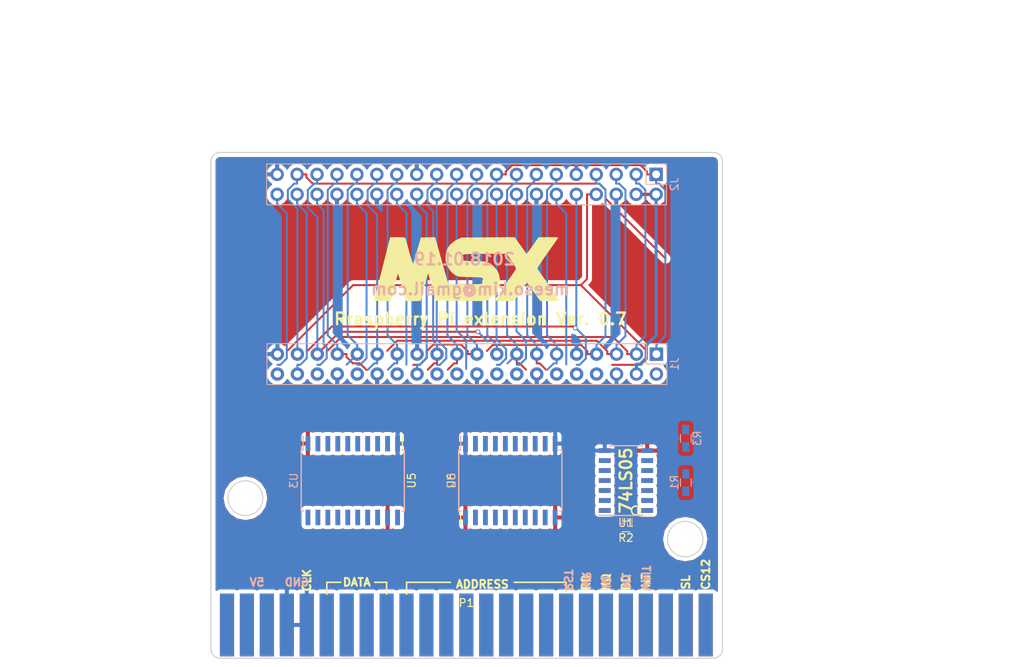
<source format=kicad_pcb>
(kicad_pcb (version 4) (host pcbnew 4.0.7)

  (general
    (links 154)
    (no_connects 108)
    (area 124.867599 49.581999 190.155901 114.133701)
    (thickness 1.6)
    (drawings 43)
    (tracks 255)
    (zones 0)
    (modules 13)
    (nets 85)
  )

  (page A4)
  (layers
    (0 F.Cu mixed)
    (31 B.Cu mixed)
    (32 B.Adhes user)
    (33 F.Adhes user)
    (34 B.Paste user)
    (35 F.Paste user)
    (36 B.SilkS user)
    (37 F.SilkS user)
    (38 B.Mask user)
    (39 F.Mask user)
    (40 Dwgs.User user)
    (41 Cmts.User user)
    (42 Eco1.User user)
    (43 Eco2.User user)
    (44 Edge.Cuts user)
    (45 Margin user)
    (46 B.CrtYd user)
    (47 F.CrtYd user)
    (48 B.Fab user)
    (49 F.Fab user hide)
  )

  (setup
    (last_trace_width 0.25)
    (trace_clearance 0.2)
    (zone_clearance 0.508)
    (zone_45_only yes)
    (trace_min 0.2)
    (segment_width 0.2)
    (edge_width 0.15)
    (via_size 0.6)
    (via_drill 0.4)
    (via_min_size 0.4)
    (via_min_drill 0.3)
    (uvia_size 0.3)
    (uvia_drill 0.1)
    (uvias_allowed no)
    (uvia_min_size 0.2)
    (uvia_min_drill 0.1)
    (pcb_text_width 0.3)
    (pcb_text_size 1.5 1.5)
    (mod_edge_width 0.15)
    (mod_text_size 1 1)
    (mod_text_width 0.15)
    (pad_size 4.5 4.5)
    (pad_drill 4.5)
    (pad_to_mask_clearance 0.2)
    (aux_axis_origin 0 0)
    (visible_elements 7FFFFFFF)
    (pcbplotparams
      (layerselection 0x010f0_80000001)
      (usegerberextensions false)
      (excludeedgelayer true)
      (linewidth 0.100000)
      (plotframeref false)
      (viasonmask false)
      (mode 1)
      (useauxorigin false)
      (hpglpennumber 1)
      (hpglpenspeed 20)
      (hpglpendiameter 15)
      (hpglpenoverlay 2)
      (psnegative false)
      (psa4output false)
      (plotreference true)
      (plotvalue true)
      (plotinvisibletext false)
      (padsonsilk false)
      (subtractmaskfromsilk false)
      (outputformat 1)
      (mirror false)
      (drillshape 0)
      (scaleselection 1)
      (outputdirectory output))
  )

  (net 0 "")
  (net 1 GND)
  (net 2 +5V)
  (net 3 /RD3)
  (net 4 /RD4)
  (net 5 /RD6)
  (net 6 /RD7)
  (net 7 /RD0)
  (net 8 /RD1)
  (net 9 /RD2)
  (net 10 /RD5)
  (net 11 /WAIT)
  (net 12 /INT)
  (net 13 /BUSDIR)
  (net 14 /IORQ)
  (net 15 /MREQ)
  (net 16 /WR)
  (net 17 /RD)
  (net 18 /RESET)
  (net 19 /A9)
  (net 20 /A15)
  (net 21 /A11)
  (net 22 /A10)
  (net 23 /A7)
  (net 24 /A6)
  (net 25 /A12)
  (net 26 /A8)
  (net 27 /A14)
  (net 28 /A13)
  (net 29 /A1)
  (net 30 /A0)
  (net 31 /A3)
  (net 32 /A2)
  (net 33 /A5)
  (net 34 /A4)
  (net 35 /D1)
  (net 36 /D0)
  (net 37 /D3)
  (net 38 /D2)
  (net 39 /D5)
  (net 40 /D4)
  (net 41 /D7)
  (net 42 /D6)
  (net 43 /CLK)
  (net 44 +3V3)
  (net 45 "Net-(P1-Pad5)")
  (net 46 "Net-(P1-Pad16)")
  (net 47 /RA8)
  (net 48 /RA10)
  (net 49 /RA11)
  (net 50 /RA15)
  (net 51 /RA12)
  (net 52 /RA9)
  (net 53 /RA13)
  (net 54 /RA14)
  (net 55 "Net-(P1-Pad1)")
  (net 56 "Net-(P1-Pad2)")
  (net 57 "Net-(P1-Pad3)")
  (net 58 /SLTSL)
  (net 59 "Net-(P1-Pad6)")
  (net 60 "Net-(P1-Pad44)")
  (net 61 "Net-(P1-Pad48)")
  (net 62 "Net-(P1-Pad50)")
  (net 63 /M1)
  (net 64 /SOUNDIN)
  (net 65 /RA6)
  (net 66 /RA7)
  (net 67 /RS3)
  (net 68 /RS0)
  (net 69 /RA2)
  (net 70 /RA1)
  (net 71 /RS1)
  (net 72 /RA3)
  (net 73 /RA0)
  (net 74 /RA4)
  (net 75 /RA5)
  (net 76 /RS2)
  (net 77 /WAIT0)
  (net 78 /INT0)
  (net 79 /BDIR0)
  (net 80 /RST0)
  (net 81 /nIORQ)
  (net 82 /LE_D)
  (net 83 /nWR0)
  (net 84 /WR0)

  (net_class Default "This is the default net class."
    (clearance 0.2)
    (trace_width 0.25)
    (via_dia 0.6)
    (via_drill 0.4)
    (uvia_dia 0.3)
    (uvia_drill 0.1)
    (add_net +3V3)
    (add_net /A0)
    (add_net /A1)
    (add_net /A10)
    (add_net /A11)
    (add_net /A12)
    (add_net /A13)
    (add_net /A14)
    (add_net /A15)
    (add_net /A2)
    (add_net /A3)
    (add_net /A4)
    (add_net /A5)
    (add_net /A6)
    (add_net /A7)
    (add_net /A8)
    (add_net /A9)
    (add_net /BDIR0)
    (add_net /BUSDIR)
    (add_net /CLK)
    (add_net /D0)
    (add_net /D1)
    (add_net /D2)
    (add_net /D3)
    (add_net /D4)
    (add_net /D5)
    (add_net /D6)
    (add_net /D7)
    (add_net /INT)
    (add_net /INT0)
    (add_net /IORQ)
    (add_net /LE_D)
    (add_net /M1)
    (add_net /MREQ)
    (add_net /RA0)
    (add_net /RA1)
    (add_net /RA10)
    (add_net /RA11)
    (add_net /RA12)
    (add_net /RA13)
    (add_net /RA14)
    (add_net /RA15)
    (add_net /RA2)
    (add_net /RA3)
    (add_net /RA4)
    (add_net /RA5)
    (add_net /RA6)
    (add_net /RA7)
    (add_net /RA8)
    (add_net /RA9)
    (add_net /RD)
    (add_net /RD0)
    (add_net /RD1)
    (add_net /RD2)
    (add_net /RD3)
    (add_net /RD4)
    (add_net /RD5)
    (add_net /RD6)
    (add_net /RD7)
    (add_net /RESET)
    (add_net /RS0)
    (add_net /RS1)
    (add_net /RS2)
    (add_net /RS3)
    (add_net /RST0)
    (add_net /SLTSL)
    (add_net /SOUNDIN)
    (add_net /WAIT)
    (add_net /WAIT0)
    (add_net /WR)
    (add_net /WR0)
    (add_net /nIORQ)
    (add_net /nWR0)
    (add_net GND)
    (add_net "Net-(P1-Pad1)")
    (add_net "Net-(P1-Pad16)")
    (add_net "Net-(P1-Pad2)")
    (add_net "Net-(P1-Pad3)")
    (add_net "Net-(P1-Pad44)")
    (add_net "Net-(P1-Pad48)")
    (add_net "Net-(P1-Pad5)")
    (add_net "Net-(P1-Pad50)")
    (add_net "Net-(P1-Pad6)")
  )

  (net_class 5V ""
    (clearance 0.2)
    (trace_width 0.4)
    (via_dia 0.6)
    (via_drill 0.4)
    (uvia_dia 0.3)
    (uvia_drill 0.1)
    (add_net +5V)
  )

  (module Socket_Strips:Socket_Strip_Straight_2x20_Pitch2.54mm (layer B.Cu) (tedit 58CD544A) (tstamp 5A5C5F53)
    (at 181.635 52.451 90)
    (descr "Through hole straight socket strip, 2x20, 2.54mm pitch, double rows")
    (tags "Through hole socket strip THT 2x20 2.54mm double row")
    (path /5A5C5343)
    (fp_text reference J2 (at -1.27 2.33 90) (layer B.SilkS)
      (effects (font (size 1 1) (thickness 0.15)) (justify mirror))
    )
    (fp_text value RPi_GPIO (at -1.27 -50.59 90) (layer B.Fab)
      (effects (font (size 1 1) (thickness 0.15)) (justify mirror))
    )
    (fp_line (start -3.81 1.27) (end -3.81 -49.53) (layer B.Fab) (width 0.1))
    (fp_line (start -3.81 -49.53) (end 1.27 -49.53) (layer B.Fab) (width 0.1))
    (fp_line (start 1.27 -49.53) (end 1.27 1.27) (layer B.Fab) (width 0.1))
    (fp_line (start 1.27 1.27) (end -3.81 1.27) (layer B.Fab) (width 0.1))
    (fp_line (start 1.33 -1.27) (end 1.33 -49.59) (layer B.SilkS) (width 0.12))
    (fp_line (start 1.33 -49.59) (end -3.87 -49.59) (layer B.SilkS) (width 0.12))
    (fp_line (start -3.87 -49.59) (end -3.87 1.33) (layer B.SilkS) (width 0.12))
    (fp_line (start -3.87 1.33) (end -1.27 1.33) (layer B.SilkS) (width 0.12))
    (fp_line (start -1.27 1.33) (end -1.27 -1.27) (layer B.SilkS) (width 0.12))
    (fp_line (start -1.27 -1.27) (end 1.33 -1.27) (layer B.SilkS) (width 0.12))
    (fp_line (start 1.33 0) (end 1.33 1.33) (layer B.SilkS) (width 0.12))
    (fp_line (start 1.33 1.33) (end 0.06 1.33) (layer B.SilkS) (width 0.12))
    (fp_line (start -4.35 1.8) (end -4.35 -50.05) (layer B.CrtYd) (width 0.05))
    (fp_line (start -4.35 -50.05) (end 1.8 -50.05) (layer B.CrtYd) (width 0.05))
    (fp_line (start 1.8 -50.05) (end 1.8 1.8) (layer B.CrtYd) (width 0.05))
    (fp_line (start 1.8 1.8) (end -4.35 1.8) (layer B.CrtYd) (width 0.05))
    (fp_text user %R (at -1.27 2.33 90) (layer B.Fab)
      (effects (font (size 1 1) (thickness 0.15)) (justify mirror))
    )
    (pad 1 thru_hole rect (at 0 0 90) (size 1.7 1.7) (drill 1) (layers *.Cu *.Mask)
      (net 44 +3V3))
    (pad 2 thru_hole oval (at -2.54 0 90) (size 1.7 1.7) (drill 1) (layers *.Cu *.Mask)
      (net 2 +5V))
    (pad 3 thru_hole oval (at 0 -2.54 90) (size 1.7 1.7) (drill 1) (layers *.Cu *.Mask)
      (net 9 /RD2))
    (pad 4 thru_hole oval (at -2.54 -2.54 90) (size 1.7 1.7) (drill 1) (layers *.Cu *.Mask)
      (net 2 +5V))
    (pad 5 thru_hole oval (at 0 -5.08 90) (size 1.7 1.7) (drill 1) (layers *.Cu *.Mask)
      (net 3 /RD3))
    (pad 6 thru_hole oval (at -2.54 -5.08 90) (size 1.7 1.7) (drill 1) (layers *.Cu *.Mask)
      (net 1 GND))
    (pad 7 thru_hole oval (at 0 -7.62 90) (size 1.7 1.7) (drill 1) (layers *.Cu *.Mask)
      (net 4 /RD4))
    (pad 8 thru_hole oval (at -2.54 -7.62 90) (size 1.7 1.7) (drill 1) (layers *.Cu *.Mask)
      (net 65 /RA6))
    (pad 9 thru_hole oval (at 0 -10.16 90) (size 1.7 1.7) (drill 1) (layers *.Cu *.Mask)
      (net 1 GND))
    (pad 10 thru_hole oval (at -2.54 -10.16 90) (size 1.7 1.7) (drill 1) (layers *.Cu *.Mask)
      (net 66 /RA7))
    (pad 11 thru_hole oval (at 0 -12.7 90) (size 1.7 1.7) (drill 1) (layers *.Cu *.Mask)
      (net 52 /RA9))
    (pad 12 thru_hole oval (at -2.54 -12.7 90) (size 1.7 1.7) (drill 1) (layers *.Cu *.Mask)
      (net 48 /RA10))
    (pad 13 thru_hole oval (at 0 -15.24 90) (size 1.7 1.7) (drill 1) (layers *.Cu *.Mask)
      (net 67 /RS3))
    (pad 14 thru_hole oval (at -2.54 -15.24 90) (size 1.7 1.7) (drill 1) (layers *.Cu *.Mask)
      (net 1 GND))
    (pad 15 thru_hole oval (at 0 -17.78 90) (size 1.7 1.7) (drill 1) (layers *.Cu *.Mask)
      (net 54 /RA14))
    (pad 16 thru_hole oval (at -2.54 -17.78 90) (size 1.7 1.7) (drill 1) (layers *.Cu *.Mask)
      (net 50 /RA15))
    (pad 17 thru_hole oval (at 0 -20.32 90) (size 1.7 1.7) (drill 1) (layers *.Cu *.Mask)
      (net 44 +3V3))
    (pad 18 thru_hole oval (at -2.54 -20.32 90) (size 1.7 1.7) (drill 1) (layers *.Cu *.Mask)
      (net 68 /RS0))
    (pad 19 thru_hole oval (at 0 -22.86 90) (size 1.7 1.7) (drill 1) (layers *.Cu *.Mask)
      (net 69 /RA2))
    (pad 20 thru_hole oval (at -2.54 -22.86 90) (size 1.7 1.7) (drill 1) (layers *.Cu *.Mask)
      (net 1 GND))
    (pad 21 thru_hole oval (at 0 -25.4 90) (size 1.7 1.7) (drill 1) (layers *.Cu *.Mask)
      (net 70 /RA1))
    (pad 22 thru_hole oval (at -2.54 -25.4 90) (size 1.7 1.7) (drill 1) (layers *.Cu *.Mask)
      (net 71 /RS1))
    (pad 23 thru_hole oval (at 0 -27.94 90) (size 1.7 1.7) (drill 1) (layers *.Cu *.Mask)
      (net 72 /RA3))
    (pad 24 thru_hole oval (at -2.54 -27.94 90) (size 1.7 1.7) (drill 1) (layers *.Cu *.Mask)
      (net 73 /RA0))
    (pad 25 thru_hole oval (at 0 -30.48 90) (size 1.7 1.7) (drill 1) (layers *.Cu *.Mask)
      (net 1 GND))
    (pad 26 thru_hole oval (at -2.54 -30.48 90) (size 1.7 1.7) (drill 1) (layers *.Cu *.Mask)
      (net 6 /RD7))
    (pad 27 thru_hole oval (at 0 -33.02 90) (size 1.7 1.7) (drill 1) (layers *.Cu *.Mask)
      (net 7 /RD0))
    (pad 28 thru_hole oval (at -2.54 -33.02 90) (size 1.7 1.7) (drill 1) (layers *.Cu *.Mask)
      (net 8 /RD1))
    (pad 29 thru_hole oval (at 0 -35.56 90) (size 1.7 1.7) (drill 1) (layers *.Cu *.Mask)
      (net 10 /RD5))
    (pad 30 thru_hole oval (at -2.54 -35.56 90) (size 1.7 1.7) (drill 1) (layers *.Cu *.Mask)
      (net 1 GND))
    (pad 31 thru_hole oval (at 0 -38.1 90) (size 1.7 1.7) (drill 1) (layers *.Cu *.Mask)
      (net 5 /RD6))
    (pad 32 thru_hole oval (at -2.54 -38.1 90) (size 1.7 1.7) (drill 1) (layers *.Cu *.Mask)
      (net 74 /RA4))
    (pad 33 thru_hole oval (at 0 -40.64 90) (size 1.7 1.7) (drill 1) (layers *.Cu *.Mask)
      (net 75 /RA5))
    (pad 34 thru_hole oval (at -2.54 -40.64 90) (size 1.7 1.7) (drill 1) (layers *.Cu *.Mask)
      (net 1 GND))
    (pad 35 thru_hole oval (at 0 -43.18 90) (size 1.7 1.7) (drill 1) (layers *.Cu *.Mask)
      (net 49 /RA11))
    (pad 36 thru_hole oval (at -2.54 -43.18 90) (size 1.7 1.7) (drill 1) (layers *.Cu *.Mask)
      (net 47 /RA8))
    (pad 37 thru_hole oval (at 0 -45.72 90) (size 1.7 1.7) (drill 1) (layers *.Cu *.Mask)
      (net 76 /RS2))
    (pad 38 thru_hole oval (at -2.54 -45.72 90) (size 1.7 1.7) (drill 1) (layers *.Cu *.Mask)
      (net 51 /RA12))
    (pad 39 thru_hole oval (at 0 -48.26 90) (size 1.7 1.7) (drill 1) (layers *.Cu *.Mask)
      (net 1 GND))
    (pad 40 thru_hole oval (at -2.54 -48.26 90) (size 1.7 1.7) (drill 1) (layers *.Cu *.Mask)
      (net 53 /RA13))
    (model ${KISYS3DMOD}/Socket_Strips.3dshapes/Socket_Strip_Straight_2x20_Pitch2.54mm.wrl
      (at (xyz -0.05 -0.95 0))
      (scale (xyz 1 1 1))
      (rotate (xyz 0 0 270))
    )
  )

  (module Housings_SOIC:SOIC-14_3.9x8.7mm_Pitch1.27mm (layer F.Cu) (tedit 58CC8F64) (tstamp 5A5A2EF0)
    (at 177.8 91.44 180)
    (descr "14-Lead Plastic Small Outline (SL) - Narrow, 3.90 mm Body [SOIC] (see Microchip Packaging Specification 00000049BS.pdf)")
    (tags "SOIC 1.27")
    (path /5A5A2AEA)
    (attr smd)
    (fp_text reference U1 (at 0 -5.375 180) (layer F.SilkS)
      (effects (font (size 1 1) (thickness 0.15)))
    )
    (fp_text value 74LS05 (at 0 5.375 180) (layer F.Fab)
      (effects (font (size 1 1) (thickness 0.15)))
    )
    (fp_text user %R (at 0 0 180) (layer F.Fab)
      (effects (font (size 0.9 0.9) (thickness 0.135)))
    )
    (fp_line (start -0.95 -4.35) (end 1.95 -4.35) (layer F.Fab) (width 0.15))
    (fp_line (start 1.95 -4.35) (end 1.95 4.35) (layer F.Fab) (width 0.15))
    (fp_line (start 1.95 4.35) (end -1.95 4.35) (layer F.Fab) (width 0.15))
    (fp_line (start -1.95 4.35) (end -1.95 -3.35) (layer F.Fab) (width 0.15))
    (fp_line (start -1.95 -3.35) (end -0.95 -4.35) (layer F.Fab) (width 0.15))
    (fp_line (start -3.7 -4.65) (end -3.7 4.65) (layer F.CrtYd) (width 0.05))
    (fp_line (start 3.7 -4.65) (end 3.7 4.65) (layer F.CrtYd) (width 0.05))
    (fp_line (start -3.7 -4.65) (end 3.7 -4.65) (layer F.CrtYd) (width 0.05))
    (fp_line (start -3.7 4.65) (end 3.7 4.65) (layer F.CrtYd) (width 0.05))
    (fp_line (start -2.075 -4.45) (end -2.075 -4.425) (layer F.SilkS) (width 0.15))
    (fp_line (start 2.075 -4.45) (end 2.075 -4.335) (layer F.SilkS) (width 0.15))
    (fp_line (start 2.075 4.45) (end 2.075 4.335) (layer F.SilkS) (width 0.15))
    (fp_line (start -2.075 4.45) (end -2.075 4.335) (layer F.SilkS) (width 0.15))
    (fp_line (start -2.075 -4.45) (end 2.075 -4.45) (layer F.SilkS) (width 0.15))
    (fp_line (start -2.075 4.45) (end 2.075 4.45) (layer F.SilkS) (width 0.15))
    (fp_line (start -2.075 -4.425) (end -3.45 -4.425) (layer F.SilkS) (width 0.15))
    (pad 1 smd rect (at -2.7 -3.81 180) (size 1.5 0.6) (layers F.Cu F.Paste F.Mask)
      (net 77 /WAIT0))
    (pad 2 smd rect (at -2.7 -2.54 180) (size 1.5 0.6) (layers F.Cu F.Paste F.Mask)
      (net 11 /WAIT))
    (pad 3 smd rect (at -2.7 -1.27 180) (size 1.5 0.6) (layers F.Cu F.Paste F.Mask)
      (net 78 /INT0))
    (pad 4 smd rect (at -2.7 0 180) (size 1.5 0.6) (layers F.Cu F.Paste F.Mask)
      (net 12 /INT))
    (pad 5 smd rect (at -2.7 1.27 180) (size 1.5 0.6) (layers F.Cu F.Paste F.Mask)
      (net 79 /BDIR0))
    (pad 6 smd rect (at -2.7 2.54 180) (size 1.5 0.6) (layers F.Cu F.Paste F.Mask)
      (net 13 /BUSDIR))
    (pad 7 smd rect (at -2.7 3.81 180) (size 1.5 0.6) (layers F.Cu F.Paste F.Mask)
      (net 1 GND))
    (pad 8 smd rect (at 2.7 3.81 180) (size 1.5 0.6) (layers F.Cu F.Paste F.Mask)
      (net 18 /RESET))
    (pad 9 smd rect (at 2.7 2.54 180) (size 1.5 0.6) (layers F.Cu F.Paste F.Mask)
      (net 80 /RST0))
    (pad 10 smd rect (at 2.7 1.27 180) (size 1.5 0.6) (layers F.Cu F.Paste F.Mask)
      (net 81 /nIORQ))
    (pad 11 smd rect (at 2.7 0 180) (size 1.5 0.6) (layers F.Cu F.Paste F.Mask)
      (net 14 /IORQ))
    (pad 12 smd rect (at 2.7 -1.27 180) (size 1.5 0.6) (layers F.Cu F.Paste F.Mask)
      (net 83 /nWR0))
    (pad 13 smd rect (at 2.7 -2.54 180) (size 1.5 0.6) (layers F.Cu F.Paste F.Mask)
      (net 84 /WR0))
    (pad 14 smd rect (at 2.7 -3.81 180) (size 1.5 0.6) (layers F.Cu F.Paste F.Mask)
      (net 2 +5V))
    (model ${KISYS3DMOD}/Housings_SOIC.3dshapes/SOIC-14_3.9x8.7mm_Pitch1.27mm.wrl
      (at (xyz 0 0 0))
      (scale (xyz 1 1 1))
      (rotate (xyz 0 0 0))
    )
  )

  (module Socket_Strips:Socket_Strip_Straight_2x20_Pitch2.54mm (layer B.Cu) (tedit 5A61A6DE) (tstamp 5A5C5059)
    (at 181.674 75.3364 90)
    (descr "Through hole straight socket strip, 2x20, 2.54mm pitch, double rows")
    (tags "Through hole socket strip THT 2x20 2.54mm double row")
    (path /5A3E97D7)
    (fp_text reference J1 (at -1.27 2.33 90) (layer B.SilkS)
      (effects (font (size 1 1) (thickness 0.15)) (justify mirror))
    )
    (fp_text value RPi_GPIO (at -1.27 -50.59 90) (layer B.Fab)
      (effects (font (size 1 1) (thickness 0.15)) (justify mirror))
    )
    (fp_line (start -3.81 1.27) (end -3.81 -49.53) (layer B.Fab) (width 0.1))
    (fp_line (start -3.81 -49.53) (end 1.27 -49.53) (layer B.Fab) (width 0.1))
    (fp_line (start 1.27 -49.53) (end 1.27 1.27) (layer B.Fab) (width 0.1))
    (fp_line (start 1.27 1.27) (end -3.81 1.27) (layer B.Fab) (width 0.1))
    (fp_line (start 1.33 -1.27) (end 1.33 -49.59) (layer B.SilkS) (width 0.12))
    (fp_line (start 1.33 -49.59) (end -3.87 -49.59) (layer B.SilkS) (width 0.12))
    (fp_line (start -3.87 -49.59) (end -3.87 1.33) (layer B.SilkS) (width 0.12))
    (fp_line (start -3.87 1.33) (end -1.27 1.33) (layer B.SilkS) (width 0.12))
    (fp_line (start -1.27 1.33) (end -1.27 -1.27) (layer B.SilkS) (width 0.12))
    (fp_line (start -1.27 -1.27) (end 1.33 -1.27) (layer B.SilkS) (width 0.12))
    (fp_line (start 1.33 0) (end 1.33 1.33) (layer B.SilkS) (width 0.12))
    (fp_line (start 1.33 1.33) (end 0.06 1.33) (layer B.SilkS) (width 0.12))
    (fp_line (start -4.35 1.8) (end -4.35 -50.05) (layer B.CrtYd) (width 0.05))
    (fp_line (start -4.35 -50.05) (end 1.8 -50.05) (layer B.CrtYd) (width 0.05))
    (fp_line (start 1.8 -50.05) (end 1.8 1.8) (layer B.CrtYd) (width 0.05))
    (fp_line (start 1.8 1.8) (end -4.35 1.8) (layer B.CrtYd) (width 0.05))
    (fp_text user %R (at -1.27 2.33 90) (layer B.Fab)
      (effects (font (size 1 1) (thickness 0.15)) (justify mirror))
    )
    (pad 1 thru_hole rect (at 0 0 90) (size 1.7 1.7) (drill 1) (layers *.Cu *.Mask)
      (net 44 +3V3))
    (pad 2 thru_hole oval (at -2.54 0 90) (size 1.7 1.7) (drill 1) (layers *.Cu *.Mask)
      (net 2 +5V))
    (pad 3 thru_hole oval (at 0 -2.54 90) (size 1.7 1.7) (drill 1) (layers *.Cu *.Mask)
      (net 9 /RD2))
    (pad 4 thru_hole oval (at -2.54 -2.54 90) (size 1.7 1.7) (drill 1) (layers *.Cu *.Mask)
      (net 2 +5V))
    (pad 5 thru_hole oval (at 0 -5.08 90) (size 1.7 1.7) (drill 1) (layers *.Cu *.Mask)
      (net 3 /RD3))
    (pad 6 thru_hole oval (at -2.54 -5.08 90) (size 1.7 1.7) (drill 1) (layers *.Cu *.Mask)
      (net 1 GND))
    (pad 7 thru_hole oval (at 0 -7.62 90) (size 1.7 1.7) (drill 0.9) (layers *.Cu *.Mask)
      (net 4 /RD4))
    (pad 8 thru_hole oval (at -2.54 -7.62 90) (size 1.7 1.7) (drill 0.9) (layers *.Cu *.Mask)
      (net 65 /RA6))
    (pad 9 thru_hole oval (at 0 -10.16 90) (size 1.7 1.7) (drill 0.9) (layers *.Cu *.Mask)
      (net 1 GND))
    (pad 10 thru_hole oval (at -2.54 -10.16 90) (size 1.7 1.7) (drill 0.9) (layers *.Cu *.Mask)
      (net 66 /RA7))
    (pad 11 thru_hole oval (at 0 -12.7 90) (size 1.7 1.7) (drill 1) (layers *.Cu *.Mask)
      (net 52 /RA9))
    (pad 12 thru_hole oval (at -2.54 -12.7 90) (size 1.7 1.7) (drill 0.9) (layers *.Cu *.Mask)
      (net 48 /RA10))
    (pad 13 thru_hole oval (at 0 -15.24 90) (size 1.7 1.7) (drill 0.9) (layers *.Cu *.Mask)
      (net 67 /RS3))
    (pad 14 thru_hole oval (at -2.54 -15.24 90) (size 1.7 1.7) (drill 0.9) (layers *.Cu *.Mask)
      (net 1 GND))
    (pad 15 thru_hole oval (at 0 -17.78 90) (size 1.7 1.7) (drill 0.9) (layers *.Cu *.Mask)
      (net 54 /RA14))
    (pad 16 thru_hole oval (at -2.54 -17.78 90) (size 1.7 1.7) (drill 0.9) (layers *.Cu *.Mask)
      (net 50 /RA15))
    (pad 17 thru_hole oval (at 0 -20.32 90) (size 1.7 1.7) (drill 0.9) (layers *.Cu *.Mask)
      (net 44 +3V3))
    (pad 18 thru_hole oval (at -2.54 -20.32 90) (size 1.7 1.7) (drill 0.9) (layers *.Cu *.Mask)
      (net 68 /RS0))
    (pad 19 thru_hole oval (at 0 -22.86 90) (size 1.7 1.7) (drill 0.9) (layers *.Cu *.Mask)
      (net 69 /RA2))
    (pad 20 thru_hole oval (at -2.54 -22.86 90) (size 1.7 1.7) (drill 0.9) (layers *.Cu *.Mask)
      (net 1 GND))
    (pad 21 thru_hole oval (at 0 -25.4 90) (size 1.7 1.7) (drill 0.9) (layers *.Cu *.Mask)
      (net 70 /RA1))
    (pad 22 thru_hole oval (at -2.54 -25.4 90) (size 1.7 1.7) (drill 0.9) (layers *.Cu *.Mask)
      (net 71 /RS1))
    (pad 23 thru_hole oval (at 0 -27.94 90) (size 1.7 1.7) (drill 0.9) (layers *.Cu *.Mask)
      (net 72 /RA3))
    (pad 24 thru_hole oval (at -2.54 -27.94 90) (size 1.7 1.7) (drill 0.9) (layers *.Cu *.Mask)
      (net 73 /RA0))
    (pad 25 thru_hole oval (at 0 -30.48 90) (size 1.7 1.7) (drill 0.9) (layers *.Cu *.Mask)
      (net 1 GND))
    (pad 26 thru_hole oval (at -2.54 -30.48 90) (size 1.7 1.7) (drill 0.9) (layers *.Cu *.Mask)
      (net 6 /RD7))
    (pad 27 thru_hole oval (at 0 -33.02 90) (size 1.7 1.7) (drill 0.9) (layers *.Cu *.Mask)
      (net 7 /RD0))
    (pad 28 thru_hole oval (at -2.54 -33.02 90) (size 1.7 1.7) (drill 0.9) (layers *.Cu *.Mask)
      (net 8 /RD1))
    (pad 29 thru_hole oval (at 0 -35.56 90) (size 1.7 1.7) (drill 0.9) (layers *.Cu *.Mask)
      (net 10 /RD5))
    (pad 30 thru_hole oval (at -2.54 -35.56 90) (size 1.7 1.7) (drill 0.9) (layers *.Cu *.Mask)
      (net 1 GND))
    (pad 31 thru_hole oval (at 0 -38.1 90) (size 1.7 1.7) (drill 0.9) (layers *.Cu *.Mask)
      (net 5 /RD6))
    (pad 32 thru_hole oval (at -2.54 -38.1 90) (size 1.7 1.7) (drill 0.9) (layers *.Cu *.Mask)
      (net 74 /RA4))
    (pad 33 thru_hole oval (at 0 -40.64 90) (size 1.7 1.7) (drill 0.9) (layers *.Cu *.Mask)
      (net 75 /RA5))
    (pad 34 thru_hole oval (at -2.54 -40.64 90) (size 1.7 1.7) (drill 0.9) (layers *.Cu *.Mask)
      (net 1 GND))
    (pad 35 thru_hole oval (at 0 -43.18 90) (size 1.7 1.7) (drill 0.9) (layers *.Cu *.Mask)
      (net 49 /RA11))
    (pad 36 thru_hole oval (at -2.54 -43.18 90) (size 1.7 1.7) (drill 0.9) (layers *.Cu *.Mask)
      (net 47 /RA8))
    (pad 37 thru_hole oval (at 0 -45.72 90) (size 1.7 1.7) (drill 0.9) (layers *.Cu *.Mask)
      (net 76 /RS2))
    (pad 38 thru_hole oval (at -2.54 -45.72 90) (size 1.7 1.7) (drill 0.9) (layers *.Cu *.Mask)
      (net 51 /RA12))
    (pad 39 thru_hole oval (at 0 -48.26 90) (size 1.7 1.7) (drill 0.9) (layers *.Cu *.Mask)
      (net 1 GND))
    (pad 40 thru_hole oval (at -2.54 -48.26 90) (size 1.7 1.7) (drill 0.9) (layers *.Cu *.Mask)
      (net 53 /RA13))
    (model ${KISYS3DMOD}/Socket_Strips.3dshapes/Socket_Strip_Straight_2x20_Pitch2.54mm.wrl
      (at (xyz -0.05 -0.95 0))
      (scale (xyz 1 1 1))
      (rotate (xyz 0 0 270))
    )
  )

  (module MSX:msx-logo (layer F.Cu) (tedit 0) (tstamp 5A5C64E0)
    (at 157.48 64.516)
    (fp_text reference G*** (at 0 0) (layer F.SilkS) hide
      (effects (font (thickness 0.3)))
    )
    (fp_text value LOGO (at 0.75 0) (layer F.SilkS) hide
      (effects (font (thickness 0.3)))
    )
    (fp_poly (pts (xy -3.899174 -3.749324) (xy -3.85508 -3.59093) (xy -3.771351 -3.291787) (xy -3.654231 -2.874144)
      (xy -3.509967 -2.36025) (xy -3.344802 -1.772355) (xy -3.164982 -1.13271) (xy -3.060716 -0.762)
      (xy -2.310464 1.905) (xy -0.26349 1.927678) (xy 0.471141 1.931851) (xy 1.068303 1.926793)
      (xy 1.519934 1.912745) (xy 1.817973 1.889949) (xy 1.950075 1.861199) (xy 2.069021 1.714199)
      (xy 2.118502 1.486061) (xy 2.091865 1.252899) (xy 2.015067 1.1176) (xy 1.896559 1.072988)
      (xy 1.637726 1.041562) (xy 1.229326 1.022656) (xy 0.662116 1.015606) (xy 0.5969 1.015527)
      (xy 0.114553 1.009759) (xy -0.33222 0.994195) (xy -0.704747 0.970922) (xy -0.964358 0.942025)
      (xy -1.035028 0.927471) (xy -1.512793 0.709303) (xy -1.940293 0.34232) (xy -2.298003 -0.155773)
      (xy -2.363134 -0.276757) (xy -2.522464 -0.614118) (xy -2.610544 -0.89093) (xy -2.647548 -1.189176)
      (xy -2.653874 -1.458336) (xy -2.586479 -2.117244) (xy -2.377676 -2.686215) (xy -2.024204 -3.170198)
      (xy -1.522802 -3.574137) (xy -1.110827 -3.798557) (xy -0.635 -4.021667) (xy 2.751667 -4.043973)
      (xy 6.138334 -4.066278) (xy 6.900334 -3.003704) (xy 7.662334 -1.941131) (xy 7.847513 -2.171784)
      (xy 7.96979 -2.333253) (xy 8.160781 -2.596018) (xy 8.393064 -2.921981) (xy 8.609513 -3.230367)
      (xy 9.186334 -4.058297) (xy 10.435167 -4.061149) (xy 10.873192 -4.059212) (xy 11.244077 -4.051973)
      (xy 11.51831 -4.040451) (xy 11.66638 -4.025666) (xy 11.684 -4.018007) (xy 11.636861 -3.939696)
      (xy 11.503816 -3.741716) (xy 11.297425 -3.442159) (xy 11.030247 -3.059118) (xy 10.714843 -2.610685)
      (xy 10.363771 -2.114954) (xy 10.328042 -2.06468) (xy 9.949838 -1.526269) (xy 9.623284 -1.048615)
      (xy 9.358378 -0.647188) (xy 9.165121 -0.33746) (xy 9.053511 -0.134903) (xy 9.030823 -0.057506)
      (xy 9.093303 0.035317) (xy 9.240535 0.247804) (xy 9.459504 0.561361) (xy 9.737193 0.957398)
      (xy 10.060584 1.417321) (xy 10.41666 1.922539) (xy 10.471448 2.000176) (xy 10.8281 2.507277)
      (xy 11.150605 2.969285) (xy 11.426602 3.368213) (xy 11.643731 3.686075) (xy 11.789631 3.904884)
      (xy 11.851943 4.006655) (xy 11.853334 4.011009) (xy 11.773647 4.029798) (xy 11.554491 4.045655)
      (xy 11.225722 4.057286) (xy 10.817197 4.063393) (xy 10.633099 4.064) (xy 9.412864 4.063999)
      (xy 9.008537 3.4925) (xy 8.754915 3.136931) (xy 8.459341 2.726843) (xy 8.180638 2.343802)
      (xy 8.148343 2.299742) (xy 7.692475 1.678485) (xy 6.878693 2.871242) (xy 6.06491 4.064)
      (xy 4.810455 4.064) (xy 4.371377 4.061115) (xy 3.999373 4.053171) (xy 3.723892 4.041232)
      (xy 3.57438 4.026364) (xy 3.556 4.018626) (xy 3.602608 3.940149) (xy 3.734204 3.741184)
      (xy 3.938442 3.439812) (xy 4.202978 3.054109) (xy 4.51547 2.602156) (xy 4.863572 2.102031)
      (xy 4.911756 2.033047) (xy 5.266658 1.523269) (xy 5.59017 1.054986) (xy 5.869366 0.647195)
      (xy 6.091321 0.318893) (xy 6.24311 0.089077) (xy 6.311808 -0.023255) (xy 6.313703 -0.027532)
      (xy 6.285697 -0.14044) (xy 6.174814 -0.361507) (xy 5.997297 -0.6616) (xy 5.769392 -1.01159)
      (xy 5.74486 -1.047619) (xy 5.129826 -1.947334) (xy 2.401627 -1.947334) (xy 1.611373 -1.946729)
      (xy 0.974018 -1.943236) (xy 0.473126 -1.934338) (xy 0.092264 -1.917518) (xy -0.185003 -1.890258)
      (xy -0.37511 -1.850043) (xy -0.494492 -1.794355) (xy -0.559582 -1.720676) (xy -0.586815 -1.62649)
      (xy -0.592627 -1.509279) (xy -0.592667 -1.488742) (xy -0.574333 -1.321384) (xy -0.504888 -1.198166)
      (xy -0.362667 -1.112602) (xy -0.126007 -1.058206) (xy 0.226759 -1.028492) (xy 0.717293 -1.016975)
      (xy 0.986418 -1.016001) (xy 1.615503 -1.007617) (xy 2.107731 -0.977206) (xy 2.494988 -0.916879)
      (xy 2.809161 -0.818745) (xy 3.082134 -0.674916) (xy 3.345793 -0.477502) (xy 3.41955 -0.413964)
      (xy 3.852758 0.071396) (xy 4.134164 0.631548) (xy 4.264137 1.26733) (xy 4.273915 1.524)
      (xy 4.195152 2.192126) (xy 3.96871 2.788073) (xy 3.603575 3.297189) (xy 3.108731 3.704825)
      (xy 2.846924 3.85086) (xy 2.406996 4.066097) (xy -0.76102 4.043882) (xy -3.929037 4.021666)
      (xy -4.395225 2.268429) (xy -4.533542 1.754692) (xy -4.65838 1.303229) (xy -4.763061 0.937199)
      (xy -4.840906 0.679764) (xy -4.885238 0.554083) (xy -4.89196 0.545737) (xy -4.919161 0.629428)
      (xy -4.981989 0.847538) (xy -5.072509 1.170853) (xy -5.182787 1.570161) (xy -5.304888 2.016246)
      (xy -5.430877 2.479895) (xy -5.552818 2.931893) (xy -5.662778 3.343026) (xy -5.752821 3.68408)
      (xy -5.815013 3.925841) (xy -5.841418 4.039094) (xy -5.841808 4.042833) (xy -5.920846 4.051356)
      (xy -6.134956 4.058238) (xy -6.449877 4.062698) (xy -6.769333 4.064) (xy -7.696666 4.064)
      (xy -7.854628 3.534833) (xy -7.936035 3.255248) (xy -8.048397 2.860015) (xy -8.178256 2.396895)
      (xy -8.312157 1.913646) (xy -8.343623 1.799166) (xy -8.462558 1.376042) (xy -8.56864 1.017917)
      (xy -8.653001 0.75328) (xy -8.706771 0.610621) (xy -8.718828 0.593803) (xy -8.750884 0.672545)
      (xy -8.81542 0.892024) (xy -8.906011 1.228174) (xy -9.016232 1.656928) (xy -9.139657 2.154219)
      (xy -9.18224 2.32947) (xy -9.60148 4.064) (xy -10.694132 4.064) (xy -11.161457 4.060142)
      (xy -11.479367 4.047247) (xy -11.667635 4.023331) (xy -11.746031 3.98641) (xy -11.748918 3.958166)
      (xy -11.721138 3.857096) (xy -11.656128 3.608234) (xy -11.558078 3.227979) (xy -11.431182 2.732729)
      (xy -11.279632 2.13888) (xy -11.107618 1.462832) (xy -10.919334 0.720981) (xy -10.718971 -0.070274)
      (xy -10.709977 -0.105834) (xy -9.708901 -4.064) (xy -8.754823 -4.064) (xy -8.335497 -4.061087)
      (xy -8.05583 -4.049412) (xy -7.886203 -4.024572) (xy -7.796999 -3.982165) (xy -7.758599 -3.917789)
      (xy -7.758026 -3.915834) (xy -7.722821 -3.790901) (xy -7.650042 -3.530596) (xy -7.547438 -3.162703)
      (xy -7.422756 -2.715007) (xy -7.283744 -2.21529) (xy -7.270117 -2.166276) (xy -7.132384 -1.684158)
      (xy -7.007518 -1.272167) (xy -6.902902 -0.952642) (xy -6.825913 -0.747922) (xy -6.783934 -0.680347)
      (xy -6.780614 -0.68461) (xy -6.74403 -0.799953) (xy -6.668159 -1.050932) (xy -6.561024 -1.410593)
      (xy -6.430649 -1.851982) (xy -6.285057 -2.348146) (xy -6.266093 -2.413) (xy -5.795886 -4.021667)
      (xy -4.891633 -4.045657) (xy -3.987381 -4.069648) (xy -3.899174 -3.749324)) (layer F.SilkS) (width 0.01))
  )

  (module MSX:card_edge_connector (layer F.Cu) (tedit 57416394) (tstamp 5A80618C)
    (at 156.21 106.68)
    (path /5A3E9812)
    (fp_text reference P1 (at 1.25984 0.33744) (layer F.SilkS)
      (effects (font (size 1 1) (thickness 0.15)))
    )
    (fp_text value CONN_02X25 (at 1.25984 -0.66256) (layer F.Fab)
      (effects (font (size 1 1) (thickness 0.15)))
    )
    (fp_arc (start -30.268375 7.356852) (end -31.268375 7.356852) (angle -90.00000001) (layer Dwgs.User) (width 0.1))
    (fp_arc (start 32.846865 7.356852) (end 32.846865 8.356852) (angle -90) (layer Dwgs.User) (width 0.1))
    (fp_circle (center -26.873455 -12.985388) (end -25.523455 -12.985388) (layer Dwgs.User) (width 0.1))
    (fp_circle (center 29.126545 -7.785388) (end 30.476545 -7.785388) (layer Dwgs.User) (width 0.1))
    (fp_circle (center -26.873455 -12.985388) (end -24.623455 -12.985388) (layer Dwgs.User) (width 0.1))
    (fp_circle (center 29.126545 -7.785388) (end 31.376545 -7.785388) (layer Dwgs.User) (width 0.1))
    (fp_line (start 47.626545 -2.785388) (end 47.626545 -56.985388) (layer Dwgs.User) (width 0.1))
    (fp_line (start 33.836705 7.262872) (end 33.836705 -2.737128) (layer Dwgs.User) (width 0.1))
    (fp_line (start 47.626545 -56.985388) (end -55.073455 -56.985388) (layer Dwgs.User) (width 0.1))
    (fp_line (start -55.073455 -13.785388) (end -43.573455 -13.785388) (layer Dwgs.User) (width 0.1))
    (fp_line (start 33.826545 -2.785388) (end 47.626545 -2.785388) (layer Dwgs.User) (width 0.1))
    (fp_line (start -43.573455 -2.785388) (end -31.273455 -2.785388) (layer Dwgs.User) (width 0.1))
    (fp_line (start -31.268375 -2.724428) (end -31.268375 7.275572) (layer Dwgs.User) (width 0.1))
    (fp_line (start -30.253135 8.356852) (end 32.846865 8.356852) (layer Dwgs.User) (width 0.1))
    (fp_line (start -43.573455 -13.785388) (end -43.573455 -2.785388) (layer Dwgs.User) (width 0.1))
    (fp_line (start -55.073455 -56.985388) (end -55.073455 -13.785388) (layer Dwgs.User) (width 0.1))
    (fp_line (start -55.073455 -56.985388) (end -55.073455 -13.785388) (layer Dwgs.User) (width 0.1))
    (fp_line (start -43.573455 -13.785388) (end -43.573455 -2.785388) (layer Dwgs.User) (width 0.1))
    (fp_line (start -30.253135 8.356852) (end 32.846865 8.356852) (layer Dwgs.User) (width 0.1))
    (fp_line (start -31.273455 -2.785388) (end -31.273455 7.214612) (layer Dwgs.User) (width 0.1))
    (fp_line (start -43.573455 -2.785388) (end -31.273455 -2.785388) (layer Dwgs.User) (width 0.1))
    (fp_line (start 33.826545 -2.785388) (end 47.626545 -2.785388) (layer Dwgs.User) (width 0.1))
    (fp_line (start -55.073455 -13.785388) (end -43.573455 -13.785388) (layer Dwgs.User) (width 0.1))
    (fp_line (start 47.626545 -56.985388) (end -55.073455 -56.985388) (layer Dwgs.User) (width 0.1))
    (fp_line (start 47.626545 -2.785388) (end 47.626545 -56.985388) (layer Dwgs.User) (width 0.1))
    (fp_circle (center 29.126545 -7.785388) (end 31.376545 -7.785388) (layer Dwgs.User) (width 0.1))
    (fp_circle (center -26.873455 -12.985388) (end -24.623455 -12.985388) (layer Dwgs.User) (width 0.1))
    (fp_circle (center 29.126545 -7.785388) (end 30.476545 -7.785388) (layer Dwgs.User) (width 0.1))
    (fp_circle (center -26.873455 -12.985388) (end -25.523455 -12.985388) (layer Dwgs.User) (width 0.1))
    (fp_arc (start 32.846865 7.356852) (end 32.846865 8.356852) (angle -90) (layer Dwgs.User) (width 0.1))
    (pad "" np_thru_hole circle (at 29.12364 -7.78256) (size 2.54 2.54) (drill 2.54) (layers *.Cu *.Mask F.SilkS)
      (clearance 1))
    (pad 1 connect rect (at 31.73984 3.14744) (size 1.8 8) (layers B.Cu B.Mask)
      (net 55 "Net-(P1-Pad1)"))
    (pad 2 connect rect (at 31.73984 3.14744) (size 1.8 8) (layers F.Cu F.Mask)
      (net 56 "Net-(P1-Pad2)"))
    (pad 3 connect rect (at 29.19984 3.14744) (size 1.8 8) (layers B.Cu B.Mask)
      (net 57 "Net-(P1-Pad3)"))
    (pad 4 connect rect (at 29.19984 3.14744) (size 1.8 8) (layers F.Cu F.Mask)
      (net 58 /SLTSL))
    (pad 5 connect rect (at 26.65984 3.14744) (size 1.8 8) (layers B.Cu B.Mask)
      (net 45 "Net-(P1-Pad5)"))
    (pad 6 connect rect (at 26.65984 3.14744) (size 1.8 8) (layers F.Cu F.Mask)
      (net 59 "Net-(P1-Pad6)"))
    (pad 7 connect rect (at 24.11984 3.14744) (size 1.8 8) (layers B.Cu B.Mask)
      (net 11 /WAIT))
    (pad 8 connect rect (at 24.11984 3.14744) (size 1.8 8) (layers F.Cu F.Mask)
      (net 12 /INT))
    (pad 9 connect rect (at 21.57984 3.14744) (size 1.8 8) (layers B.Cu B.Mask)
      (net 63 /M1))
    (pad 10 connect rect (at 21.57984 3.14744) (size 1.8 8) (layers F.Cu F.Mask)
      (net 13 /BUSDIR))
    (pad 11 connect rect (at 19.03984 3.14744) (size 1.8 8) (layers B.Cu B.Mask)
      (net 14 /IORQ))
    (pad 12 connect rect (at 19.03984 3.14744) (size 1.8 8) (layers F.Cu F.Mask)
      (net 15 /MREQ))
    (pad 13 connect rect (at 16.49984 3.14744) (size 1.8 8) (layers B.Cu B.Mask)
      (net 16 /WR))
    (pad 14 connect rect (at 16.49984 3.14744) (size 1.8 8) (layers F.Cu F.Mask)
      (net 17 /RD))
    (pad 15 connect rect (at 13.95984 3.14744) (size 1.8 8) (layers B.Cu B.Mask)
      (net 18 /RESET))
    (pad 16 connect rect (at 13.95984 3.14744) (size 1.8 8) (layers F.Cu F.Mask)
      (net 46 "Net-(P1-Pad16)"))
    (pad 17 connect rect (at 11.41984 3.14744) (size 1.8 8) (layers B.Cu B.Mask)
      (net 19 /A9))
    (pad 18 connect rect (at 11.41984 3.14744) (size 1.8 8) (layers F.Cu F.Mask)
      (net 20 /A15))
    (pad 19 connect rect (at 8.87984 3.14744) (size 1.8 8) (layers B.Cu B.Mask)
      (net 21 /A11))
    (pad 20 connect rect (at 8.87984 3.14744) (size 1.8 8) (layers F.Cu F.Mask)
      (net 22 /A10))
    (pad 21 connect rect (at 6.33984 3.14744) (size 1.8 8) (layers B.Cu B.Mask)
      (net 23 /A7))
    (pad 22 connect rect (at 6.33984 3.14744) (size 1.8 8) (layers F.Cu F.Mask)
      (net 24 /A6))
    (pad 23 connect rect (at 3.79984 3.14744) (size 1.8 8) (layers B.Cu B.Mask)
      (net 25 /A12))
    (pad 24 connect rect (at 3.79984 3.14744) (size 1.8 8) (layers F.Cu F.Mask)
      (net 26 /A8))
    (pad 25 connect rect (at 1.25984 3.14744) (size 1.8 8) (layers B.Cu B.Mask)
      (net 27 /A14))
    (pad 26 connect rect (at 1.25984 3.14744) (size 1.8 8) (layers F.Cu F.Mask)
      (net 28 /A13))
    (pad 27 connect rect (at -1.28016 3.14744) (size 1.8 8) (layers B.Cu B.Mask)
      (net 29 /A1))
    (pad 28 connect rect (at -1.28016 3.14744) (size 1.8 8) (layers F.Cu F.Mask)
      (net 30 /A0))
    (pad 29 connect rect (at -3.82016 3.14744) (size 1.8 8) (layers B.Cu B.Mask)
      (net 31 /A3))
    (pad 30 connect rect (at -3.82016 3.14744) (size 1.8 8) (layers F.Cu F.Mask)
      (net 32 /A2))
    (pad 31 connect rect (at -6.36016 3.14744) (size 1.8 8) (layers B.Cu B.Mask)
      (net 33 /A5))
    (pad 32 connect rect (at -6.36016 3.14744) (size 1.8 8) (layers F.Cu F.Mask)
      (net 34 /A4))
    (pad 33 connect rect (at -8.90016 3.14744) (size 1.8 8) (layers B.Cu B.Mask)
      (net 35 /D1))
    (pad 34 connect rect (at -8.90016 3.14744) (size 1.8 8) (layers F.Cu F.Mask)
      (net 36 /D0))
    (pad 35 connect rect (at -11.44016 3.14744) (size 1.8 8) (layers B.Cu B.Mask)
      (net 37 /D3))
    (pad 36 connect rect (at -11.44016 3.14744) (size 1.8 8) (layers F.Cu F.Mask)
      (net 38 /D2))
    (pad 37 connect rect (at -13.98016 3.14744) (size 1.8 8) (layers B.Cu B.Mask)
      (net 39 /D5))
    (pad 38 connect rect (at -13.98016 3.14744) (size 1.8 8) (layers F.Cu F.Mask)
      (net 40 /D4))
    (pad 39 connect rect (at -16.52016 3.14744) (size 1.8 8) (layers B.Cu B.Mask)
      (net 41 /D7))
    (pad 40 connect rect (at -16.52016 3.14744) (size 1.8 8) (layers F.Cu F.Mask)
      (net 42 /D6))
    (pad 41 connect rect (at -19.06016 3.14744) (size 1.8 8) (layers B.Cu B.Mask)
      (net 1 GND))
    (pad 42 connect rect (at -19.06016 3.14744) (size 1.8 8) (layers F.Cu F.Mask)
      (net 43 /CLK))
    (pad 43 connect rect (at -21.60016 3.14744) (size 1.8 8) (layers B.Cu B.Mask)
      (net 1 GND))
    (pad 44 connect rect (at -21.60524 2.65468) (size 1.8 7) (layers F.Cu F.Mask)
      (net 60 "Net-(P1-Pad44)"))
    (pad 45 connect rect (at -24.14016 3.14744) (size 1.8 8) (layers B.Cu B.Mask)
      (net 2 +5V))
    (pad 46 connect rect (at -24.14016 3.14744) (size 1.8 8) (layers F.Cu F.Mask)
      (net 60 "Net-(P1-Pad44)"))
    (pad 47 connect rect (at -26.68016 3.14744) (size 1.8 8) (layers B.Cu B.Mask)
      (net 2 +5V))
    (pad 48 connect rect (at -26.68016 3.14744) (size 1.8 8) (layers F.Cu F.Mask)
      (net 61 "Net-(P1-Pad48)"))
    (pad 49 connect rect (at -29.22016 3.14744) (size 1.8 8) (layers B.Cu B.Mask)
      (net 64 /SOUNDIN))
    (pad 50 connect rect (at -29.22016 3.14744) (size 1.8 8) (layers F.Cu F.Mask)
      (net 62 "Net-(P1-Pad50)"))
    (pad "" np_thru_hole circle (at -26.87574 -12.98448) (size 2.54 2.54) (drill 2.54) (layers *.Cu *.Mask F.SilkS)
      (clearance 1))
  )

  (module Housings_SOIC:SOIC-20W_7.5x12.8mm_Pitch1.27mm (layer B.Cu) (tedit 58CC8F64) (tstamp 5A8062FD)
    (at 163.068 91.44 270)
    (descr "20-Lead Plastic Small Outline (SO) - Wide, 7.50 mm Body [SOIC] (see Microchip Packaging Specification 00000049BS.pdf)")
    (tags "SOIC 1.27")
    (path /5A44D22E)
    (attr smd)
    (fp_text reference U2 (at 0 7.5 270) (layer B.SilkS)
      (effects (font (size 1 1) (thickness 0.15)) (justify mirror))
    )
    (fp_text value 74LS245 (at 0 -7.5 270) (layer B.Fab)
      (effects (font (size 1 1) (thickness 0.15)) (justify mirror))
    )
    (fp_text user %R (at 0 0 270) (layer B.Fab)
      (effects (font (size 1 1) (thickness 0.15)) (justify mirror))
    )
    (fp_line (start -2.75 6.4) (end 3.75 6.4) (layer B.Fab) (width 0.15))
    (fp_line (start 3.75 6.4) (end 3.75 -6.4) (layer B.Fab) (width 0.15))
    (fp_line (start 3.75 -6.4) (end -3.75 -6.4) (layer B.Fab) (width 0.15))
    (fp_line (start -3.75 -6.4) (end -3.75 5.4) (layer B.Fab) (width 0.15))
    (fp_line (start -3.75 5.4) (end -2.75 6.4) (layer B.Fab) (width 0.15))
    (fp_line (start -5.95 6.75) (end -5.95 -6.75) (layer B.CrtYd) (width 0.05))
    (fp_line (start 5.95 6.75) (end 5.95 -6.75) (layer B.CrtYd) (width 0.05))
    (fp_line (start -5.95 6.75) (end 5.95 6.75) (layer B.CrtYd) (width 0.05))
    (fp_line (start -5.95 -6.75) (end 5.95 -6.75) (layer B.CrtYd) (width 0.05))
    (fp_line (start -3.875 6.575) (end -3.875 6.325) (layer B.SilkS) (width 0.15))
    (fp_line (start 3.875 6.575) (end 3.875 6.24) (layer B.SilkS) (width 0.15))
    (fp_line (start 3.875 -6.575) (end 3.875 -6.24) (layer B.SilkS) (width 0.15))
    (fp_line (start -3.875 -6.575) (end -3.875 -6.24) (layer B.SilkS) (width 0.15))
    (fp_line (start -3.875 6.575) (end 3.875 6.575) (layer B.SilkS) (width 0.15))
    (fp_line (start -3.875 -6.575) (end 3.875 -6.575) (layer B.SilkS) (width 0.15))
    (fp_line (start -3.875 6.325) (end -5.675 6.325) (layer B.SilkS) (width 0.15))
    (pad 1 smd rect (at -4.7 5.715 270) (size 1.95 0.6) (layers B.Cu B.Paste B.Mask)
      (net 1 GND))
    (pad 2 smd rect (at -4.7 4.445 270) (size 1.95 0.6) (layers B.Cu B.Paste B.Mask)
      (net 53 /RA13))
    (pad 3 smd rect (at -4.7 3.175 270) (size 1.95 0.6) (layers B.Cu B.Paste B.Mask)
      (net 54 /RA14))
    (pad 4 smd rect (at -4.7 1.905 270) (size 1.95 0.6) (layers B.Cu B.Paste B.Mask)
      (net 47 /RA8))
    (pad 5 smd rect (at -4.7 0.635 270) (size 1.95 0.6) (layers B.Cu B.Paste B.Mask)
      (net 51 /RA12))
    (pad 6 smd rect (at -4.7 -0.635 270) (size 1.95 0.6) (layers B.Cu B.Paste B.Mask)
      (net 48 /RA10))
    (pad 7 smd rect (at -4.7 -1.905 270) (size 1.95 0.6) (layers B.Cu B.Paste B.Mask)
      (net 49 /RA11))
    (pad 8 smd rect (at -4.7 -3.175 270) (size 1.95 0.6) (layers B.Cu B.Paste B.Mask)
      (net 52 /RA9))
    (pad 9 smd rect (at -4.7 -4.445 270) (size 1.95 0.6) (layers B.Cu B.Paste B.Mask)
      (net 50 /RA15))
    (pad 10 smd rect (at -4.7 -5.715 270) (size 1.95 0.6) (layers B.Cu B.Paste B.Mask)
      (net 1 GND))
    (pad 11 smd rect (at 4.7 -5.715 270) (size 1.95 0.6) (layers B.Cu B.Paste B.Mask)
      (net 20 /A15))
    (pad 12 smd rect (at 4.7 -4.445 270) (size 1.95 0.6) (layers B.Cu B.Paste B.Mask)
      (net 19 /A9))
    (pad 13 smd rect (at 4.7 -3.175 270) (size 1.95 0.6) (layers B.Cu B.Paste B.Mask)
      (net 21 /A11))
    (pad 14 smd rect (at 4.7 -1.905 270) (size 1.95 0.6) (layers B.Cu B.Paste B.Mask)
      (net 22 /A10))
    (pad 15 smd rect (at 4.7 -0.635 270) (size 1.95 0.6) (layers B.Cu B.Paste B.Mask)
      (net 25 /A12))
    (pad 16 smd rect (at 4.7 0.635 270) (size 1.95 0.6) (layers B.Cu B.Paste B.Mask)
      (net 26 /A8))
    (pad 17 smd rect (at 4.7 1.905 270) (size 1.95 0.6) (layers B.Cu B.Paste B.Mask)
      (net 27 /A14))
    (pad 18 smd rect (at 4.7 3.175 270) (size 1.95 0.6) (layers B.Cu B.Paste B.Mask)
      (net 28 /A13))
    (pad 19 smd rect (at 4.7 4.445 270) (size 1.95 0.6) (layers B.Cu B.Paste B.Mask)
      (net 81 /nIORQ))
    (pad 20 smd rect (at 4.7 5.715 270) (size 1.95 0.6) (layers B.Cu B.Paste B.Mask)
      (net 2 +5V))
    (model ${KISYS3DMOD}/Housings_SOIC.3dshapes/SOIC-20W_7.5x12.8mm_Pitch1.27mm.wrl
      (at (xyz 0 0 0))
      (scale (xyz 1 1 1))
      (rotate (xyz 0 0 0))
    )
  )

  (module Housings_SOIC:SOIC-20W_7.5x12.8mm_Pitch1.27mm (layer B.Cu) (tedit 58CC8F64) (tstamp 5A806326)
    (at 143.002 91.44 270)
    (descr "20-Lead Plastic Small Outline (SO) - Wide, 7.50 mm Body [SOIC] (see Microchip Packaging Specification 00000049BS.pdf)")
    (tags "SOIC 1.27")
    (path /5A3E9A23)
    (attr smd)
    (fp_text reference U3 (at 0 7.5 270) (layer B.SilkS)
      (effects (font (size 1 1) (thickness 0.15)) (justify mirror))
    )
    (fp_text value 74LS245 (at 0 -7.5 270) (layer B.Fab)
      (effects (font (size 1 1) (thickness 0.15)) (justify mirror))
    )
    (fp_text user %R (at 0 0 270) (layer B.Fab)
      (effects (font (size 1 1) (thickness 0.15)) (justify mirror))
    )
    (fp_line (start -2.75 6.4) (end 3.75 6.4) (layer B.Fab) (width 0.15))
    (fp_line (start 3.75 6.4) (end 3.75 -6.4) (layer B.Fab) (width 0.15))
    (fp_line (start 3.75 -6.4) (end -3.75 -6.4) (layer B.Fab) (width 0.15))
    (fp_line (start -3.75 -6.4) (end -3.75 5.4) (layer B.Fab) (width 0.15))
    (fp_line (start -3.75 5.4) (end -2.75 6.4) (layer B.Fab) (width 0.15))
    (fp_line (start -5.95 6.75) (end -5.95 -6.75) (layer B.CrtYd) (width 0.05))
    (fp_line (start 5.95 6.75) (end 5.95 -6.75) (layer B.CrtYd) (width 0.05))
    (fp_line (start -5.95 6.75) (end 5.95 6.75) (layer B.CrtYd) (width 0.05))
    (fp_line (start -5.95 -6.75) (end 5.95 -6.75) (layer B.CrtYd) (width 0.05))
    (fp_line (start -3.875 6.575) (end -3.875 6.325) (layer B.SilkS) (width 0.15))
    (fp_line (start 3.875 6.575) (end 3.875 6.24) (layer B.SilkS) (width 0.15))
    (fp_line (start 3.875 -6.575) (end 3.875 -6.24) (layer B.SilkS) (width 0.15))
    (fp_line (start -3.875 -6.575) (end -3.875 -6.24) (layer B.SilkS) (width 0.15))
    (fp_line (start -3.875 6.575) (end 3.875 6.575) (layer B.SilkS) (width 0.15))
    (fp_line (start -3.875 -6.575) (end 3.875 -6.575) (layer B.SilkS) (width 0.15))
    (fp_line (start -3.875 6.325) (end -5.675 6.325) (layer B.SilkS) (width 0.15))
    (pad 1 smd rect (at -4.7 5.715 270) (size 1.95 0.6) (layers B.Cu B.Paste B.Mask)
      (net 83 /nWR0))
    (pad 2 smd rect (at -4.7 4.445 270) (size 1.95 0.6) (layers B.Cu B.Paste B.Mask)
      (net 5 /RD6))
    (pad 3 smd rect (at -4.7 3.175 270) (size 1.95 0.6) (layers B.Cu B.Paste B.Mask)
      (net 6 /RD7))
    (pad 4 smd rect (at -4.7 1.905 270) (size 1.95 0.6) (layers B.Cu B.Paste B.Mask)
      (net 4 /RD4))
    (pad 5 smd rect (at -4.7 0.635 270) (size 1.95 0.6) (layers B.Cu B.Paste B.Mask)
      (net 10 /RD5))
    (pad 6 smd rect (at -4.7 -0.635 270) (size 1.95 0.6) (layers B.Cu B.Paste B.Mask)
      (net 9 /RD2))
    (pad 7 smd rect (at -4.7 -1.905 270) (size 1.95 0.6) (layers B.Cu B.Paste B.Mask)
      (net 3 /RD3))
    (pad 8 smd rect (at -4.7 -3.175 270) (size 1.95 0.6) (layers B.Cu B.Paste B.Mask)
      (net 7 /RD0))
    (pad 9 smd rect (at -4.7 -4.445 270) (size 1.95 0.6) (layers B.Cu B.Paste B.Mask)
      (net 8 /RD1))
    (pad 10 smd rect (at -4.7 -5.715 270) (size 1.95 0.6) (layers B.Cu B.Paste B.Mask)
      (net 1 GND))
    (pad 11 smd rect (at 4.7 -5.715 270) (size 1.95 0.6) (layers B.Cu B.Paste B.Mask)
      (net 35 /D1))
    (pad 12 smd rect (at 4.7 -4.445 270) (size 1.95 0.6) (layers B.Cu B.Paste B.Mask)
      (net 36 /D0))
    (pad 13 smd rect (at 4.7 -3.175 270) (size 1.95 0.6) (layers B.Cu B.Paste B.Mask)
      (net 37 /D3))
    (pad 14 smd rect (at 4.7 -1.905 270) (size 1.95 0.6) (layers B.Cu B.Paste B.Mask)
      (net 38 /D2))
    (pad 15 smd rect (at 4.7 -0.635 270) (size 1.95 0.6) (layers B.Cu B.Paste B.Mask)
      (net 39 /D5))
    (pad 16 smd rect (at 4.7 0.635 270) (size 1.95 0.6) (layers B.Cu B.Paste B.Mask)
      (net 40 /D4))
    (pad 17 smd rect (at 4.7 1.905 270) (size 1.95 0.6) (layers B.Cu B.Paste B.Mask)
      (net 41 /D7))
    (pad 18 smd rect (at 4.7 3.175 270) (size 1.95 0.6) (layers B.Cu B.Paste B.Mask)
      (net 42 /D6))
    (pad 19 smd rect (at 4.7 4.445 270) (size 1.95 0.6) (layers B.Cu B.Paste B.Mask)
      (net 82 /LE_D))
    (pad 20 smd rect (at 4.7 5.715 270) (size 1.95 0.6) (layers B.Cu B.Paste B.Mask)
      (net 2 +5V))
    (model ${KISYS3DMOD}/Housings_SOIC.3dshapes/SOIC-20W_7.5x12.8mm_Pitch1.27mm.wrl
      (at (xyz 0 0 0))
      (scale (xyz 1 1 1))
      (rotate (xyz 0 0 0))
    )
  )

  (module Housings_SOIC:SOIC-14_3.9x8.7mm_Pitch1.27mm (layer B.Cu) (tedit 58CC8F64) (tstamp 5A806349)
    (at 177.8 91.44)
    (descr "14-Lead Plastic Small Outline (SL) - Narrow, 3.90 mm Body [SOIC] (see Microchip Packaging Specification 00000049BS.pdf)")
    (tags "SOIC 1.27")
    (path /5A80673A)
    (attr smd)
    (fp_text reference U4 (at 0 5.375) (layer B.SilkS)
      (effects (font (size 1 1) (thickness 0.15)) (justify mirror))
    )
    (fp_text value 74LS08 (at 0 -5.375) (layer B.Fab)
      (effects (font (size 1 1) (thickness 0.15)) (justify mirror))
    )
    (fp_text user %R (at 0 0) (layer B.Fab)
      (effects (font (size 0.9 0.9) (thickness 0.135)) (justify mirror))
    )
    (fp_line (start -0.95 4.35) (end 1.95 4.35) (layer B.Fab) (width 0.15))
    (fp_line (start 1.95 4.35) (end 1.95 -4.35) (layer B.Fab) (width 0.15))
    (fp_line (start 1.95 -4.35) (end -1.95 -4.35) (layer B.Fab) (width 0.15))
    (fp_line (start -1.95 -4.35) (end -1.95 3.35) (layer B.Fab) (width 0.15))
    (fp_line (start -1.95 3.35) (end -0.95 4.35) (layer B.Fab) (width 0.15))
    (fp_line (start -3.7 4.65) (end -3.7 -4.65) (layer B.CrtYd) (width 0.05))
    (fp_line (start 3.7 4.65) (end 3.7 -4.65) (layer B.CrtYd) (width 0.05))
    (fp_line (start -3.7 4.65) (end 3.7 4.65) (layer B.CrtYd) (width 0.05))
    (fp_line (start -3.7 -4.65) (end 3.7 -4.65) (layer B.CrtYd) (width 0.05))
    (fp_line (start -2.075 4.45) (end -2.075 4.425) (layer B.SilkS) (width 0.15))
    (fp_line (start 2.075 4.45) (end 2.075 4.335) (layer B.SilkS) (width 0.15))
    (fp_line (start 2.075 -4.45) (end 2.075 -4.335) (layer B.SilkS) (width 0.15))
    (fp_line (start -2.075 -4.45) (end -2.075 -4.335) (layer B.SilkS) (width 0.15))
    (fp_line (start -2.075 4.45) (end 2.075 4.45) (layer B.SilkS) (width 0.15))
    (fp_line (start -2.075 -4.45) (end 2.075 -4.45) (layer B.SilkS) (width 0.15))
    (fp_line (start -2.075 4.425) (end -3.45 4.425) (layer B.SilkS) (width 0.15))
    (pad 1 smd rect (at -2.7 3.81) (size 1.5 0.6) (layers B.Cu B.Paste B.Mask)
      (net 58 /SLTSL))
    (pad 2 smd rect (at -2.7 2.54) (size 1.5 0.6) (layers B.Cu B.Paste B.Mask)
      (net 14 /IORQ))
    (pad 3 smd rect (at -2.7 1.27) (size 1.5 0.6) (layers B.Cu B.Paste B.Mask)
      (net 82 /LE_D))
    (pad 4 smd rect (at -2.7 0) (size 1.5 0.6) (layers B.Cu B.Paste B.Mask)
      (net 17 /RD))
    (pad 5 smd rect (at -2.7 -1.27) (size 1.5 0.6) (layers B.Cu B.Paste B.Mask)
      (net 13 /BUSDIR))
    (pad 6 smd rect (at -2.7 -2.54) (size 1.5 0.6) (layers B.Cu B.Paste B.Mask)
      (net 84 /WR0))
    (pad 7 smd rect (at -2.7 -3.81) (size 1.5 0.6) (layers B.Cu B.Paste B.Mask)
      (net 1 GND))
    (pad 8 smd rect (at 2.7 -3.81) (size 1.5 0.6) (layers B.Cu B.Paste B.Mask))
    (pad 9 smd rect (at 2.7 -2.54) (size 1.5 0.6) (layers B.Cu B.Paste B.Mask))
    (pad 10 smd rect (at 2.7 -1.27) (size 1.5 0.6) (layers B.Cu B.Paste B.Mask))
    (pad 11 smd rect (at 2.7 0) (size 1.5 0.6) (layers B.Cu B.Paste B.Mask))
    (pad 12 smd rect (at 2.7 1.27) (size 1.5 0.6) (layers B.Cu B.Paste B.Mask))
    (pad 13 smd rect (at 2.7 2.54) (size 1.5 0.6) (layers B.Cu B.Paste B.Mask))
    (pad 14 smd rect (at 2.7 3.81) (size 1.5 0.6) (layers B.Cu B.Paste B.Mask)
      (net 2 +5V))
    (model ${KISYS3DMOD}/Housings_SOIC.3dshapes/SOIC-14_3.9x8.7mm_Pitch1.27mm.wrl
      (at (xyz 0 0 0))
      (scale (xyz 1 1 1))
      (rotate (xyz 0 0 0))
    )
  )

  (module Housings_SOIC:SOIC-20W_7.5x12.8mm_Pitch1.27mm (layer F.Cu) (tedit 58CC8F64) (tstamp 5A806372)
    (at 143.002 91.44 270)
    (descr "20-Lead Plastic Small Outline (SO) - Wide, 7.50 mm Body [SOIC] (see Microchip Packaging Specification 00000049BS.pdf)")
    (tags "SOIC 1.27")
    (path /5A44D20E)
    (attr smd)
    (fp_text reference U5 (at 0 -7.5 270) (layer F.SilkS)
      (effects (font (size 1 1) (thickness 0.15)))
    )
    (fp_text value 74LS245 (at 0 7.5 270) (layer F.Fab)
      (effects (font (size 1 1) (thickness 0.15)))
    )
    (fp_text user %R (at 0 0 270) (layer F.Fab)
      (effects (font (size 1 1) (thickness 0.15)))
    )
    (fp_line (start -2.75 -6.4) (end 3.75 -6.4) (layer F.Fab) (width 0.15))
    (fp_line (start 3.75 -6.4) (end 3.75 6.4) (layer F.Fab) (width 0.15))
    (fp_line (start 3.75 6.4) (end -3.75 6.4) (layer F.Fab) (width 0.15))
    (fp_line (start -3.75 6.4) (end -3.75 -5.4) (layer F.Fab) (width 0.15))
    (fp_line (start -3.75 -5.4) (end -2.75 -6.4) (layer F.Fab) (width 0.15))
    (fp_line (start -5.95 -6.75) (end -5.95 6.75) (layer F.CrtYd) (width 0.05))
    (fp_line (start 5.95 -6.75) (end 5.95 6.75) (layer F.CrtYd) (width 0.05))
    (fp_line (start -5.95 -6.75) (end 5.95 -6.75) (layer F.CrtYd) (width 0.05))
    (fp_line (start -5.95 6.75) (end 5.95 6.75) (layer F.CrtYd) (width 0.05))
    (fp_line (start -3.875 -6.575) (end -3.875 -6.325) (layer F.SilkS) (width 0.15))
    (fp_line (start 3.875 -6.575) (end 3.875 -6.24) (layer F.SilkS) (width 0.15))
    (fp_line (start 3.875 6.575) (end 3.875 6.24) (layer F.SilkS) (width 0.15))
    (fp_line (start -3.875 6.575) (end -3.875 6.24) (layer F.SilkS) (width 0.15))
    (fp_line (start -3.875 -6.575) (end 3.875 -6.575) (layer F.SilkS) (width 0.15))
    (fp_line (start -3.875 6.575) (end 3.875 6.575) (layer F.SilkS) (width 0.15))
    (fp_line (start -3.875 -6.325) (end -5.675 -6.325) (layer F.SilkS) (width 0.15))
    (pad 1 smd rect (at -4.7 -5.715 270) (size 1.95 0.6) (layers F.Cu F.Paste F.Mask)
      (net 1 GND))
    (pad 2 smd rect (at -4.7 -4.445 270) (size 1.95 0.6) (layers F.Cu F.Paste F.Mask)
      (net 70 /RA1))
    (pad 3 smd rect (at -4.7 -3.175 270) (size 1.95 0.6) (layers F.Cu F.Paste F.Mask)
      (net 73 /RA0))
    (pad 4 smd rect (at -4.7 -1.905 270) (size 1.95 0.6) (layers F.Cu F.Paste F.Mask)
      (net 72 /RA3))
    (pad 5 smd rect (at -4.7 -0.635 270) (size 1.95 0.6) (layers F.Cu F.Paste F.Mask)
      (net 69 /RA2))
    (pad 6 smd rect (at -4.7 0.635 270) (size 1.95 0.6) (layers F.Cu F.Paste F.Mask)
      (net 75 /RA5))
    (pad 7 smd rect (at -4.7 1.905 270) (size 1.95 0.6) (layers F.Cu F.Paste F.Mask)
      (net 74 /RA4))
    (pad 8 smd rect (at -4.7 3.175 270) (size 1.95 0.6) (layers F.Cu F.Paste F.Mask)
      (net 66 /RA7))
    (pad 9 smd rect (at -4.7 4.445 270) (size 1.95 0.6) (layers F.Cu F.Paste F.Mask)
      (net 65 /RA6))
    (pad 10 smd rect (at -4.7 5.715 270) (size 1.95 0.6) (layers F.Cu F.Paste F.Mask)
      (net 1 GND))
    (pad 11 smd rect (at 4.7 5.715 270) (size 1.95 0.6) (layers F.Cu F.Paste F.Mask)
      (net 24 /A6))
    (pad 12 smd rect (at 4.7 4.445 270) (size 1.95 0.6) (layers F.Cu F.Paste F.Mask)
      (net 23 /A7))
    (pad 13 smd rect (at 4.7 3.175 270) (size 1.95 0.6) (layers F.Cu F.Paste F.Mask)
      (net 34 /A4))
    (pad 14 smd rect (at 4.7 1.905 270) (size 1.95 0.6) (layers F.Cu F.Paste F.Mask)
      (net 33 /A5))
    (pad 15 smd rect (at 4.7 0.635 270) (size 1.95 0.6) (layers F.Cu F.Paste F.Mask)
      (net 32 /A2))
    (pad 16 smd rect (at 4.7 -0.635 270) (size 1.95 0.6) (layers F.Cu F.Paste F.Mask)
      (net 31 /A3))
    (pad 17 smd rect (at 4.7 -1.905 270) (size 1.95 0.6) (layers F.Cu F.Paste F.Mask)
      (net 30 /A0))
    (pad 18 smd rect (at 4.7 -3.175 270) (size 1.95 0.6) (layers F.Cu F.Paste F.Mask)
      (net 29 /A1))
    (pad 19 smd rect (at 4.7 -4.445 270) (size 1.95 0.6) (layers F.Cu F.Paste F.Mask)
      (net 1 GND))
    (pad 20 smd rect (at 4.7 -5.715 270) (size 1.95 0.6) (layers F.Cu F.Paste F.Mask)
      (net 2 +5V))
    (model ${KISYS3DMOD}/Housings_SOIC.3dshapes/SOIC-20W_7.5x12.8mm_Pitch1.27mm.wrl
      (at (xyz 0 0 0))
      (scale (xyz 1 1 1))
      (rotate (xyz 0 0 0))
    )
  )

  (module Housings_SOIC:SOIC-20W_7.5x12.8mm_Pitch1.27mm (layer F.Cu) (tedit 58CC8F64) (tstamp 5A8064B4)
    (at 163.068 91.44 90)
    (descr "20-Lead Plastic Small Outline (SO) - Wide, 7.50 mm Body [SOIC] (see Microchip Packaging Specification 00000049BS.pdf)")
    (tags "SOIC 1.27")
    (path /5A804DEE)
    (attr smd)
    (fp_text reference U6 (at 0 -7.5 90) (layer F.SilkS)
      (effects (font (size 1 1) (thickness 0.15)))
    )
    (fp_text value 74HC244 (at 0 7.5 90) (layer F.Fab)
      (effects (font (size 1 1) (thickness 0.15)))
    )
    (fp_text user %R (at 0 0 90) (layer F.Fab)
      (effects (font (size 1 1) (thickness 0.15)))
    )
    (fp_line (start -2.75 -6.4) (end 3.75 -6.4) (layer F.Fab) (width 0.15))
    (fp_line (start 3.75 -6.4) (end 3.75 6.4) (layer F.Fab) (width 0.15))
    (fp_line (start 3.75 6.4) (end -3.75 6.4) (layer F.Fab) (width 0.15))
    (fp_line (start -3.75 6.4) (end -3.75 -5.4) (layer F.Fab) (width 0.15))
    (fp_line (start -3.75 -5.4) (end -2.75 -6.4) (layer F.Fab) (width 0.15))
    (fp_line (start -5.95 -6.75) (end -5.95 6.75) (layer F.CrtYd) (width 0.05))
    (fp_line (start 5.95 -6.75) (end 5.95 6.75) (layer F.CrtYd) (width 0.05))
    (fp_line (start -5.95 -6.75) (end 5.95 -6.75) (layer F.CrtYd) (width 0.05))
    (fp_line (start -5.95 6.75) (end 5.95 6.75) (layer F.CrtYd) (width 0.05))
    (fp_line (start -3.875 -6.575) (end -3.875 -6.325) (layer F.SilkS) (width 0.15))
    (fp_line (start 3.875 -6.575) (end 3.875 -6.24) (layer F.SilkS) (width 0.15))
    (fp_line (start 3.875 6.575) (end 3.875 6.24) (layer F.SilkS) (width 0.15))
    (fp_line (start -3.875 6.575) (end -3.875 6.24) (layer F.SilkS) (width 0.15))
    (fp_line (start -3.875 -6.575) (end 3.875 -6.575) (layer F.SilkS) (width 0.15))
    (fp_line (start -3.875 6.575) (end 3.875 6.575) (layer F.SilkS) (width 0.15))
    (fp_line (start -3.875 -6.325) (end -5.675 -6.325) (layer F.SilkS) (width 0.15))
    (pad 1 smd rect (at -4.7 -5.715 90) (size 1.95 0.6) (layers F.Cu F.Paste F.Mask)
      (net 1 GND))
    (pad 2 smd rect (at -4.7 -4.445 90) (size 1.95 0.6) (layers F.Cu F.Paste F.Mask)
      (net 58 /SLTSL))
    (pad 3 smd rect (at -4.7 -3.175 90) (size 1.95 0.6) (layers F.Cu F.Paste F.Mask)
      (net 77 /WAIT0))
    (pad 4 smd rect (at -4.7 -1.905 90) (size 1.95 0.6) (layers F.Cu F.Paste F.Mask)
      (net 14 /IORQ))
    (pad 5 smd rect (at -4.7 -0.635 90) (size 1.95 0.6) (layers F.Cu F.Paste F.Mask)
      (net 78 /INT0))
    (pad 6 smd rect (at -4.7 0.635 90) (size 1.95 0.6) (layers F.Cu F.Paste F.Mask)
      (net 17 /RD))
    (pad 7 smd rect (at -4.7 1.905 90) (size 1.95 0.6) (layers F.Cu F.Paste F.Mask)
      (net 80 /RST0))
    (pad 8 smd rect (at -4.7 3.175 90) (size 1.95 0.6) (layers F.Cu F.Paste F.Mask)
      (net 18 /RESET))
    (pad 9 smd rect (at -4.7 4.445 90) (size 1.95 0.6) (layers F.Cu F.Paste F.Mask)
      (net 79 /BDIR0))
    (pad 10 smd rect (at -4.7 5.715 90) (size 1.95 0.6) (layers F.Cu F.Paste F.Mask)
      (net 1 GND))
    (pad 11 smd rect (at 4.7 5.715 90) (size 1.95 0.6) (layers F.Cu F.Paste F.Mask)
      (net 51 /RA12))
    (pad 12 smd rect (at 4.7 4.445 90) (size 1.95 0.6) (layers F.Cu F.Paste F.Mask)
      (net 67 /RS3))
    (pad 13 smd rect (at 4.7 3.175 90) (size 1.95 0.6) (layers F.Cu F.Paste F.Mask)
      (net 53 /RA13))
    (pad 14 smd rect (at 4.7 1.905 90) (size 1.95 0.6) (layers F.Cu F.Paste F.Mask)
      (net 76 /RS2))
    (pad 15 smd rect (at 4.7 0.635 90) (size 1.95 0.6) (layers F.Cu F.Paste F.Mask)
      (net 54 /RA14))
    (pad 16 smd rect (at 4.7 -0.635 90) (size 1.95 0.6) (layers F.Cu F.Paste F.Mask)
      (net 71 /RS1))
    (pad 17 smd rect (at 4.7 -1.905 90) (size 1.95 0.6) (layers F.Cu F.Paste F.Mask)
      (net 50 /RA15))
    (pad 18 smd rect (at 4.7 -3.175 90) (size 1.95 0.6) (layers F.Cu F.Paste F.Mask)
      (net 68 /RS0))
    (pad 19 smd rect (at 4.7 -4.445 90) (size 1.95 0.6) (layers F.Cu F.Paste F.Mask)
      (net 14 /IORQ))
    (pad 20 smd rect (at 4.7 -5.715 90) (size 1.95 0.6) (layers F.Cu F.Paste F.Mask)
      (net 2 +5V))
    (model ${KISYS3DMOD}/Housings_SOIC.3dshapes/SOIC-20W_7.5x12.8mm_Pitch1.27mm.wrl
      (at (xyz 0 0 0))
      (scale (xyz 1 1 1))
      (rotate (xyz 0 0 0))
    )
  )

  (module Resistors_SMD:R_0603_HandSoldering (layer B.Cu) (tedit 58E0A804) (tstamp 5A8074E6)
    (at 185.42 91.694 270)
    (descr "Resistor SMD 0603, hand soldering")
    (tags "resistor 0603")
    (path /5A80CEFB)
    (attr smd)
    (fp_text reference R1 (at 0 1.45 270) (layer B.SilkS)
      (effects (font (size 1 1) (thickness 0.15)) (justify mirror))
    )
    (fp_text value R (at 0 -1.55 270) (layer B.Fab)
      (effects (font (size 1 1) (thickness 0.15)) (justify mirror))
    )
    (fp_text user %R (at 0 0 270) (layer B.Fab)
      (effects (font (size 0.4 0.4) (thickness 0.075)) (justify mirror))
    )
    (fp_line (start -0.8 -0.4) (end -0.8 0.4) (layer B.Fab) (width 0.1))
    (fp_line (start 0.8 -0.4) (end -0.8 -0.4) (layer B.Fab) (width 0.1))
    (fp_line (start 0.8 0.4) (end 0.8 -0.4) (layer B.Fab) (width 0.1))
    (fp_line (start -0.8 0.4) (end 0.8 0.4) (layer B.Fab) (width 0.1))
    (fp_line (start 0.5 -0.68) (end -0.5 -0.68) (layer B.SilkS) (width 0.12))
    (fp_line (start -0.5 0.68) (end 0.5 0.68) (layer B.SilkS) (width 0.12))
    (fp_line (start -1.96 0.7) (end 1.95 0.7) (layer B.CrtYd) (width 0.05))
    (fp_line (start -1.96 0.7) (end -1.96 -0.7) (layer B.CrtYd) (width 0.05))
    (fp_line (start 1.95 -0.7) (end 1.95 0.7) (layer B.CrtYd) (width 0.05))
    (fp_line (start 1.95 -0.7) (end -1.96 -0.7) (layer B.CrtYd) (width 0.05))
    (pad 1 smd rect (at -1.1 0 270) (size 1.2 0.9) (layers B.Cu B.Paste B.Mask)
      (net 2 +5V))
    (pad 2 smd rect (at 1.1 0 270) (size 1.2 0.9) (layers B.Cu B.Paste B.Mask)
      (net 83 /nWR0))
    (model ${KISYS3DMOD}/Resistors_SMD.3dshapes/R_0603.wrl
      (at (xyz 0 0 0))
      (scale (xyz 1 1 1))
      (rotate (xyz 0 0 0))
    )
  )

  (module Resistors_SMD:R_0603_HandSoldering (layer B.Cu) (tedit 58E0A804) (tstamp 5A8074F7)
    (at 185.42 86.0552 90)
    (descr "Resistor SMD 0603, hand soldering")
    (tags "resistor 0603")
    (path /5A809171)
    (attr smd)
    (fp_text reference R3 (at 0 1.45 90) (layer B.SilkS)
      (effects (font (size 1 1) (thickness 0.15)) (justify mirror))
    )
    (fp_text value R (at 0 -1.55 90) (layer B.Fab)
      (effects (font (size 1 1) (thickness 0.15)) (justify mirror))
    )
    (fp_text user %R (at 0 0 90) (layer B.Fab)
      (effects (font (size 0.4 0.4) (thickness 0.075)) (justify mirror))
    )
    (fp_line (start -0.8 -0.4) (end -0.8 0.4) (layer B.Fab) (width 0.1))
    (fp_line (start 0.8 -0.4) (end -0.8 -0.4) (layer B.Fab) (width 0.1))
    (fp_line (start 0.8 0.4) (end 0.8 -0.4) (layer B.Fab) (width 0.1))
    (fp_line (start -0.8 0.4) (end 0.8 0.4) (layer B.Fab) (width 0.1))
    (fp_line (start 0.5 -0.68) (end -0.5 -0.68) (layer B.SilkS) (width 0.12))
    (fp_line (start -0.5 0.68) (end 0.5 0.68) (layer B.SilkS) (width 0.12))
    (fp_line (start -1.96 0.7) (end 1.95 0.7) (layer B.CrtYd) (width 0.05))
    (fp_line (start -1.96 0.7) (end -1.96 -0.7) (layer B.CrtYd) (width 0.05))
    (fp_line (start 1.95 -0.7) (end 1.95 0.7) (layer B.CrtYd) (width 0.05))
    (fp_line (start 1.95 -0.7) (end -1.96 -0.7) (layer B.CrtYd) (width 0.05))
    (pad 1 smd rect (at -1.1 0 90) (size 1.2 0.9) (layers B.Cu B.Paste B.Mask)
      (net 2 +5V))
    (pad 2 smd rect (at 1.1 0 90) (size 1.2 0.9) (layers B.Cu B.Paste B.Mask)
      (net 81 /nIORQ))
    (model ${KISYS3DMOD}/Resistors_SMD.3dshapes/R_0603.wrl
      (at (xyz 0 0 0))
      (scale (xyz 1 1 1))
      (rotate (xyz 0 0 0))
    )
  )

  (module Resistors_SMD:R_0603_HandSoldering (layer F.Cu) (tedit 58E0A804) (tstamp 5A8E8AB6)
    (at 177.8 97.282 180)
    (descr "Resistor SMD 0603, hand soldering")
    (tags "resistor 0603")
    (path /5A8E9657)
    (attr smd)
    (fp_text reference R2 (at 0 -1.45 180) (layer F.SilkS)
      (effects (font (size 1 1) (thickness 0.15)))
    )
    (fp_text value R (at 0 1.55 180) (layer F.Fab)
      (effects (font (size 1 1) (thickness 0.15)))
    )
    (fp_text user %R (at 0 0 180) (layer F.Fab)
      (effects (font (size 0.4 0.4) (thickness 0.075)))
    )
    (fp_line (start -0.8 0.4) (end -0.8 -0.4) (layer F.Fab) (width 0.1))
    (fp_line (start 0.8 0.4) (end -0.8 0.4) (layer F.Fab) (width 0.1))
    (fp_line (start 0.8 -0.4) (end 0.8 0.4) (layer F.Fab) (width 0.1))
    (fp_line (start -0.8 -0.4) (end 0.8 -0.4) (layer F.Fab) (width 0.1))
    (fp_line (start 0.5 0.68) (end -0.5 0.68) (layer F.SilkS) (width 0.12))
    (fp_line (start -0.5 -0.68) (end 0.5 -0.68) (layer F.SilkS) (width 0.12))
    (fp_line (start -1.96 -0.7) (end 1.95 -0.7) (layer F.CrtYd) (width 0.05))
    (fp_line (start -1.96 -0.7) (end -1.96 0.7) (layer F.CrtYd) (width 0.05))
    (fp_line (start 1.95 0.7) (end 1.95 -0.7) (layer F.CrtYd) (width 0.05))
    (fp_line (start 1.95 0.7) (end -1.96 0.7) (layer F.CrtYd) (width 0.05))
    (pad 1 smd rect (at -1.1 0 180) (size 1.2 0.9) (layers F.Cu F.Paste F.Mask)
      (net 82 /LE_D))
    (pad 2 smd rect (at 1.1 0 180) (size 1.2 0.9) (layers F.Cu F.Paste F.Mask)
      (net 58 /SLTSL))
    (model ${KISYS3DMOD}/Resistors_SMD.3dshapes/R_0603.wrl
      (at (xyz 0 0 0))
      (scale (xyz 1 1 1))
      (rotate (xyz 0 0 0))
    )
  )

  (gr_text 2018.01.19 (at 157.226 63.246) (layer B.SilkS)
    (effects (font (size 1.5 1.5) (thickness 0.3)) (justify mirror))
  )
  (gr_circle (center 179.07 95.25) (end 179.578 95.504) (layer F.SilkS) (width 0.2))
  (gr_text 74LS05 (at 177.8 91.44 90) (layer F.SilkS)
    (effects (font (size 1.5 1.5) (thickness 0.3)))
  )
  (gr_text CLK (at 137.16 104.14 90) (layer F.SilkS)
    (effects (font (size 1 1) (thickness 0.25)))
  )
  (gr_text CS12 (at 187.96 103.378 90) (layer F.SilkS)
    (effects (font (size 1 1) (thickness 0.25)))
  )
  (gr_text 5V (at 130.81 104.394) (layer B.SilkS)
    (effects (font (size 1 1) (thickness 0.25)) (justify mirror))
  )
  (gr_text GND (at 135.89 104.394) (layer B.SilkS)
    (effects (font (size 1 1) (thickness 0.25)) (justify mirror))
  )
  (gr_line (start 166.878 104.394) (end 163.576 104.394) (angle 90) (layer F.SilkS) (width 0.2))
  (gr_line (start 152.146 104.394) (end 155.448 104.394) (angle 90) (layer F.SilkS) (width 0.2))
  (gr_text DATA (at 143.51 104.394) (layer F.SilkS)
    (effects (font (size 1 1) (thickness 0.25)))
  )
  (gr_line (start 139.7 104.394) (end 141.478 104.394) (angle 90) (layer F.SilkS) (width 0.2))
  (gr_line (start 139.7 105.918) (end 139.7 104.394) (angle 90) (layer F.SilkS) (width 0.2))
  (gr_line (start 147.32 104.394) (end 145.796 104.394) (angle 90) (layer F.SilkS) (width 0.2))
  (gr_line (start 147.32 105.918) (end 147.32 104.394) (angle 90) (layer F.SilkS) (width 0.2))
  (gr_line (start 170.18 104.394) (end 166.878 104.394) (angle 90) (layer F.SilkS) (width 0.2))
  (gr_line (start 170.18 105.664) (end 170.18 104.394) (angle 90) (layer F.SilkS) (width 0.2))
  (gr_line (start 149.86 104.394) (end 152.146 104.394) (angle 90) (layer F.SilkS) (width 0.2))
  (gr_line (start 149.86 105.918) (end 149.86 104.394) (angle 90) (layer F.SilkS) (width 0.2))
  (gr_text ADDRESS (at 159.512 104.648) (layer F.SilkS)
    (effects (font (size 1 1) (thickness 0.25)))
  )
  (gr_text WR (at 172.72 104.14 270) (layer B.SilkS)
    (effects (font (size 1 1) (thickness 0.25)) (justify mirror))
  )
  (gr_text IQ (at 175.26 104.394 270) (layer B.SilkS)
    (effects (font (size 1 1) (thickness 0.25)) (justify mirror))
  )
  (gr_text M1 (at 177.8 104.14 270) (layer B.SilkS)
    (effects (font (size 1 1) (thickness 0.25)) (justify mirror))
  )
  (gr_text WAIT (at 180.34 103.886 270) (layer B.SilkS)
    (effects (font (size 1 1) (thickness 0.25)) (justify mirror))
  )
  (gr_text INT (at 180.34 104.394 90) (layer F.SilkS)
    (effects (font (size 1 1) (thickness 0.25)))
  )
  (gr_text RST (at 170.434 104.14 270) (layer B.SilkS)
    (effects (font (size 1 1) (thickness 0.25)) (justify mirror))
  )
  (gr_text MQ (at 175.26 104.394 90) (layer F.SilkS)
    (effects (font (size 1 1) (thickness 0.25)))
  )
  (gr_text RD (at 172.72 104.394 90) (layer F.SilkS)
    (effects (font (size 1 1) (thickness 0.25)))
  )
  (gr_text SL (at 185.42 104.394 90) (layer F.SilkS)
    (effects (font (size 1 1) (thickness 0.25)))
  )
  (gr_text BD (at 177.8 104.394 90) (layer F.SilkS)
    (effects (font (size 1 1) (thickness 0.25)))
  )
  (gr_text meeso.kim@gmail.com (at 157.988 67.056) (layer B.SilkS)
    (effects (font (size 1.5 1.5) (thickness 0.3)) (justify mirror))
  )
  (gr_text "Rraspberry Pi extension Ver. 0.7" (at 159.258 70.866) (layer F.SilkS)
    (effects (font (size 1.5 1.5) (thickness 0.3)))
  )
  (gr_line (start 177.165 76.213) (end 190.754 76.213) (layer Dwgs.User) (width 0.2))
  (dimension 83.388363 (width 0.3) (layer Cmts.User)
    (gr_text "83.388 mm" (at 222.208296 72.085548 270.1134396) (layer Cmts.User)
      (effects (font (size 1.5 1.5) (thickness 0.3)))
    )
    (feature1 (pts (xy 215.8873 30.4038) (xy 223.475744 30.388775)))
    (feature2 (pts (xy 216.0524 113.792) (xy 223.640844 113.776975)))
    (crossbar (pts (xy 220.940849 113.782321) (xy 220.775749 30.394121)))
    (arrow1a (pts (xy 220.775749 30.394121) (xy 221.364399 31.519462)))
    (arrow1b (pts (xy 220.775749 30.394121) (xy 220.19156 31.521784)))
    (arrow2a (pts (xy 220.940849 113.782321) (xy 221.525038 112.654658)))
    (arrow2b (pts (xy 220.940849 113.782321) (xy 220.352199 112.65698)))
  )
  (gr_circle (center 129.3368 93.6879) (end 130.9878 95.1611) (layer Edge.Cuts) (width 0.15))
  (gr_circle (center 185.3438 98.8949) (end 187.1472 100.2538) (layer Edge.Cuts) (width 0.15))
  (gr_arc (start 188.9379 50.8) (end 188.9379 49.657) (angle 90) (layer Edge.Cuts) (width 0.15) (tstamp 5A452455))
  (gr_arc (start 126.0856 50.8) (end 124.9426 50.8) (angle 90) (layer Edge.Cuts) (width 0.15) (tstamp 5A452443))
  (gr_arc (start 188.9379 112.9157) (end 188.9379 114.0587) (angle -90) (layer Edge.Cuts) (width 0.15) (tstamp 5A4523DF))
  (gr_arc (start 126.0856 112.9157) (end 126.0856 114.0587) (angle 90) (layer Edge.Cuts) (width 0.15))
  (gr_line (start 190.0809 112.9157) (end 190.0809 50.8) (angle 90) (layer Edge.Cuts) (width 0.15))
  (gr_line (start 126.0856 114.0587) (end 188.9379 114.0587) (angle 90) (layer Edge.Cuts) (width 0.15))
  (gr_line (start 124.9426 50.8) (end 124.9426 112.9157) (angle 90) (layer Edge.Cuts) (width 0.15))
  (gr_line (start 188.9379 49.657) (end 126.0856 49.657) (angle 90) (layer Edge.Cuts) (width 0.15))

  (segment (start 179.095 54.991) (end 181.635 54.991) (width 0.4) (layer F.Cu) (net 2))
  (segment (start 181.635 72.9415) (end 181.635 54.991) (width 0.4) (layer B.Cu) (net 2))
  (segment (start 180.3843 74.1922) (end 181.635 72.9415) (width 0.4) (layer B.Cu) (net 2))
  (segment (start 180.3843 75.9229) (end 180.3843 74.1922) (width 0.4) (layer B.Cu) (net 2))
  (segment (start 179.6811 76.6261) (end 180.3843 75.9229) (width 0.4) (layer B.Cu) (net 2))
  (segment (start 179.134 76.6261) (end 179.6811 76.6261) (width 0.4) (layer B.Cu) (net 2))
  (segment (start 179.134 77.2512) (end 179.134 76.6261) (width 0.4) (layer B.Cu) (net 2))
  (segment (start 176.9224 53.6263) (end 176.555 53.6263) (width 0.25) (layer B.Cu) (net 3))
  (segment (start 177.7303 54.4342) (end 176.9224 53.6263) (width 0.25) (layer B.Cu) (net 3))
  (segment (start 177.7303 73.0248) (end 177.7303 54.4342) (width 0.25) (layer B.Cu) (net 3))
  (segment (start 176.594 74.1611) (end 177.7303 73.0248) (width 0.25) (layer B.Cu) (net 3))
  (segment (start 176.594 75.3364) (end 176.594 74.1611) (width 0.25) (layer B.Cu) (net 3))
  (segment (start 176.555 52.451) (end 176.555 53.6263) (width 0.25) (layer B.Cu) (net 3))
  (segment (start 175.4187 74.9691) (end 175.4187 75.3364) (width 0.25) (layer F.Cu) (net 3))
  (segment (start 174.0865 73.6369) (end 175.4187 74.9691) (width 0.25) (layer F.Cu) (net 3))
  (segment (start 148.6577 73.6369) (end 174.0865 73.6369) (width 0.25) (layer F.Cu) (net 3))
  (segment (start 147.384 74.9106) (end 148.6577 73.6369) (width 0.25) (layer F.Cu) (net 3))
  (segment (start 176.594 75.3364) (end 175.4187 75.3364) (width 0.25) (layer F.Cu) (net 3))
  (segment (start 172.8787 74.969) (end 172.8787 75.3364) (width 0.25) (layer F.Cu) (net 4))
  (segment (start 172.0708 74.1611) (end 172.8787 74.969) (width 0.25) (layer F.Cu) (net 4))
  (segment (start 160.8576 74.1611) (end 172.0708 74.1611) (width 0.25) (layer F.Cu) (net 4))
  (segment (start 160.084 74.9347) (end 160.8576 74.1611) (width 0.25) (layer F.Cu) (net 4))
  (segment (start 174.054 75.3364) (end 172.8787 75.3364) (width 0.25) (layer F.Cu) (net 4))
  (segment (start 174.3824 53.6263) (end 174.015 53.6263) (width 0.25) (layer B.Cu) (net 4))
  (segment (start 175.1903 54.4342) (end 174.3824 53.6263) (width 0.25) (layer B.Cu) (net 4))
  (segment (start 175.1903 73.0248) (end 175.1903 54.4342) (width 0.25) (layer B.Cu) (net 4))
  (segment (start 174.054 74.1611) (end 175.1903 73.0248) (width 0.25) (layer B.Cu) (net 4))
  (segment (start 174.054 75.3364) (end 174.054 74.1611) (width 0.25) (layer B.Cu) (net 4))
  (segment (start 174.015 52.451) (end 174.015 53.6263) (width 0.25) (layer B.Cu) (net 4))
  (segment (start 142.2094 76.701) (end 143.574 75.3364) (width 0.25) (layer B.Cu) (net 5))
  (segment (start 143.535 52.451) (end 143.535 53.6263) (width 0.25) (layer B.Cu) (net 5))
  (segment (start 143.1676 53.6263) (end 143.535 53.6263) (width 0.25) (layer B.Cu) (net 5))
  (segment (start 142.3597 54.4342) (end 143.1676 53.6263) (width 0.25) (layer B.Cu) (net 5))
  (segment (start 142.3597 72.9468) (end 142.3597 54.4342) (width 0.25) (layer B.Cu) (net 5))
  (segment (start 143.574 74.1611) (end 142.3597 72.9468) (width 0.25) (layer B.Cu) (net 5))
  (segment (start 143.574 75.3364) (end 143.574 74.1611) (width 0.25) (layer B.Cu) (net 5))
  (segment (start 151.155 54.991) (end 151.155 56.1663) (width 0.25) (layer B.Cu) (net 6))
  (segment (start 151.194 77.2887) (end 151.194 76.7011) (width 0.25) (layer B.Cu) (net 6))
  (segment (start 152.4191 57.4304) (end 151.155 56.1663) (width 0.25) (layer B.Cu) (net 6))
  (segment (start 152.4191 75.8433) (end 152.4191 57.4304) (width 0.25) (layer B.Cu) (net 6))
  (segment (start 151.5613 76.7011) (end 152.4191 75.8433) (width 0.25) (layer B.Cu) (net 6))
  (segment (start 151.194 76.7011) (end 151.5613 76.7011) (width 0.25) (layer B.Cu) (net 6))
  (segment (start 148.2866 76.5117) (end 148.654 76.5117) (width 0.25) (layer B.Cu) (net 7))
  (segment (start 147.4787 77.3196) (end 148.2866 76.5117) (width 0.25) (layer B.Cu) (net 7))
  (segment (start 148.654 75.924) (end 148.654 76.5117) (width 0.25) (layer B.Cu) (net 7))
  (segment (start 148.654 75.924) (end 148.654 75.3364) (width 0.25) (layer B.Cu) (net 7))
  (segment (start 148.2476 53.6263) (end 148.615 53.6263) (width 0.25) (layer B.Cu) (net 7))
  (segment (start 147.4397 54.4342) (end 148.2476 53.6263) (width 0.25) (layer B.Cu) (net 7))
  (segment (start 147.4397 72.9468) (end 147.4397 54.4342) (width 0.25) (layer B.Cu) (net 7))
  (segment (start 148.654 74.1611) (end 147.4397 72.9468) (width 0.25) (layer B.Cu) (net 7))
  (segment (start 148.654 75.3364) (end 148.654 74.1611) (width 0.25) (layer B.Cu) (net 7))
  (segment (start 148.615 52.451) (end 148.615 53.6263) (width 0.25) (layer B.Cu) (net 7))
  (segment (start 148.615 54.991) (end 148.615 56.1663) (width 0.25) (layer B.Cu) (net 8))
  (segment (start 149.8404 57.3917) (end 148.615 56.1663) (width 0.25) (layer B.Cu) (net 8))
  (segment (start 149.8404 76.69) (end 149.8404 57.3917) (width 0.25) (layer B.Cu) (net 8))
  (segment (start 179.4624 53.6263) (end 179.095 53.6263) (width 0.25) (layer B.Cu) (net 9))
  (segment (start 180.2703 54.4342) (end 179.4624 53.6263) (width 0.25) (layer B.Cu) (net 9))
  (segment (start 180.2703 73.0248) (end 180.2703 54.4342) (width 0.25) (layer B.Cu) (net 9))
  (segment (start 179.134 74.1611) (end 180.2703 73.0248) (width 0.25) (layer B.Cu) (net 9))
  (segment (start 179.134 75.3364) (end 179.134 74.1611) (width 0.25) (layer B.Cu) (net 9))
  (segment (start 179.095 52.451) (end 179.095 53.6263) (width 0.25) (layer B.Cu) (net 9))
  (segment (start 177.9587 74.9691) (end 177.9587 75.3364) (width 0.25) (layer F.Cu) (net 9))
  (segment (start 176.1515 73.1619) (end 177.9587 74.9691) (width 0.25) (layer F.Cu) (net 9))
  (segment (start 141.5378 73.1619) (end 176.1515 73.1619) (width 0.25) (layer F.Cu) (net 9))
  (segment (start 139.8187 74.881) (end 141.5378 73.1619) (width 0.25) (layer F.Cu) (net 9))
  (segment (start 179.134 75.3364) (end 177.9587 75.3364) (width 0.25) (layer F.Cu) (net 9))
  (segment (start 146.114 75.924) (end 146.114 76.5117) (width 0.25) (layer B.Cu) (net 10))
  (segment (start 146.114 75.924) (end 146.114 75.3364) (width 0.25) (layer B.Cu) (net 10))
  (segment (start 145.7076 53.6263) (end 146.075 53.6263) (width 0.25) (layer B.Cu) (net 10))
  (segment (start 144.8997 54.4342) (end 145.7076 53.6263) (width 0.25) (layer B.Cu) (net 10))
  (segment (start 144.8997 56.4114) (end 144.8997 54.4342) (width 0.25) (layer B.Cu) (net 10))
  (segment (start 146.114 57.6257) (end 144.8997 56.4114) (width 0.25) (layer B.Cu) (net 10))
  (segment (start 146.114 75.3364) (end 146.114 57.6257) (width 0.25) (layer B.Cu) (net 10))
  (segment (start 146.075 52.451) (end 146.075 53.6263) (width 0.25) (layer B.Cu) (net 10))
  (segment (start 145.7466 76.5117) (end 146.114 76.5117) (width 0.25) (layer B.Cu) (net 10))
  (segment (start 144.9387 77.3196) (end 145.7466 76.5117) (width 0.25) (layer B.Cu) (net 10))
  (segment (start 182.0024 53.6263) (end 181.635 53.6263) (width 0.25) (layer B.Cu) (net 44))
  (segment (start 182.8103 54.4342) (end 182.0024 53.6263) (width 0.25) (layer B.Cu) (net 44))
  (segment (start 182.8103 73.0248) (end 182.8103 54.4342) (width 0.25) (layer B.Cu) (net 44))
  (segment (start 181.674 74.1611) (end 182.8103 73.0248) (width 0.25) (layer B.Cu) (net 44))
  (segment (start 181.674 75.3364) (end 181.674 74.1611) (width 0.25) (layer B.Cu) (net 44))
  (segment (start 181.635 52.451) (end 181.635 53.6263) (width 0.25) (layer B.Cu) (net 44))
  (segment (start 162.4903 52.0836) (end 162.4903 52.451) (width 0.25) (layer F.Cu) (net 44))
  (segment (start 163.2982 51.2757) (end 162.4903 52.0836) (width 0.25) (layer F.Cu) (net 44))
  (segment (start 179.6517 51.2757) (end 163.2982 51.2757) (width 0.25) (layer F.Cu) (net 44))
  (segment (start 180.4597 52.0837) (end 179.6517 51.2757) (width 0.25) (layer F.Cu) (net 44))
  (segment (start 180.4597 52.451) (end 180.4597 52.0837) (width 0.25) (layer F.Cu) (net 44))
  (segment (start 181.635 52.451) (end 180.4597 52.451) (width 0.25) (layer F.Cu) (net 44))
  (segment (start 161.315 52.451) (end 162.4903 52.451) (width 0.25) (layer F.Cu) (net 44))
  (segment (start 160.9476 53.6263) (end 161.315 53.6263) (width 0.25) (layer B.Cu) (net 44))
  (segment (start 160.1397 54.4342) (end 160.9476 53.6263) (width 0.25) (layer B.Cu) (net 44))
  (segment (start 160.1397 72.9468) (end 160.1397 54.4342) (width 0.25) (layer B.Cu) (net 44))
  (segment (start 161.354 74.1611) (end 160.1397 72.9468) (width 0.25) (layer B.Cu) (net 44))
  (segment (start 161.354 75.3364) (end 161.354 74.1611) (width 0.25) (layer B.Cu) (net 44))
  (segment (start 161.315 52.451) (end 161.315 53.6263) (width 0.25) (layer B.Cu) (net 44))
  (segment (start 139.2861 56.9974) (end 138.455 56.1663) (width 0.25) (layer B.Cu) (net 47))
  (segment (start 139.2861 74.0778) (end 139.2861 56.9974) (width 0.25) (layer B.Cu) (net 47))
  (segment (start 139.6881 74.4798) (end 139.2861 74.0778) (width 0.25) (layer B.Cu) (net 47))
  (segment (start 139.6881 75.8743) (end 139.6881 74.4798) (width 0.25) (layer B.Cu) (net 47))
  (segment (start 138.8613 76.7011) (end 139.6881 75.8743) (width 0.25) (layer B.Cu) (net 47))
  (segment (start 138.494 76.7011) (end 138.8613 76.7011) (width 0.25) (layer B.Cu) (net 47))
  (segment (start 138.455 54.991) (end 138.455 56.1663) (width 0.25) (layer B.Cu) (net 47))
  (segment (start 170.1932 57.4245) (end 170.1932 76.6572) (width 0.25) (layer B.Cu) (net 48))
  (segment (start 168.935 56.1663) (end 170.1932 57.4245) (width 0.25) (layer B.Cu) (net 48))
  (segment (start 168.935 54.991) (end 168.935 56.1663) (width 0.25) (layer B.Cu) (net 48))
  (via (at 158.9407 72.4955) (size 0.6) (layers F.Cu B.Cu) (net 49))
  (segment (start 138.0876 53.6263) (end 138.455 53.6263) (width 0.25) (layer B.Cu) (net 49))
  (segment (start 137.2797 54.4342) (end 138.0876 53.6263) (width 0.25) (layer B.Cu) (net 49))
  (segment (start 137.2797 56.6896) (end 137.2797 54.4342) (width 0.25) (layer B.Cu) (net 49))
  (segment (start 138.494 57.9039) (end 137.2797 56.6896) (width 0.25) (layer B.Cu) (net 49))
  (segment (start 138.494 75.3364) (end 138.494 57.9039) (width 0.25) (layer B.Cu) (net 49))
  (segment (start 138.455 52.451) (end 138.455 53.6263) (width 0.25) (layer B.Cu) (net 49))
  (segment (start 160.1786 73.7334) (end 158.9407 72.4955) (width 0.25) (layer B.Cu) (net 49))
  (segment (start 141.3349 72.4955) (end 138.494 75.3364) (width 0.25) (layer F.Cu) (net 49))
  (segment (start 158.9407 72.4955) (end 141.3349 72.4955) (width 0.25) (layer F.Cu) (net 49))
  (segment (start 164.2614 76.7011) (end 163.894 76.7011) (width 0.25) (layer B.Cu) (net 50))
  (segment (start 165.0693 75.8932) (end 164.2614 76.7011) (width 0.25) (layer B.Cu) (net 50))
  (segment (start 165.0693 73.6378) (end 165.0693 75.8932) (width 0.25) (layer B.Cu) (net 50))
  (segment (start 163.855 72.4235) (end 165.0693 73.6378) (width 0.25) (layer B.Cu) (net 50))
  (segment (start 163.855 54.991) (end 163.855 72.4235) (width 0.25) (layer B.Cu) (net 50))
  (segment (start 137.1477 57.399) (end 135.915 56.1663) (width 0.25) (layer B.Cu) (net 51))
  (segment (start 137.1477 75.8747) (end 137.1477 57.399) (width 0.25) (layer B.Cu) (net 51))
  (segment (start 136.3213 76.7011) (end 137.1477 75.8747) (width 0.25) (layer B.Cu) (net 51))
  (segment (start 135.954 76.7011) (end 136.3213 76.7011) (width 0.25) (layer B.Cu) (net 51))
  (segment (start 135.915 54.991) (end 135.915 56.1663) (width 0.25) (layer B.Cu) (net 51))
  (segment (start 135.954 77.2887) (end 135.954 76.7011) (width 0.25) (layer B.Cu) (net 51))
  (segment (start 167.7469 72.934) (end 168.974 74.1611) (width 0.25) (layer B.Cu) (net 52))
  (segment (start 167.7469 54.4471) (end 167.7469 72.934) (width 0.25) (layer B.Cu) (net 52))
  (segment (start 168.5677 53.6263) (end 167.7469 54.4471) (width 0.25) (layer B.Cu) (net 52))
  (segment (start 168.935 53.6263) (end 168.5677 53.6263) (width 0.25) (layer B.Cu) (net 52))
  (segment (start 168.935 52.451) (end 168.935 53.6263) (width 0.25) (layer B.Cu) (net 52))
  (segment (start 168.974 75.3364) (end 168.974 74.1611) (width 0.25) (layer B.Cu) (net 52))
  (segment (start 168.6066 76.5117) (end 168.974 76.5117) (width 0.25) (layer B.Cu) (net 52))
  (segment (start 167.7987 77.3196) (end 168.6066 76.5117) (width 0.25) (layer B.Cu) (net 52))
  (segment (start 168.974 75.3364) (end 168.974 76.5117) (width 0.25) (layer B.Cu) (net 52))
  (segment (start 134.6046 57.3959) (end 133.375 56.1663) (width 0.25) (layer B.Cu) (net 53))
  (segment (start 134.6046 75.8778) (end 134.6046 57.3959) (width 0.25) (layer B.Cu) (net 53))
  (segment (start 133.7813 76.7011) (end 134.6046 75.8778) (width 0.25) (layer B.Cu) (net 53))
  (segment (start 133.414 76.7011) (end 133.7813 76.7011) (width 0.25) (layer B.Cu) (net 53))
  (segment (start 133.375 54.991) (end 133.375 56.1663) (width 0.25) (layer B.Cu) (net 53))
  (segment (start 163.855 52.451) (end 163.855 53.6263) (width 0.25) (layer B.Cu) (net 54))
  (segment (start 163.894 75.3364) (end 163.894 74.1611) (width 0.25) (layer B.Cu) (net 54))
  (segment (start 163.4877 53.6263) (end 163.855 53.6263) (width 0.25) (layer B.Cu) (net 54))
  (segment (start 162.6591 54.4549) (end 163.4877 53.6263) (width 0.25) (layer B.Cu) (net 54))
  (segment (start 162.6591 72.9262) (end 162.6591 54.4549) (width 0.25) (layer B.Cu) (net 54))
  (segment (start 163.894 74.1611) (end 162.6591 72.9262) (width 0.25) (layer B.Cu) (net 54))
  (segment (start 162.7008 76.5296) (end 163.894 75.3364) (width 0.25) (layer B.Cu) (net 54))
  (segment (start 164.2614 76.5117) (end 163.894 76.5117) (width 0.25) (layer F.Cu) (net 54))
  (segment (start 165.0693 77.3196) (end 164.2614 76.5117) (width 0.25) (layer F.Cu) (net 54))
  (segment (start 163.894 75.3364) (end 163.894 76.5117) (width 0.25) (layer F.Cu) (net 54))
  (segment (start 174.015 54.991) (end 172.8397 54.991) (width 0.25) (layer F.Cu) (net 65))
  (segment (start 172.8397 65.771) (end 172.059 66.5517) (width 0.25) (layer F.Cu) (net 65))
  (segment (start 172.8397 54.991) (end 172.8397 65.771) (width 0.25) (layer F.Cu) (net 65))
  (segment (start 143.0486 66.5517) (end 134.7751 74.8252) (width 0.25) (layer F.Cu) (net 65))
  (segment (start 172.059 66.5517) (end 143.0486 66.5517) (width 0.25) (layer F.Cu) (net 65))
  (segment (start 179.4341 76.7011) (end 176.0372 76.7011) (width 0.25) (layer F.Cu) (net 65))
  (segment (start 180.3421 75.7931) (end 179.4341 76.7011) (width 0.25) (layer F.Cu) (net 65))
  (segment (start 180.3421 74.8348) (end 180.3421 75.7931) (width 0.25) (layer F.Cu) (net 65))
  (segment (start 172.059 66.5517) (end 180.3421 74.8348) (width 0.25) (layer F.Cu) (net 65))
  (via (at 171.3406 72.0068) (size 0.6) (layers F.Cu B.Cu) (net 66))
  (segment (start 171.475 54.991) (end 171.475 56.1663) (width 0.25) (layer B.Cu) (net 66))
  (segment (start 171.163 71.8292) (end 171.3406 72.0068) (width 0.25) (layer F.Cu) (net 66))
  (segment (start 140.3309 71.8292) (end 171.163 71.8292) (width 0.25) (layer F.Cu) (net 66))
  (segment (start 137.2787 74.8814) (end 140.3309 71.8292) (width 0.25) (layer F.Cu) (net 66))
  (segment (start 171.3406 72.0068) (end 171.4078 72.0068) (width 0.25) (layer B.Cu) (net 66))
  (segment (start 171.475 71.9396) (end 171.475 56.1663) (width 0.25) (layer B.Cu) (net 66))
  (segment (start 171.4078 72.0068) (end 171.475 71.9396) (width 0.25) (layer B.Cu) (net 66))
  (segment (start 171.8814 76.7011) (end 171.514 76.7011) (width 0.25) (layer B.Cu) (net 66))
  (segment (start 172.6893 75.8932) (end 171.8814 76.7011) (width 0.25) (layer B.Cu) (net 66))
  (segment (start 172.6893 73.2883) (end 172.6893 75.8932) (width 0.25) (layer B.Cu) (net 66))
  (segment (start 171.4078 72.0068) (end 172.6893 73.2883) (width 0.25) (layer B.Cu) (net 66))
  (segment (start 166.8014 76.5117) (end 166.434 76.5117) (width 0.25) (layer F.Cu) (net 67))
  (segment (start 167.6093 77.3196) (end 166.8014 76.5117) (width 0.25) (layer F.Cu) (net 67))
  (segment (start 166.434 75.3364) (end 166.434 76.5117) (width 0.25) (layer F.Cu) (net 67))
  (segment (start 166.434 75.3364) (end 166.434 74.1611) (width 0.25) (layer B.Cu) (net 67))
  (segment (start 166.395 52.451) (end 166.395 53.0386) (width 0.25) (layer B.Cu) (net 67))
  (segment (start 165.2197 72.9468) (end 166.434 74.1611) (width 0.25) (layer B.Cu) (net 67))
  (segment (start 165.2197 54.2139) (end 165.2197 72.9468) (width 0.25) (layer B.Cu) (net 67))
  (segment (start 166.395 53.0386) (end 165.2197 54.2139) (width 0.25) (layer B.Cu) (net 67))
  (segment (start 161.315 73.4852) (end 161.315 54.991) (width 0.25) (layer B.Cu) (net 68))
  (segment (start 162.5367 74.7069) (end 161.315 73.4852) (width 0.25) (layer B.Cu) (net 68))
  (segment (start 162.5367 75.8857) (end 162.5367 74.7069) (width 0.25) (layer B.Cu) (net 68))
  (segment (start 161.7213 76.7011) (end 162.5367 75.8857) (width 0.25) (layer B.Cu) (net 68))
  (segment (start 161.354 76.7011) (end 161.7213 76.7011) (width 0.25) (layer B.Cu) (net 68))
  (segment (start 151.5136 76.701) (end 150.7046 76.701) (width 0.25) (layer F.Cu) (net 69))
  (segment (start 152.4306 75.784) (end 151.5136 76.701) (width 0.25) (layer F.Cu) (net 69))
  (segment (start 152.4306 74.9612) (end 152.4306 75.784) (width 0.25) (layer F.Cu) (net 69))
  (segment (start 153.2809 74.1109) (end 152.4306 74.9612) (width 0.25) (layer F.Cu) (net 69))
  (segment (start 156.7805 74.1109) (end 153.2809 74.1109) (width 0.25) (layer F.Cu) (net 69))
  (segment (start 157.6387 74.9691) (end 156.7805 74.1109) (width 0.25) (layer F.Cu) (net 69))
  (segment (start 157.6387 75.3364) (end 157.6387 74.9691) (width 0.25) (layer F.Cu) (net 69))
  (segment (start 158.814 75.3364) (end 157.6387 75.3364) (width 0.25) (layer F.Cu) (net 69))
  (segment (start 158.4076 53.6263) (end 158.775 53.6263) (width 0.25) (layer B.Cu) (net 69))
  (segment (start 157.5997 54.4342) (end 158.4076 53.6263) (width 0.25) (layer B.Cu) (net 69))
  (segment (start 157.5997 72.9468) (end 157.5997 54.4342) (width 0.25) (layer B.Cu) (net 69))
  (segment (start 158.814 74.1611) (end 157.5997 72.9468) (width 0.25) (layer B.Cu) (net 69))
  (segment (start 158.814 75.3364) (end 158.814 74.1611) (width 0.25) (layer B.Cu) (net 69))
  (segment (start 158.775 52.451) (end 158.775 53.6263) (width 0.25) (layer B.Cu) (net 69))
  (segment (start 155.9066 76.5117) (end 156.274 76.5117) (width 0.25) (layer F.Cu) (net 70))
  (segment (start 155.0987 77.3196) (end 155.9066 76.5117) (width 0.25) (layer F.Cu) (net 70))
  (segment (start 156.274 75.3364) (end 156.274 76.5117) (width 0.25) (layer F.Cu) (net 70))
  (segment (start 155.8676 53.6263) (end 156.235 53.6263) (width 0.25) (layer B.Cu) (net 70))
  (segment (start 155.0597 54.4342) (end 155.8676 53.6263) (width 0.25) (layer B.Cu) (net 70))
  (segment (start 155.0597 72.9468) (end 155.0597 54.4342) (width 0.25) (layer B.Cu) (net 70))
  (segment (start 156.274 74.1611) (end 155.0597 72.9468) (width 0.25) (layer B.Cu) (net 70))
  (segment (start 156.274 75.3364) (end 156.274 74.1611) (width 0.25) (layer B.Cu) (net 70))
  (segment (start 156.235 52.451) (end 156.235 53.6263) (width 0.25) (layer B.Cu) (net 70))
  (segment (start 156.235 72.3534) (end 156.235 54.991) (width 0.25) (layer B.Cu) (net 71))
  (segment (start 157.4493 73.5677) (end 156.235 72.3534) (width 0.25) (layer B.Cu) (net 71))
  (segment (start 157.4493 77.2325) (end 157.4493 73.5677) (width 0.25) (layer B.Cu) (net 71))
  (segment (start 153.3666 76.5117) (end 153.734 76.5117) (width 0.25) (layer F.Cu) (net 72))
  (segment (start 152.5587 77.3196) (end 153.3666 76.5117) (width 0.25) (layer F.Cu) (net 72))
  (segment (start 153.734 75.3364) (end 153.734 76.5117) (width 0.25) (layer F.Cu) (net 72))
  (segment (start 153.3276 53.6263) (end 153.695 53.6263) (width 0.25) (layer B.Cu) (net 72))
  (segment (start 152.5197 54.4342) (end 153.3276 53.6263) (width 0.25) (layer B.Cu) (net 72))
  (segment (start 152.5197 56.4114) (end 152.5197 54.4342) (width 0.25) (layer B.Cu) (net 72))
  (segment (start 153.2446 57.1363) (end 152.5197 56.4114) (width 0.25) (layer B.Cu) (net 72))
  (segment (start 153.2446 73.6717) (end 153.2446 57.1363) (width 0.25) (layer B.Cu) (net 72))
  (segment (start 153.734 74.1611) (end 153.2446 73.6717) (width 0.25) (layer B.Cu) (net 72))
  (segment (start 153.734 75.3364) (end 153.734 74.1611) (width 0.25) (layer B.Cu) (net 72))
  (segment (start 153.695 52.451) (end 153.695 53.6263) (width 0.25) (layer B.Cu) (net 72))
  (segment (start 153.695 73.4852) (end 153.695 54.991) (width 0.25) (layer B.Cu) (net 73))
  (segment (start 154.9151 74.7053) (end 153.695 73.4852) (width 0.25) (layer B.Cu) (net 73))
  (segment (start 154.9151 75.8873) (end 154.9151 74.7053) (width 0.25) (layer B.Cu) (net 73))
  (segment (start 154.1013 76.7011) (end 154.9151 75.8873) (width 0.25) (layer B.Cu) (net 73))
  (segment (start 153.734 76.7011) (end 154.1013 76.7011) (width 0.25) (layer B.Cu) (net 73))
  (segment (start 144.762 57.3933) (end 143.535 56.1663) (width 0.25) (layer B.Cu) (net 74))
  (segment (start 144.762 75.8804) (end 144.762 57.3933) (width 0.25) (layer B.Cu) (net 74))
  (segment (start 143.9413 76.7011) (end 144.762 75.8804) (width 0.25) (layer B.Cu) (net 74))
  (segment (start 143.574 76.7011) (end 143.9413 76.7011) (width 0.25) (layer B.Cu) (net 74))
  (segment (start 143.535 54.991) (end 143.535 56.1663) (width 0.25) (layer B.Cu) (net 74))
  (segment (start 141.034 75.3364) (end 142.2093 75.3364) (width 0.25) (layer F.Cu) (net 75))
  (segment (start 143.9103 76.5117) (end 144.7494 77.3508) (width 0.25) (layer F.Cu) (net 75))
  (segment (start 143.0172 76.5117) (end 143.9103 76.5117) (width 0.25) (layer F.Cu) (net 75))
  (segment (start 142.2093 75.7038) (end 143.0172 76.5117) (width 0.25) (layer F.Cu) (net 75))
  (segment (start 142.2093 75.3364) (end 142.2093 75.7038) (width 0.25) (layer F.Cu) (net 75))
  (segment (start 140.6276 53.6263) (end 140.995 53.6263) (width 0.25) (layer B.Cu) (net 75))
  (segment (start 139.8197 54.4342) (end 140.6276 53.6263) (width 0.25) (layer B.Cu) (net 75))
  (segment (start 139.8197 72.9468) (end 139.8197 54.4342) (width 0.25) (layer B.Cu) (net 75))
  (segment (start 141.034 74.1611) (end 139.8197 72.9468) (width 0.25) (layer B.Cu) (net 75))
  (segment (start 140.995 52.451) (end 140.995 53.6263) (width 0.25) (layer B.Cu) (net 75))
  (segment (start 141.034 75.3364) (end 141.034 74.1611) (width 0.25) (layer B.Cu) (net 75))
  (segment (start 137.0903 52.8184) (end 137.0903 52.451) (width 0.25) (layer F.Cu) (net 76))
  (segment (start 137.8982 53.6263) (end 137.0903 52.8184) (width 0.25) (layer F.Cu) (net 76))
  (segment (start 174.4187 53.6263) (end 137.8982 53.6263) (width 0.25) (layer F.Cu) (net 76))
  (segment (start 175.1904 54.398) (end 174.4187 53.6263) (width 0.25) (layer F.Cu) (net 76))
  (segment (start 175.1904 55.5266) (end 175.1904 54.398) (width 0.25) (layer F.Cu) (net 76))
  (segment (start 182.8494 63.1856) (end 175.1904 55.5266) (width 0.25) (layer F.Cu) (net 76))
  (segment (start 135.915 52.451) (end 137.0903 52.451) (width 0.25) (layer F.Cu) (net 76))
  (segment (start 135.954 56.8422) (end 135.954 75.3364) (width 0.25) (layer B.Cu) (net 76))
  (segment (start 134.7396 55.6278) (end 135.954 56.8422) (width 0.25) (layer B.Cu) (net 76))
  (segment (start 134.7396 54.4344) (end 134.7396 55.6278) (width 0.25) (layer B.Cu) (net 76))
  (segment (start 135.5477 53.6263) (end 134.7396 54.4344) (width 0.25) (layer B.Cu) (net 76))
  (segment (start 135.915 53.6263) (end 135.5477 53.6263) (width 0.25) (layer B.Cu) (net 76))
  (segment (start 135.915 52.451) (end 135.915 53.6263) (width 0.25) (layer B.Cu) (net 76))

  (zone (net 1) (net_name GND) (layer F.Cu) (tstamp 0) (hatch edge 0.508)
    (connect_pads (clearance 0.508))
    (min_thickness 0.254)
    (fill yes (arc_segments 16) (thermal_gap 0.508) (thermal_bridge_width 0.508))
    (polygon
      (pts
        (xy 190.119 49.657) (xy 190.2714 113.7158) (xy 101.3206 113.9063) (xy 101.5365 93.0529) (xy 101.1809 90.7161)
        (xy 101.2952 49.6697)
      )
    )
    (filled_polygon
      (pts
        (xy 189.098277 50.412811) (xy 189.234241 50.503658) (xy 189.325089 50.639622) (xy 189.3709 50.869931) (xy 189.3709 105.464533)
        (xy 189.31393 105.375999) (xy 189.10173 105.231009) (xy 188.84984 105.18) (xy 187.04984 105.18) (xy 186.814523 105.224278)
        (xy 186.679263 105.311316) (xy 186.56173 105.231009) (xy 186.30984 105.18) (xy 184.50984 105.18) (xy 184.274523 105.224278)
        (xy 184.139263 105.311316) (xy 184.02173 105.231009) (xy 183.76984 105.18) (xy 181.96984 105.18) (xy 181.734523 105.224278)
        (xy 181.599263 105.311316) (xy 181.48173 105.231009) (xy 181.22984 105.18) (xy 179.42984 105.18) (xy 179.194523 105.224278)
        (xy 179.059263 105.311316) (xy 178.94173 105.231009) (xy 178.68984 105.18) (xy 176.88984 105.18) (xy 176.654523 105.224278)
        (xy 176.519263 105.311316) (xy 176.40173 105.231009) (xy 176.14984 105.18) (xy 174.34984 105.18) (xy 174.114523 105.224278)
        (xy 173.979263 105.311316) (xy 173.86173 105.231009) (xy 173.60984 105.18) (xy 171.80984 105.18) (xy 171.574523 105.224278)
        (xy 171.439263 105.311316) (xy 171.32173 105.231009) (xy 171.06984 105.18) (xy 169.26984 105.18) (xy 169.034523 105.224278)
        (xy 168.899263 105.311316) (xy 168.78173 105.231009) (xy 168.52984 105.18) (xy 166.72984 105.18) (xy 166.494523 105.224278)
        (xy 166.359263 105.311316) (xy 166.24173 105.231009) (xy 165.98984 105.18) (xy 164.18984 105.18) (xy 163.954523 105.224278)
        (xy 163.819263 105.311316) (xy 163.70173 105.231009) (xy 163.44984 105.18) (xy 161.64984 105.18) (xy 161.414523 105.224278)
        (xy 161.279263 105.311316) (xy 161.16173 105.231009) (xy 160.90984 105.18) (xy 159.10984 105.18) (xy 158.874523 105.224278)
        (xy 158.739263 105.311316) (xy 158.62173 105.231009) (xy 158.36984 105.18) (xy 156.56984 105.18) (xy 156.334523 105.224278)
        (xy 156.199263 105.311316) (xy 156.08173 105.231009) (xy 155.82984 105.18) (xy 154.02984 105.18) (xy 153.794523 105.224278)
        (xy 153.659263 105.311316) (xy 153.54173 105.231009) (xy 153.28984 105.18) (xy 151.48984 105.18) (xy 151.254523 105.224278)
        (xy 151.119263 105.311316) (xy 151.00173 105.231009) (xy 150.74984 105.18) (xy 148.94984 105.18) (xy 148.714523 105.224278)
        (xy 148.579263 105.311316) (xy 148.46173 105.231009) (xy 148.20984 105.18) (xy 146.40984 105.18) (xy 146.174523 105.224278)
        (xy 146.039263 105.311316) (xy 145.92173 105.231009) (xy 145.66984 105.18) (xy 143.86984 105.18) (xy 143.634523 105.224278)
        (xy 143.499263 105.311316) (xy 143.38173 105.231009) (xy 143.12984 105.18) (xy 141.32984 105.18) (xy 141.094523 105.224278)
        (xy 140.959263 105.311316) (xy 140.84173 105.231009) (xy 140.58984 105.18) (xy 138.78984 105.18) (xy 138.554523 105.224278)
        (xy 138.419263 105.311316) (xy 138.30173 105.231009) (xy 138.04984 105.18) (xy 136.24984 105.18) (xy 136.014523 105.224278)
        (xy 135.87119 105.316511) (xy 135.75665 105.238249) (xy 135.50476 105.18724) (xy 133.70476 105.18724) (xy 133.469443 105.231518)
        (xy 133.342256 105.313361) (xy 133.22173 105.231009) (xy 132.96984 105.18) (xy 131.16984 105.18) (xy 130.934523 105.224278)
        (xy 130.799263 105.311316) (xy 130.68173 105.231009) (xy 130.42984 105.18) (xy 128.62984 105.18) (xy 128.394523 105.224278)
        (xy 128.259263 105.311316) (xy 128.14173 105.231009) (xy 127.88984 105.18) (xy 126.08984 105.18) (xy 125.854523 105.224278)
        (xy 125.6526 105.354212) (xy 125.6526 98.8949) (xy 182.375734 98.8949) (xy 182.601665 100.03073) (xy 183.24506 100.99364)
        (xy 184.20797 101.637035) (xy 185.3438 101.862966) (xy 186.47963 101.637035) (xy 187.44254 100.99364) (xy 188.085935 100.03073)
        (xy 188.311866 98.8949) (xy 188.085935 97.75907) (xy 187.44254 96.79616) (xy 186.47963 96.152765) (xy 185.3438 95.926834)
        (xy 184.20797 96.152765) (xy 183.24506 96.79616) (xy 182.601665 97.75907) (xy 182.375734 98.8949) (xy 125.6526 98.8949)
        (xy 125.6526 93.6879) (xy 126.414082 93.6879) (xy 126.636561 94.806376) (xy 127.270126 95.754574) (xy 128.218324 96.388139)
        (xy 129.3368 96.610618) (xy 130.455276 96.388139) (xy 131.403474 95.754574) (xy 131.797414 95.165) (xy 136.33956 95.165)
        (xy 136.33956 97.115) (xy 136.383838 97.350317) (xy 136.52291 97.566441) (xy 136.73511 97.711431) (xy 136.987 97.76244)
        (xy 137.587 97.76244) (xy 137.822317 97.718162) (xy 137.921528 97.654322) (xy 138.00511 97.711431) (xy 138.257 97.76244)
        (xy 138.857 97.76244) (xy 139.092317 97.718162) (xy 139.191528 97.654322) (xy 139.27511 97.711431) (xy 139.527 97.76244)
        (xy 140.127 97.76244) (xy 140.362317 97.718162) (xy 140.461528 97.654322) (xy 140.54511 97.711431) (xy 140.797 97.76244)
        (xy 141.397 97.76244) (xy 141.632317 97.718162) (xy 141.731528 97.654322) (xy 141.81511 97.711431) (xy 142.067 97.76244)
        (xy 142.667 97.76244) (xy 142.902317 97.718162) (xy 143.001528 97.654322) (xy 143.08511 97.711431) (xy 143.337 97.76244)
        (xy 143.937 97.76244) (xy 144.172317 97.718162) (xy 144.271528 97.654322) (xy 144.35511 97.711431) (xy 144.607 97.76244)
        (xy 145.207 97.76244) (xy 145.442317 97.718162) (xy 145.541528 97.654322) (xy 145.62511 97.711431) (xy 145.877 97.76244)
        (xy 146.477 97.76244) (xy 146.712317 97.718162) (xy 146.80298 97.659822) (xy 147.02069 97.75) (xy 147.16125 97.75)
        (xy 147.32 97.59125) (xy 147.32 96.267) (xy 147.3 96.267) (xy 147.3 96.013) (xy 147.32 96.013)
        (xy 147.32 94.68875) (xy 147.574 94.68875) (xy 147.574 96.013) (xy 147.594 96.013) (xy 147.594 96.267)
        (xy 147.574 96.267) (xy 147.574 97.59125) (xy 147.73275 97.75) (xy 147.87331 97.75) (xy 148.090122 97.660194)
        (xy 148.16511 97.711431) (xy 148.417 97.76244) (xy 149.017 97.76244) (xy 149.252317 97.718162) (xy 149.468441 97.57909)
        (xy 149.613431 97.36689) (xy 149.66444 97.115) (xy 149.66444 96.42575) (xy 156.418 96.42575) (xy 156.418 97.241309)
        (xy 156.514673 97.474698) (xy 156.693301 97.653327) (xy 156.92669 97.75) (xy 157.06725 97.75) (xy 157.226 97.59125)
        (xy 157.226 96.267) (xy 156.57675 96.267) (xy 156.418 96.42575) (xy 149.66444 96.42575) (xy 149.66444 95.165)
        (xy 149.640674 95.038691) (xy 156.418 95.038691) (xy 156.418 95.85425) (xy 156.57675 96.013) (xy 157.226 96.013)
        (xy 157.226 94.68875) (xy 157.48 94.68875) (xy 157.48 96.013) (xy 157.5 96.013) (xy 157.5 96.267)
        (xy 157.48 96.267) (xy 157.48 97.59125) (xy 157.63875 97.75) (xy 157.77931 97.75) (xy 157.996122 97.660194)
        (xy 158.07111 97.711431) (xy 158.323 97.76244) (xy 158.923 97.76244) (xy 159.158317 97.718162) (xy 159.257528 97.654322)
        (xy 159.34111 97.711431) (xy 159.593 97.76244) (xy 160.193 97.76244) (xy 160.428317 97.718162) (xy 160.527528 97.654322)
        (xy 160.61111 97.711431) (xy 160.863 97.76244) (xy 161.463 97.76244) (xy 161.698317 97.718162) (xy 161.797528 97.654322)
        (xy 161.88111 97.711431) (xy 162.133 97.76244) (xy 162.733 97.76244) (xy 162.968317 97.718162) (xy 163.067528 97.654322)
        (xy 163.15111 97.711431) (xy 163.403 97.76244) (xy 164.003 97.76244) (xy 164.238317 97.718162) (xy 164.337528 97.654322)
        (xy 164.42111 97.711431) (xy 164.673 97.76244) (xy 165.273 97.76244) (xy 165.508317 97.718162) (xy 165.607528 97.654322)
        (xy 165.69111 97.711431) (xy 165.943 97.76244) (xy 166.543 97.76244) (xy 166.778317 97.718162) (xy 166.877528 97.654322)
        (xy 166.96111 97.711431) (xy 167.213 97.76244) (xy 167.813 97.76244) (xy 168.048317 97.718162) (xy 168.13898 97.659822)
        (xy 168.35669 97.75) (xy 168.49725 97.75) (xy 168.656 97.59125) (xy 168.656 96.267) (xy 168.91 96.267)
        (xy 168.91 97.59125) (xy 169.06875 97.75) (xy 169.20931 97.75) (xy 169.442699 97.653327) (xy 169.621327 97.474698)
        (xy 169.718 97.241309) (xy 169.718 96.832) (xy 175.45256 96.832) (xy 175.45256 97.732) (xy 175.496838 97.967317)
        (xy 175.63591 98.183441) (xy 175.84811 98.328431) (xy 176.1 98.37944) (xy 177.3 98.37944) (xy 177.535317 98.335162)
        (xy 177.751441 98.19609) (xy 177.799134 98.126289) (xy 177.83591 98.183441) (xy 178.04811 98.328431) (xy 178.3 98.37944)
        (xy 179.5 98.37944) (xy 179.735317 98.335162) (xy 179.951441 98.19609) (xy 180.096431 97.98389) (xy 180.14744 97.732)
        (xy 180.14744 96.832) (xy 180.103162 96.596683) (xy 179.96409 96.380559) (xy 179.75189 96.235569) (xy 179.5 96.18456)
        (xy 178.3 96.18456) (xy 178.064683 96.228838) (xy 177.848559 96.36791) (xy 177.800866 96.437711) (xy 177.76409 96.380559)
        (xy 177.55189 96.235569) (xy 177.3 96.18456) (xy 176.1 96.18456) (xy 175.864683 96.228838) (xy 175.648559 96.36791)
        (xy 175.503569 96.58011) (xy 175.45256 96.832) (xy 169.718 96.832) (xy 169.718 96.42575) (xy 169.55925 96.267)
        (xy 168.91 96.267) (xy 168.656 96.267) (xy 168.636 96.267) (xy 168.636 96.013) (xy 168.656 96.013)
        (xy 168.656 94.68875) (xy 168.91 94.68875) (xy 168.91 96.013) (xy 169.55925 96.013) (xy 169.718 95.85425)
        (xy 169.718 95.038691) (xy 169.621327 94.805302) (xy 169.442699 94.626673) (xy 169.20931 94.53) (xy 169.06875 94.53)
        (xy 168.91 94.68875) (xy 168.656 94.68875) (xy 168.49725 94.53) (xy 168.35669 94.53) (xy 168.139878 94.619806)
        (xy 168.06489 94.568569) (xy 167.813 94.51756) (xy 167.213 94.51756) (xy 166.977683 94.561838) (xy 166.878472 94.625678)
        (xy 166.79489 94.568569) (xy 166.543 94.51756) (xy 165.943 94.51756) (xy 165.707683 94.561838) (xy 165.608472 94.625678)
        (xy 165.52489 94.568569) (xy 165.273 94.51756) (xy 164.673 94.51756) (xy 164.437683 94.561838) (xy 164.338472 94.625678)
        (xy 164.25489 94.568569) (xy 164.003 94.51756) (xy 163.403 94.51756) (xy 163.167683 94.561838) (xy 163.068472 94.625678)
        (xy 162.98489 94.568569) (xy 162.733 94.51756) (xy 162.133 94.51756) (xy 161.897683 94.561838) (xy 161.798472 94.625678)
        (xy 161.71489 94.568569) (xy 161.463 94.51756) (xy 160.863 94.51756) (xy 160.627683 94.561838) (xy 160.528472 94.625678)
        (xy 160.44489 94.568569) (xy 160.193 94.51756) (xy 159.593 94.51756) (xy 159.357683 94.561838) (xy 159.258472 94.625678)
        (xy 159.17489 94.568569) (xy 158.923 94.51756) (xy 158.323 94.51756) (xy 158.087683 94.561838) (xy 157.99702 94.620178)
        (xy 157.77931 94.53) (xy 157.63875 94.53) (xy 157.48 94.68875) (xy 157.226 94.68875) (xy 157.06725 94.53)
        (xy 156.92669 94.53) (xy 156.693301 94.626673) (xy 156.514673 94.805302) (xy 156.418 95.038691) (xy 149.640674 95.038691)
        (xy 149.620162 94.929683) (xy 149.48109 94.713559) (xy 149.26889 94.568569) (xy 149.017 94.51756) (xy 148.417 94.51756)
        (xy 148.181683 94.561838) (xy 148.09102 94.620178) (xy 147.87331 94.53) (xy 147.73275 94.53) (xy 147.574 94.68875)
        (xy 147.32 94.68875) (xy 147.16125 94.53) (xy 147.02069 94.53) (xy 146.803878 94.619806) (xy 146.72889 94.568569)
        (xy 146.477 94.51756) (xy 145.877 94.51756) (xy 145.641683 94.561838) (xy 145.542472 94.625678) (xy 145.45889 94.568569)
        (xy 145.207 94.51756) (xy 144.607 94.51756) (xy 144.371683 94.561838) (xy 144.272472 94.625678) (xy 144.18889 94.568569)
        (xy 143.937 94.51756) (xy 143.337 94.51756) (xy 143.101683 94.561838) (xy 143.002472 94.625678) (xy 142.91889 94.568569)
        (xy 142.667 94.51756) (xy 142.067 94.51756) (xy 141.831683 94.561838) (xy 141.732472 94.625678) (xy 141.64889 94.568569)
        (xy 141.397 94.51756) (xy 140.797 94.51756) (xy 140.561683 94.561838) (xy 140.462472 94.625678) (xy 140.37889 94.568569)
        (xy 140.127 94.51756) (xy 139.527 94.51756) (xy 139.291683 94.561838) (xy 139.192472 94.625678) (xy 139.10889 94.568569)
        (xy 138.857 94.51756) (xy 138.257 94.51756) (xy 138.021683 94.561838) (xy 137.922472 94.625678) (xy 137.83889 94.568569)
        (xy 137.587 94.51756) (xy 136.987 94.51756) (xy 136.751683 94.561838) (xy 136.535559 94.70091) (xy 136.390569 94.91311)
        (xy 136.33956 95.165) (xy 131.797414 95.165) (xy 132.037039 94.806376) (xy 132.259518 93.6879) (xy 132.037039 92.569424)
        (xy 131.403474 91.621226) (xy 130.455276 90.987661) (xy 129.3368 90.765182) (xy 128.218324 90.987661) (xy 127.270126 91.621226)
        (xy 126.636561 92.569424) (xy 126.414082 93.6879) (xy 125.6526 93.6879) (xy 125.6526 87.02575) (xy 136.352 87.02575)
        (xy 136.352 87.841309) (xy 136.448673 88.074698) (xy 136.627301 88.253327) (xy 136.86069 88.35) (xy 137.00125 88.35)
        (xy 137.16 88.19125) (xy 137.16 86.867) (xy 136.51075 86.867) (xy 136.352 87.02575) (xy 125.6526 87.02575)
        (xy 125.6526 85.638691) (xy 136.352 85.638691) (xy 136.352 86.45425) (xy 136.51075 86.613) (xy 137.16 86.613)
        (xy 137.16 85.28875) (xy 137.414 85.28875) (xy 137.414 86.613) (xy 137.434 86.613) (xy 137.434 86.867)
        (xy 137.414 86.867) (xy 137.414 88.19125) (xy 137.57275 88.35) (xy 137.71331 88.35) (xy 137.930122 88.260194)
        (xy 138.00511 88.311431) (xy 138.257 88.36244) (xy 138.857 88.36244) (xy 139.092317 88.318162) (xy 139.191528 88.254322)
        (xy 139.27511 88.311431) (xy 139.527 88.36244) (xy 140.127 88.36244) (xy 140.362317 88.318162) (xy 140.461528 88.254322)
        (xy 140.54511 88.311431) (xy 140.797 88.36244) (xy 141.397 88.36244) (xy 141.632317 88.318162) (xy 141.731528 88.254322)
        (xy 141.81511 88.311431) (xy 142.067 88.36244) (xy 142.667 88.36244) (xy 142.902317 88.318162) (xy 143.001528 88.254322)
        (xy 143.08511 88.311431) (xy 143.337 88.36244) (xy 143.937 88.36244) (xy 144.172317 88.318162) (xy 144.271528 88.254322)
        (xy 144.35511 88.311431) (xy 144.607 88.36244) (xy 145.207 88.36244) (xy 145.442317 88.318162) (xy 145.541528 88.254322)
        (xy 145.62511 88.311431) (xy 145.877 88.36244) (xy 146.477 88.36244) (xy 146.712317 88.318162) (xy 146.811528 88.254322)
        (xy 146.89511 88.311431) (xy 147.147 88.36244) (xy 147.747 88.36244) (xy 147.982317 88.318162) (xy 148.07298 88.259822)
        (xy 148.29069 88.35) (xy 148.43125 88.35) (xy 148.59 88.19125) (xy 148.59 86.867) (xy 148.844 86.867)
        (xy 148.844 88.19125) (xy 149.00275 88.35) (xy 149.14331 88.35) (xy 149.376699 88.253327) (xy 149.555327 88.074698)
        (xy 149.652 87.841309) (xy 149.652 87.02575) (xy 149.49325 86.867) (xy 148.844 86.867) (xy 148.59 86.867)
        (xy 148.57 86.867) (xy 148.57 86.613) (xy 148.59 86.613) (xy 148.59 85.28875) (xy 148.844 85.28875)
        (xy 148.844 86.613) (xy 149.49325 86.613) (xy 149.652 86.45425) (xy 149.652 85.765) (xy 156.40556 85.765)
        (xy 156.40556 87.715) (xy 156.449838 87.950317) (xy 156.58891 88.166441) (xy 156.80111 88.311431) (xy 157.053 88.36244)
        (xy 157.653 88.36244) (xy 157.888317 88.318162) (xy 157.987528 88.254322) (xy 158.07111 88.311431) (xy 158.323 88.36244)
        (xy 158.923 88.36244) (xy 159.158317 88.318162) (xy 159.257528 88.254322) (xy 159.34111 88.311431) (xy 159.593 88.36244)
        (xy 160.193 88.36244) (xy 160.428317 88.318162) (xy 160.527528 88.254322) (xy 160.61111 88.311431) (xy 160.863 88.36244)
        (xy 161.463 88.36244) (xy 161.698317 88.318162) (xy 161.797528 88.254322) (xy 161.88111 88.311431) (xy 162.133 88.36244)
        (xy 162.733 88.36244) (xy 162.968317 88.318162) (xy 163.067528 88.254322) (xy 163.15111 88.311431) (xy 163.403 88.36244)
        (xy 164.003 88.36244) (xy 164.238317 88.318162) (xy 164.337528 88.254322) (xy 164.42111 88.311431) (xy 164.673 88.36244)
        (xy 165.273 88.36244) (xy 165.508317 88.318162) (xy 165.607528 88.254322) (xy 165.69111 88.311431) (xy 165.943 88.36244)
        (xy 166.543 88.36244) (xy 166.778317 88.318162) (xy 166.877528 88.254322) (xy 166.96111 88.311431) (xy 167.213 88.36244)
        (xy 167.813 88.36244) (xy 168.048317 88.318162) (xy 168.147528 88.254322) (xy 168.23111 88.311431) (xy 168.483 88.36244)
        (xy 169.083 88.36244) (xy 169.318317 88.318162) (xy 169.534441 88.17909) (xy 169.679431 87.96689) (xy 169.73044 87.715)
        (xy 169.73044 87.33) (xy 173.70256 87.33) (xy 173.70256 87.93) (xy 173.746838 88.165317) (xy 173.810678 88.264528)
        (xy 173.753569 88.34811) (xy 173.70256 88.6) (xy 173.70256 89.2) (xy 173.746838 89.435317) (xy 173.810678 89.534528)
        (xy 173.753569 89.61811) (xy 173.70256 89.87) (xy 173.70256 90.47) (xy 173.746838 90.705317) (xy 173.810678 90.804528)
        (xy 173.753569 90.88811) (xy 173.70256 91.14) (xy 173.70256 91.74) (xy 173.746838 91.975317) (xy 173.810678 92.074528)
        (xy 173.753569 92.15811) (xy 173.70256 92.41) (xy 173.70256 93.01) (xy 173.746838 93.245317) (xy 173.810678 93.344528)
        (xy 173.753569 93.42811) (xy 173.70256 93.68) (xy 173.70256 94.28) (xy 173.746838 94.515317) (xy 173.810678 94.614528)
        (xy 173.753569 94.69811) (xy 173.70256 94.95) (xy 173.70256 95.55) (xy 173.746838 95.785317) (xy 173.88591 96.001441)
        (xy 174.09811 96.146431) (xy 174.35 96.19744) (xy 175.85 96.19744) (xy 176.085317 96.153162) (xy 176.301441 96.01409)
        (xy 176.446431 95.80189) (xy 176.49744 95.55) (xy 176.49744 94.95) (xy 176.453162 94.714683) (xy 176.389322 94.615472)
        (xy 176.446431 94.53189) (xy 176.49744 94.28) (xy 176.49744 93.68) (xy 176.453162 93.444683) (xy 176.389322 93.345472)
        (xy 176.446431 93.26189) (xy 176.49744 93.01) (xy 176.49744 92.41) (xy 176.453162 92.174683) (xy 176.389322 92.075472)
        (xy 176.446431 91.99189) (xy 176.49744 91.74) (xy 176.49744 91.14) (xy 176.453162 90.904683) (xy 176.389322 90.805472)
        (xy 176.446431 90.72189) (xy 176.49744 90.47) (xy 176.49744 89.87) (xy 176.453162 89.634683) (xy 176.389322 89.535472)
        (xy 176.446431 89.45189) (xy 176.49744 89.2) (xy 176.49744 88.6) (xy 179.10256 88.6) (xy 179.10256 89.2)
        (xy 179.146838 89.435317) (xy 179.210678 89.534528) (xy 179.153569 89.61811) (xy 179.10256 89.87) (xy 179.10256 90.47)
        (xy 179.146838 90.705317) (xy 179.210678 90.804528) (xy 179.153569 90.88811) (xy 179.10256 91.14) (xy 179.10256 91.74)
        (xy 179.146838 91.975317) (xy 179.210678 92.074528) (xy 179.153569 92.15811) (xy 179.10256 92.41) (xy 179.10256 93.01)
        (xy 179.146838 93.245317) (xy 179.210678 93.344528) (xy 179.153569 93.42811) (xy 179.10256 93.68) (xy 179.10256 94.28)
        (xy 179.146838 94.515317) (xy 179.210678 94.614528) (xy 179.153569 94.69811) (xy 179.10256 94.95) (xy 179.10256 95.55)
        (xy 179.146838 95.785317) (xy 179.28591 96.001441) (xy 179.49811 96.146431) (xy 179.75 96.19744) (xy 181.25 96.19744)
        (xy 181.485317 96.153162) (xy 181.701441 96.01409) (xy 181.846431 95.80189) (xy 181.89744 95.55) (xy 181.89744 94.95)
        (xy 181.853162 94.714683) (xy 181.789322 94.615472) (xy 181.846431 94.53189) (xy 181.89744 94.28) (xy 181.89744 93.68)
        (xy 181.853162 93.444683) (xy 181.789322 93.345472) (xy 181.846431 93.26189) (xy 181.89744 93.01) (xy 181.89744 92.41)
        (xy 181.853162 92.174683) (xy 181.789322 92.075472) (xy 181.846431 91.99189) (xy 181.89744 91.74) (xy 181.89744 91.14)
        (xy 181.853162 90.904683) (xy 181.789322 90.805472) (xy 181.846431 90.72189) (xy 181.89744 90.47) (xy 181.89744 89.87)
        (xy 181.853162 89.634683) (xy 181.789322 89.535472) (xy 181.846431 89.45189) (xy 181.89744 89.2) (xy 181.89744 88.6)
        (xy 181.853162 88.364683) (xy 181.794822 88.27402) (xy 181.885 88.05631) (xy 181.885 87.91575) (xy 181.72625 87.757)
        (xy 180.627 87.757) (xy 180.627 87.777) (xy 180.373 87.777) (xy 180.373 87.757) (xy 179.27375 87.757)
        (xy 179.115 87.91575) (xy 179.115 88.05631) (xy 179.204806 88.273122) (xy 179.153569 88.34811) (xy 179.10256 88.6)
        (xy 176.49744 88.6) (xy 176.453162 88.364683) (xy 176.389322 88.265472) (xy 176.446431 88.18189) (xy 176.49744 87.93)
        (xy 176.49744 87.33) (xy 176.473674 87.20369) (xy 179.115 87.20369) (xy 179.115 87.34425) (xy 179.27375 87.503)
        (xy 180.373 87.503) (xy 180.373 86.85375) (xy 180.627 86.85375) (xy 180.627 87.503) (xy 181.72625 87.503)
        (xy 181.885 87.34425) (xy 181.885 87.20369) (xy 181.788327 86.970301) (xy 181.609698 86.791673) (xy 181.376309 86.695)
        (xy 180.78575 86.695) (xy 180.627 86.85375) (xy 180.373 86.85375) (xy 180.21425 86.695) (xy 179.623691 86.695)
        (xy 179.390302 86.791673) (xy 179.211673 86.970301) (xy 179.115 87.20369) (xy 176.473674 87.20369) (xy 176.453162 87.094683)
        (xy 176.31409 86.878559) (xy 176.10189 86.733569) (xy 175.85 86.68256) (xy 174.35 86.68256) (xy 174.114683 86.726838)
        (xy 173.898559 86.86591) (xy 173.753569 87.07811) (xy 173.70256 87.33) (xy 169.73044 87.33) (xy 169.73044 85.765)
        (xy 169.686162 85.529683) (xy 169.54709 85.313559) (xy 169.33489 85.168569) (xy 169.083 85.11756) (xy 168.483 85.11756)
        (xy 168.247683 85.161838) (xy 168.148472 85.225678) (xy 168.06489 85.168569) (xy 167.813 85.11756) (xy 167.213 85.11756)
        (xy 166.977683 85.161838) (xy 166.878472 85.225678) (xy 166.79489 85.168569) (xy 166.543 85.11756) (xy 165.943 85.11756)
        (xy 165.707683 85.161838) (xy 165.608472 85.225678) (xy 165.52489 85.168569) (xy 165.273 85.11756) (xy 164.673 85.11756)
        (xy 164.437683 85.161838) (xy 164.338472 85.225678) (xy 164.25489 85.168569) (xy 164.003 85.11756) (xy 163.403 85.11756)
        (xy 163.167683 85.161838) (xy 163.068472 85.225678) (xy 162.98489 85.168569) (xy 162.733 85.11756) (xy 162.133 85.11756)
        (xy 161.897683 85.161838) (xy 161.798472 85.225678) (xy 161.71489 85.168569) (xy 161.463 85.11756) (xy 160.863 85.11756)
        (xy 160.627683 85.161838) (xy 160.528472 85.225678) (xy 160.44489 85.168569) (xy 160.193 85.11756) (xy 159.593 85.11756)
        (xy 159.357683 85.161838) (xy 159.258472 85.225678) (xy 159.17489 85.168569) (xy 158.923 85.11756) (xy 158.323 85.11756)
        (xy 158.087683 85.161838) (xy 157.988472 85.225678) (xy 157.90489 85.168569) (xy 157.653 85.11756) (xy 157.053 85.11756)
        (xy 156.817683 85.161838) (xy 156.601559 85.30091) (xy 156.456569 85.51311) (xy 156.40556 85.765) (xy 149.652 85.765)
        (xy 149.652 85.638691) (xy 149.555327 85.405302) (xy 149.376699 85.226673) (xy 149.14331 85.13) (xy 149.00275 85.13)
        (xy 148.844 85.28875) (xy 148.59 85.28875) (xy 148.43125 85.13) (xy 148.29069 85.13) (xy 148.073878 85.219806)
        (xy 147.99889 85.168569) (xy 147.747 85.11756) (xy 147.147 85.11756) (xy 146.911683 85.161838) (xy 146.812472 85.225678)
        (xy 146.72889 85.168569) (xy 146.477 85.11756) (xy 145.877 85.11756) (xy 145.641683 85.161838) (xy 145.542472 85.225678)
        (xy 145.45889 85.168569) (xy 145.207 85.11756) (xy 144.607 85.11756) (xy 144.371683 85.161838) (xy 144.272472 85.225678)
        (xy 144.18889 85.168569) (xy 143.937 85.11756) (xy 143.337 85.11756) (xy 143.101683 85.161838) (xy 143.002472 85.225678)
        (xy 142.91889 85.168569) (xy 142.667 85.11756) (xy 142.067 85.11756) (xy 141.831683 85.161838) (xy 141.732472 85.225678)
        (xy 141.64889 85.168569) (xy 141.397 85.11756) (xy 140.797 85.11756) (xy 140.561683 85.161838) (xy 140.462472 85.225678)
        (xy 140.37889 85.168569) (xy 140.127 85.11756) (xy 139.527 85.11756) (xy 139.291683 85.161838) (xy 139.192472 85.225678)
        (xy 139.10889 85.168569) (xy 138.857 85.11756) (xy 138.257 85.11756) (xy 138.021683 85.161838) (xy 137.93102 85.220178)
        (xy 137.71331 85.13) (xy 137.57275 85.13) (xy 137.414 85.28875) (xy 137.16 85.28875) (xy 137.00125 85.13)
        (xy 136.86069 85.13) (xy 136.627301 85.226673) (xy 136.448673 85.405302) (xy 136.352 85.638691) (xy 125.6526 85.638691)
        (xy 125.6526 74.979508) (xy 131.972514 74.979508) (xy 132.093181 75.2094) (xy 133.287 75.2094) (xy 133.287 74.016245)
        (xy 133.05711 73.894924) (xy 132.647076 74.064755) (xy 132.218817 74.455042) (xy 131.972514 74.979508) (xy 125.6526 74.979508)
        (xy 125.6526 54.961907) (xy 131.89 54.961907) (xy 131.89 55.020093) (xy 132.003039 55.588378) (xy 132.324946 56.070147)
        (xy 132.806715 56.392054) (xy 133.375 56.505093) (xy 133.943285 56.392054) (xy 134.425054 56.070147) (xy 134.645 55.740974)
        (xy 134.864946 56.070147) (xy 135.346715 56.392054) (xy 135.915 56.505093) (xy 136.483285 56.392054) (xy 136.965054 56.070147)
        (xy 137.185 55.740974) (xy 137.404946 56.070147) (xy 137.886715 56.392054) (xy 138.455 56.505093) (xy 139.023285 56.392054)
        (xy 139.505054 56.070147) (xy 139.732702 55.729447) (xy 139.799817 55.872358) (xy 140.228076 56.262645) (xy 140.63811 56.432476)
        (xy 140.868 56.311155) (xy 140.868 55.118) (xy 140.848 55.118) (xy 140.848 54.864) (xy 140.868 54.864)
        (xy 140.868 54.844) (xy 141.122 54.844) (xy 141.122 54.864) (xy 141.142 54.864) (xy 141.142 55.118)
        (xy 141.122 55.118) (xy 141.122 56.311155) (xy 141.35189 56.432476) (xy 141.761924 56.262645) (xy 142.190183 55.872358)
        (xy 142.257298 55.729447) (xy 142.484946 56.070147) (xy 142.966715 56.392054) (xy 143.535 56.505093) (xy 144.103285 56.392054)
        (xy 144.585054 56.070147) (xy 144.812702 55.729447) (xy 144.879817 55.872358) (xy 145.308076 56.262645) (xy 145.71811 56.432476)
        (xy 145.948 56.311155) (xy 145.948 55.118) (xy 145.928 55.118) (xy 145.928 54.864) (xy 145.948 54.864)
        (xy 145.948 54.844) (xy 146.202 54.844) (xy 146.202 54.864) (xy 146.222 54.864) (xy 146.222 55.118)
        (xy 146.202 55.118) (xy 146.202 56.311155) (xy 146.43189 56.432476) (xy 146.841924 56.262645) (xy 147.270183 55.872358)
        (xy 147.337298 55.729447) (xy 147.564946 56.070147) (xy 148.046715 56.392054) (xy 148.615 56.505093) (xy 149.183285 56.392054)
        (xy 149.665054 56.070147) (xy 149.885 55.740974) (xy 150.104946 56.070147) (xy 150.586715 56.392054) (xy 151.155 56.505093)
        (xy 151.723285 56.392054) (xy 152.205054 56.070147) (xy 152.425 55.740974) (xy 152.644946 56.070147) (xy 153.126715 56.392054)
        (xy 153.695 56.505093) (xy 154.263285 56.392054) (xy 154.745054 56.070147) (xy 154.965 55.740974) (xy 155.184946 56.070147)
        (xy 155.666715 56.392054) (xy 156.235 56.505093) (xy 156.803285 56.392054) (xy 157.285054 56.070147) (xy 157.512702 55.729447)
        (xy 157.579817 55.872358) (xy 158.008076 56.262645) (xy 158.41811 56.432476) (xy 158.648 56.311155) (xy 158.648 55.118)
        (xy 158.628 55.118) (xy 158.628 54.864) (xy 158.648 54.864) (xy 158.648 54.844) (xy 158.902 54.844)
        (xy 158.902 54.864) (xy 158.922 54.864) (xy 158.922 55.118) (xy 158.902 55.118) (xy 158.902 56.311155)
        (xy 159.13189 56.432476) (xy 159.541924 56.262645) (xy 159.970183 55.872358) (xy 160.037298 55.729447) (xy 160.264946 56.070147)
        (xy 160.746715 56.392054) (xy 161.315 56.505093) (xy 161.883285 56.392054) (xy 162.365054 56.070147) (xy 162.585 55.740974)
        (xy 162.804946 56.070147) (xy 163.286715 56.392054) (xy 163.855 56.505093) (xy 164.423285 56.392054) (xy 164.905054 56.070147)
        (xy 165.132702 55.729447) (xy 165.199817 55.872358) (xy 165.628076 56.262645) (xy 166.03811 56.432476) (xy 166.268 56.311155)
        (xy 166.268 55.118) (xy 166.248 55.118) (xy 166.248 54.864) (xy 166.268 54.864) (xy 166.268 54.844)
        (xy 166.522 54.844) (xy 166.522 54.864) (xy 166.542 54.864) (xy 166.542 55.118) (xy 166.522 55.118)
        (xy 166.522 56.311155) (xy 166.75189 56.432476) (xy 167.161924 56.262645) (xy 167.590183 55.872358) (xy 167.657298 55.729447)
        (xy 167.884946 56.070147) (xy 168.366715 56.392054) (xy 168.935 56.505093) (xy 169.503285 56.392054) (xy 169.985054 56.070147)
        (xy 170.205 55.740974) (xy 170.424946 56.070147) (xy 170.906715 56.392054) (xy 171.475 56.505093) (xy 172.043285 56.392054)
        (xy 172.0797 56.367722) (xy 172.0797 65.456198) (xy 171.744198 65.7917) (xy 143.0486 65.7917) (xy 142.757761 65.849552)
        (xy 142.511199 66.014299) (xy 134.327324 74.198174) (xy 134.180924 74.064755) (xy 133.77089 73.894924) (xy 133.541 74.016245)
        (xy 133.541 75.2094) (xy 133.561 75.2094) (xy 133.561 75.4634) (xy 133.541 75.4634) (xy 133.541 75.4834)
        (xy 133.287 75.4834) (xy 133.287 75.4634) (xy 132.093181 75.4634) (xy 131.972514 75.693292) (xy 132.218817 76.217758)
        (xy 132.647076 76.608045) (xy 132.647101 76.608055) (xy 132.363946 76.797253) (xy 132.042039 77.279022) (xy 131.929 77.847307)
        (xy 131.929 77.905493) (xy 132.042039 78.473778) (xy 132.363946 78.955547) (xy 132.845715 79.277454) (xy 133.414 79.390493)
        (xy 133.982285 79.277454) (xy 134.464054 78.955547) (xy 134.684 78.626374) (xy 134.903946 78.955547) (xy 135.385715 79.277454)
        (xy 135.954 79.390493) (xy 136.522285 79.277454) (xy 137.004054 78.955547) (xy 137.224 78.626374) (xy 137.443946 78.955547)
        (xy 137.925715 79.277454) (xy 138.494 79.390493) (xy 139.062285 79.277454) (xy 139.544054 78.955547) (xy 139.771702 78.614847)
        (xy 139.838817 78.757758) (xy 140.267076 79.148045) (xy 140.67711 79.317876) (xy 140.907 79.196555) (xy 140.907 78.0034)
        (xy 140.887 78.0034) (xy 140.887 77.7494) (xy 140.907 77.7494) (xy 140.907 77.7294) (xy 141.161 77.7294)
        (xy 141.161 77.7494) (xy 141.181 77.7494) (xy 141.181 78.0034) (xy 141.161 78.0034) (xy 141.161 79.196555)
        (xy 141.39089 79.317876) (xy 141.800924 79.148045) (xy 142.229183 78.757758) (xy 142.296298 78.614847) (xy 142.523946 78.955547)
        (xy 143.005715 79.277454) (xy 143.574 79.390493) (xy 144.142285 79.277454) (xy 144.624054 78.955547) (xy 144.851702 78.614847)
        (xy 144.918817 78.757758) (xy 145.347076 79.148045) (xy 145.75711 79.317876) (xy 145.987 79.196555) (xy 145.987 78.0034)
        (xy 145.967 78.0034) (xy 145.967 77.7494) (xy 145.987 77.7494) (xy 145.987 77.7294) (xy 146.241 77.7294)
        (xy 146.241 77.7494) (xy 146.261 77.7494) (xy 146.261 78.0034) (xy 146.241 78.0034) (xy 146.241 79.196555)
        (xy 146.47089 79.317876) (xy 146.880924 79.148045) (xy 147.309183 78.757758) (xy 147.376298 78.614847) (xy 147.603946 78.955547)
        (xy 148.085715 79.277454) (xy 148.654 79.390493) (xy 149.222285 79.277454) (xy 149.704054 78.955547) (xy 149.924 78.626374)
        (xy 150.143946 78.955547) (xy 150.625715 79.277454) (xy 151.194 79.390493) (xy 151.762285 79.277454) (xy 152.244054 78.955547)
        (xy 152.464 78.626374) (xy 152.683946 78.955547) (xy 153.165715 79.277454) (xy 153.734 79.390493) (xy 154.302285 79.277454)
        (xy 154.784054 78.955547) (xy 155.004 78.626374) (xy 155.223946 78.955547) (xy 155.705715 79.277454) (xy 156.274 79.390493)
        (xy 156.842285 79.277454) (xy 157.324054 78.955547) (xy 157.551702 78.614847) (xy 157.618817 78.757758) (xy 158.047076 79.148045)
        (xy 158.45711 79.317876) (xy 158.687 79.196555) (xy 158.687 78.0034) (xy 158.667 78.0034) (xy 158.667 77.7494)
        (xy 158.687 77.7494) (xy 158.687 77.7294) (xy 158.941 77.7294) (xy 158.941 77.7494) (xy 158.961 77.7494)
        (xy 158.961 78.0034) (xy 158.941 78.0034) (xy 158.941 79.196555) (xy 159.17089 79.317876) (xy 159.580924 79.148045)
        (xy 160.009183 78.757758) (xy 160.076298 78.614847) (xy 160.303946 78.955547) (xy 160.785715 79.277454) (xy 161.354 79.390493)
        (xy 161.922285 79.277454) (xy 162.404054 78.955547) (xy 162.624 78.626374) (xy 162.843946 78.955547) (xy 163.325715 79.277454)
        (xy 163.894 79.390493) (xy 164.462285 79.277454) (xy 164.944054 78.955547) (xy 165.171702 78.614847) (xy 165.238817 78.757758)
        (xy 165.667076 79.148045) (xy 166.07711 79.317876) (xy 166.307 79.196555) (xy 166.307 78.0034) (xy 166.287 78.0034)
        (xy 166.287 77.7494) (xy 166.307 77.7494) (xy 166.307 77.7294) (xy 166.561 77.7294) (xy 166.561 77.7494)
        (xy 166.581 77.7494) (xy 166.581 78.0034) (xy 166.561 78.0034) (xy 166.561 79.196555) (xy 166.79089 79.317876)
        (xy 167.200924 79.148045) (xy 167.629183 78.757758) (xy 167.696298 78.614847) (xy 167.923946 78.955547) (xy 168.405715 79.277454)
        (xy 168.974 79.390493) (xy 169.542285 79.277454) (xy 170.024054 78.955547) (xy 170.244 78.626374) (xy 170.463946 78.955547)
        (xy 170.945715 79.277454) (xy 171.514 79.390493) (xy 172.082285 79.277454) (xy 172.564054 78.955547) (xy 172.784 78.626374)
        (xy 173.003946 78.955547) (xy 173.485715 79.277454) (xy 174.054 79.390493) (xy 174.622285 79.277454) (xy 175.104054 78.955547)
        (xy 175.331702 78.614847) (xy 175.398817 78.757758) (xy 175.827076 79.148045) (xy 176.23711 79.317876) (xy 176.467 79.196555)
        (xy 176.467 78.0034) (xy 176.447 78.0034) (xy 176.447 77.7494) (xy 176.467 77.7494) (xy 176.467 77.7294)
        (xy 176.721 77.7294) (xy 176.721 77.7494) (xy 176.741 77.7494) (xy 176.741 78.0034) (xy 176.721 78.0034)
        (xy 176.721 79.196555) (xy 176.95089 79.317876) (xy 177.360924 79.148045) (xy 177.789183 78.757758) (xy 177.856298 78.614847)
        (xy 178.083946 78.955547) (xy 178.565715 79.277454) (xy 179.134 79.390493) (xy 179.702285 79.277454) (xy 180.184054 78.955547)
        (xy 180.404 78.626374) (xy 180.623946 78.955547) (xy 181.105715 79.277454) (xy 181.674 79.390493) (xy 182.242285 79.277454)
        (xy 182.724054 78.955547) (xy 183.045961 78.473778) (xy 183.159 77.905493) (xy 183.159 77.847307) (xy 183.045961 77.279022)
        (xy 182.724054 76.797253) (xy 182.722821 76.796429) (xy 182.759317 76.789562) (xy 182.975441 76.65049) (xy 183.120431 76.43829)
        (xy 183.17144 76.1864) (xy 183.17144 74.4864) (xy 183.127162 74.251083) (xy 182.98809 74.034959) (xy 182.77589 73.889969)
        (xy 182.524 73.83896) (xy 180.824 73.83896) (xy 180.588683 73.883238) (xy 180.513633 73.931531) (xy 173.133802 66.5517)
        (xy 173.377101 66.308401) (xy 173.541848 66.061839) (xy 173.5997 65.771) (xy 173.5997 56.422485) (xy 174.015 56.505093)
        (xy 174.583285 56.392054) (xy 174.821729 56.232731) (xy 182.311999 63.723001) (xy 182.558561 63.887748) (xy 182.8494 63.9456)
        (xy 183.14024 63.887748) (xy 183.386801 63.723001) (xy 183.551548 63.47644) (xy 183.6094 63.1856) (xy 183.551548 62.894761)
        (xy 183.386801 62.648199) (xy 177.095167 56.356565) (xy 177.321924 56.262645) (xy 177.750183 55.872358) (xy 177.817298 55.729447)
        (xy 178.044946 56.070147) (xy 178.526715 56.392054) (xy 179.095 56.505093) (xy 179.663285 56.392054) (xy 180.145054 56.070147)
        (xy 180.308187 55.826) (xy 180.421813 55.826) (xy 180.584946 56.070147) (xy 181.066715 56.392054) (xy 181.635 56.505093)
        (xy 182.203285 56.392054) (xy 182.685054 56.070147) (xy 183.006961 55.588378) (xy 183.12 55.020093) (xy 183.12 54.961907)
        (xy 183.006961 54.393622) (xy 182.685054 53.911853) (xy 182.683821 53.911029) (xy 182.720317 53.904162) (xy 182.936441 53.76509)
        (xy 183.081431 53.55289) (xy 183.13244 53.301) (xy 183.13244 51.601) (xy 183.088162 51.365683) (xy 182.94909 51.149559)
        (xy 182.73689 51.004569) (xy 182.485 50.95356) (xy 180.785 50.95356) (xy 180.549683 50.997838) (xy 180.488202 51.0374)
        (xy 180.189101 50.738299) (xy 179.942539 50.573552) (xy 179.6517 50.5157) (xy 163.2982 50.5157) (xy 163.007361 50.573552)
        (xy 162.760799 50.738299) (xy 162.222498 51.2766) (xy 161.883285 51.049946) (xy 161.315 50.936907) (xy 160.746715 51.049946)
        (xy 160.264946 51.371853) (xy 160.045 51.701026) (xy 159.825054 51.371853) (xy 159.343285 51.049946) (xy 158.775 50.936907)
        (xy 158.206715 51.049946) (xy 157.724946 51.371853) (xy 157.505 51.701026) (xy 157.285054 51.371853) (xy 156.803285 51.049946)
        (xy 156.235 50.936907) (xy 155.666715 51.049946) (xy 155.184946 51.371853) (xy 154.965 51.701026) (xy 154.745054 51.371853)
        (xy 154.263285 51.049946) (xy 153.695 50.936907) (xy 153.126715 51.049946) (xy 152.644946 51.371853) (xy 152.417298 51.712553)
        (xy 152.350183 51.569642) (xy 151.921924 51.179355) (xy 151.51189 51.009524) (xy 151.282 51.130845) (xy 151.282 52.324)
        (xy 151.302 52.324) (xy 151.302 52.578) (xy 151.282 52.578) (xy 151.282 52.598) (xy 151.028 52.598)
        (xy 151.028 52.578) (xy 151.008 52.578) (xy 151.008 52.324) (xy 151.028 52.324) (xy 151.028 51.130845)
        (xy 150.79811 51.009524) (xy 150.388076 51.179355) (xy 149.959817 51.569642) (xy 149.892702 51.712553) (xy 149.665054 51.371853)
        (xy 149.183285 51.049946) (xy 148.615 50.936907) (xy 148.046715 51.049946) (xy 147.564946 51.371853) (xy 147.345 51.701026)
        (xy 147.125054 51.371853) (xy 146.643285 51.049946) (xy 146.075 50.936907) (xy 145.506715 51.049946) (xy 145.024946 51.371853)
        (xy 144.805 51.701026) (xy 144.585054 51.371853) (xy 144.103285 51.049946) (xy 143.535 50.936907) (xy 142.966715 51.049946)
        (xy 142.484946 51.371853) (xy 142.265 51.701026) (xy 142.045054 51.371853) (xy 141.563285 51.049946) (xy 140.995 50.936907)
        (xy 140.426715 51.049946) (xy 139.944946 51.371853) (xy 139.725 51.701026) (xy 139.505054 51.371853) (xy 139.023285 51.049946)
        (xy 138.455 50.936907) (xy 137.886715 51.049946) (xy 137.404946 51.371853) (xy 137.185 51.701026) (xy 136.965054 51.371853)
        (xy 136.483285 51.049946) (xy 135.915 50.936907) (xy 135.346715 51.049946) (xy 134.864946 51.371853) (xy 134.637298 51.712553)
        (xy 134.570183 51.569642) (xy 134.141924 51.179355) (xy 133.73189 51.009524) (xy 133.502 51.130845) (xy 133.502 52.324)
        (xy 133.522 52.324) (xy 133.522 52.578) (xy 133.502 52.578) (xy 133.502 52.598) (xy 133.248 52.598)
        (xy 133.248 52.578) (xy 132.054181 52.578) (xy 131.933514 52.807892) (xy 132.179817 53.332358) (xy 132.608076 53.722645)
        (xy 132.608101 53.722655) (xy 132.324946 53.911853) (xy 132.003039 54.393622) (xy 131.89 54.961907) (xy 125.6526 54.961907)
        (xy 125.6526 52.094108) (xy 131.933514 52.094108) (xy 132.054181 52.324) (xy 133.248 52.324) (xy 133.248 51.130845)
        (xy 133.01811 51.009524) (xy 132.608076 51.179355) (xy 132.179817 51.569642) (xy 131.933514 52.094108) (xy 125.6526 52.094108)
        (xy 125.6526 50.869927) (xy 125.698411 50.639623) (xy 125.789258 50.503659) (xy 125.925222 50.412811) (xy 126.155531 50.367)
        (xy 188.867973 50.367)
      )
    )
    (filled_polygon
      (pts
        (xy 151.321 75.2094) (xy 151.341 75.2094) (xy 151.341 75.4634) (xy 151.321 75.4634) (xy 151.321 75.4834)
        (xy 151.067 75.4834) (xy 151.067 75.4634) (xy 151.047 75.4634) (xy 151.047 75.2094) (xy 151.067 75.2094)
        (xy 151.067 75.1894) (xy 151.321 75.1894)
      )
    )
    (filled_polygon
      (pts
        (xy 171.641 75.2094) (xy 171.661 75.2094) (xy 171.661 75.4634) (xy 171.641 75.4634) (xy 171.641 75.4834)
        (xy 171.387 75.4834) (xy 171.387 75.4634) (xy 171.367 75.4634) (xy 171.367 75.2094) (xy 171.387 75.2094)
        (xy 171.387 75.1894) (xy 171.641 75.1894)
      )
    )
    (filled_polygon
      (pts
        (xy 176.682 54.864) (xy 176.702 54.864) (xy 176.702 55.118) (xy 176.682 55.118) (xy 176.682 55.138)
        (xy 176.428 55.138) (xy 176.428 55.118) (xy 176.408 55.118) (xy 176.408 54.864) (xy 176.428 54.864)
        (xy 176.428 54.844) (xy 176.682 54.844)
      )
    )
    (filled_polygon
      (pts
        (xy 171.602 52.324) (xy 171.622 52.324) (xy 171.622 52.578) (xy 171.602 52.578) (xy 171.602 52.598)
        (xy 171.348 52.598) (xy 171.348 52.578) (xy 171.328 52.578) (xy 171.328 52.324) (xy 171.348 52.324)
        (xy 171.348 52.304) (xy 171.602 52.304)
      )
    )
  )
  (zone (net 1) (net_name GND) (layer B.Cu) (tstamp 0) (hatch edge 0.508)
    (connect_pads (clearance 0.508))
    (min_thickness 0.254)
    (fill yes (arc_segments 16) (thermal_gap 0.508) (thermal_bridge_width 0.508))
    (polygon
      (pts
        (xy 201.1807 113.792) (xy 98.5901 113.9063) (xy 98.3234 91.8972) (xy 98.0821 91.8972) (xy 98.4377 49.9491)
        (xy 195.8467 49.9491) (xy 201.0537 49.9999)
      )
    )
    (filled_polygon
      (pts
        (xy 189.098277 50.412811) (xy 189.234241 50.503658) (xy 189.325089 50.639622) (xy 189.3709 50.869931) (xy 189.3709 105.464533)
        (xy 189.31393 105.375999) (xy 189.10173 105.231009) (xy 188.84984 105.18) (xy 187.04984 105.18) (xy 186.814523 105.224278)
        (xy 186.679263 105.311316) (xy 186.56173 105.231009) (xy 186.30984 105.18) (xy 184.50984 105.18) (xy 184.274523 105.224278)
        (xy 184.139263 105.311316) (xy 184.02173 105.231009) (xy 183.76984 105.18) (xy 181.96984 105.18) (xy 181.734523 105.224278)
        (xy 181.599263 105.311316) (xy 181.48173 105.231009) (xy 181.22984 105.18) (xy 179.42984 105.18) (xy 179.194523 105.224278)
        (xy 179.059263 105.311316) (xy 178.94173 105.231009) (xy 178.68984 105.18) (xy 176.88984 105.18) (xy 176.654523 105.224278)
        (xy 176.519263 105.311316) (xy 176.40173 105.231009) (xy 176.14984 105.18) (xy 174.34984 105.18) (xy 174.114523 105.224278)
        (xy 173.979263 105.311316) (xy 173.86173 105.231009) (xy 173.60984 105.18) (xy 171.80984 105.18) (xy 171.574523 105.224278)
        (xy 171.439263 105.311316) (xy 171.32173 105.231009) (xy 171.06984 105.18) (xy 169.26984 105.18) (xy 169.034523 105.224278)
        (xy 168.899263 105.311316) (xy 168.78173 105.231009) (xy 168.52984 105.18) (xy 166.72984 105.18) (xy 166.494523 105.224278)
        (xy 166.359263 105.311316) (xy 166.24173 105.231009) (xy 165.98984 105.18) (xy 164.18984 105.18) (xy 163.954523 105.224278)
        (xy 163.819263 105.311316) (xy 163.70173 105.231009) (xy 163.44984 105.18) (xy 161.64984 105.18) (xy 161.414523 105.224278)
        (xy 161.279263 105.311316) (xy 161.16173 105.231009) (xy 160.90984 105.18) (xy 159.10984 105.18) (xy 158.874523 105.224278)
        (xy 158.739263 105.311316) (xy 158.62173 105.231009) (xy 158.36984 105.18) (xy 156.56984 105.18) (xy 156.334523 105.224278)
        (xy 156.199263 105.311316) (xy 156.08173 105.231009) (xy 155.82984 105.18) (xy 154.02984 105.18) (xy 153.794523 105.224278)
        (xy 153.659263 105.311316) (xy 153.54173 105.231009) (xy 153.28984 105.18) (xy 151.48984 105.18) (xy 151.254523 105.224278)
        (xy 151.119263 105.311316) (xy 151.00173 105.231009) (xy 150.74984 105.18) (xy 148.94984 105.18) (xy 148.714523 105.224278)
        (xy 148.579263 105.311316) (xy 148.46173 105.231009) (xy 148.20984 105.18) (xy 146.40984 105.18) (xy 146.174523 105.224278)
        (xy 146.039263 105.311316) (xy 145.92173 105.231009) (xy 145.66984 105.18) (xy 143.86984 105.18) (xy 143.634523 105.224278)
        (xy 143.499263 105.311316) (xy 143.38173 105.231009) (xy 143.12984 105.18) (xy 141.32984 105.18) (xy 141.094523 105.224278)
        (xy 140.959263 105.311316) (xy 140.84173 105.231009) (xy 140.58984 105.18) (xy 138.78984 105.18) (xy 138.554523 105.224278)
        (xy 138.426855 105.30643) (xy 138.409538 105.289113) (xy 138.176149 105.19244) (xy 137.43559 105.19244) (xy 137.27684 105.35119)
        (xy 137.27684 109.70044) (xy 137.29684 109.70044) (xy 137.29684 109.95444) (xy 137.27684 109.95444) (xy 137.27684 109.97444)
        (xy 137.02284 109.97444) (xy 137.02284 109.95444) (xy 134.73684 109.95444) (xy 134.73684 109.97444) (xy 134.48284 109.97444)
        (xy 134.48284 109.95444) (xy 134.46284 109.95444) (xy 134.46284 109.70044) (xy 134.48284 109.70044) (xy 134.48284 105.35119)
        (xy 134.73684 105.35119) (xy 134.73684 109.70044) (xy 137.02284 109.70044) (xy 137.02284 105.35119) (xy 136.86409 105.19244)
        (xy 136.123531 105.19244) (xy 135.890142 105.289113) (xy 135.87984 105.299415) (xy 135.869538 105.289113) (xy 135.636149 105.19244)
        (xy 134.89559 105.19244) (xy 134.73684 105.35119) (xy 134.48284 105.35119) (xy 134.32409 105.19244) (xy 133.583531 105.19244)
        (xy 133.350142 105.289113) (xy 133.332536 105.306719) (xy 133.22173 105.231009) (xy 132.96984 105.18) (xy 131.16984 105.18)
        (xy 130.934523 105.224278) (xy 130.799263 105.311316) (xy 130.68173 105.231009) (xy 130.42984 105.18) (xy 128.62984 105.18)
        (xy 128.394523 105.224278) (xy 128.259263 105.311316) (xy 128.14173 105.231009) (xy 127.88984 105.18) (xy 126.08984 105.18)
        (xy 125.854523 105.224278) (xy 125.6526 105.354212) (xy 125.6526 98.8949) (xy 182.375734 98.8949) (xy 182.601665 100.03073)
        (xy 183.24506 100.99364) (xy 184.20797 101.637035) (xy 185.3438 101.862966) (xy 186.47963 101.637035) (xy 187.44254 100.99364)
        (xy 188.085935 100.03073) (xy 188.311866 98.8949) (xy 188.085935 97.75907) (xy 187.44254 96.79616) (xy 186.47963 96.152765)
        (xy 185.3438 95.926834) (xy 184.20797 96.152765) (xy 183.24506 96.79616) (xy 182.601665 97.75907) (xy 182.375734 98.8949)
        (xy 125.6526 98.8949) (xy 125.6526 93.6879) (xy 126.414082 93.6879) (xy 126.636561 94.806376) (xy 127.270126 95.754574)
        (xy 128.218324 96.388139) (xy 129.3368 96.610618) (xy 130.455276 96.388139) (xy 131.403474 95.754574) (xy 131.797414 95.165)
        (xy 136.33956 95.165) (xy 136.33956 97.115) (xy 136.383838 97.350317) (xy 136.52291 97.566441) (xy 136.73511 97.711431)
        (xy 136.987 97.76244) (xy 137.587 97.76244) (xy 137.822317 97.718162) (xy 137.921528 97.654322) (xy 138.00511 97.711431)
        (xy 138.257 97.76244) (xy 138.857 97.76244) (xy 139.092317 97.718162) (xy 139.191528 97.654322) (xy 139.27511 97.711431)
        (xy 139.527 97.76244) (xy 140.127 97.76244) (xy 140.362317 97.718162) (xy 140.461528 97.654322) (xy 140.54511 97.711431)
        (xy 140.797 97.76244) (xy 141.397 97.76244) (xy 141.632317 97.718162) (xy 141.731528 97.654322) (xy 141.81511 97.711431)
        (xy 142.067 97.76244) (xy 142.667 97.76244) (xy 142.902317 97.718162) (xy 143.001528 97.654322) (xy 143.08511 97.711431)
        (xy 143.337 97.76244) (xy 143.937 97.76244) (xy 144.172317 97.718162) (xy 144.271528 97.654322) (xy 144.35511 97.711431)
        (xy 144.607 97.76244) (xy 145.207 97.76244) (xy 145.442317 97.718162) (xy 145.541528 97.654322) (xy 145.62511 97.711431)
        (xy 145.877 97.76244) (xy 146.477 97.76244) (xy 146.712317 97.718162) (xy 146.811528 97.654322) (xy 146.89511 97.711431)
        (xy 147.147 97.76244) (xy 147.747 97.76244) (xy 147.982317 97.718162) (xy 148.081528 97.654322) (xy 148.16511 97.711431)
        (xy 148.417 97.76244) (xy 149.017 97.76244) (xy 149.252317 97.718162) (xy 149.468441 97.57909) (xy 149.613431 97.36689)
        (xy 149.66444 97.115) (xy 149.66444 95.165) (xy 156.40556 95.165) (xy 156.40556 97.115) (xy 156.449838 97.350317)
        (xy 156.58891 97.566441) (xy 156.80111 97.711431) (xy 157.053 97.76244) (xy 157.653 97.76244) (xy 157.888317 97.718162)
        (xy 157.987528 97.654322) (xy 158.07111 97.711431) (xy 158.323 97.76244) (xy 158.923 97.76244) (xy 159.158317 97.718162)
        (xy 159.257528 97.654322) (xy 159.34111 97.711431) (xy 159.593 97.76244) (xy 160.193 97.76244) (xy 160.428317 97.718162)
        (xy 160.527528 97.654322) (xy 160.61111 97.711431) (xy 160.863 97.76244) (xy 161.463 97.76244) (xy 161.698317 97.718162)
        (xy 161.797528 97.654322) (xy 161.88111 97.711431) (xy 162.133 97.76244) (xy 162.733 97.76244) (xy 162.968317 97.718162)
        (xy 163.067528 97.654322) (xy 163.15111 97.711431) (xy 163.403 97.76244) (xy 164.003 97.76244) (xy 164.238317 97.718162)
        (xy 164.337528 97.654322) (xy 164.42111 97.711431) (xy 164.673 97.76244) (xy 165.273 97.76244) (xy 165.508317 97.718162)
        (xy 165.607528 97.654322) (xy 165.69111 97.711431) (xy 165.943 97.76244) (xy 166.543 97.76244) (xy 166.778317 97.718162)
        (xy 166.877528 97.654322) (xy 166.96111 97.711431) (xy 167.213 97.76244) (xy 167.813 97.76244) (xy 168.048317 97.718162)
        (xy 168.147528 97.654322) (xy 168.23111 97.711431) (xy 168.483 97.76244) (xy 169.083 97.76244) (xy 169.318317 97.718162)
        (xy 169.534441 97.57909) (xy 169.679431 97.36689) (xy 169.73044 97.115) (xy 169.73044 95.165) (xy 169.686162 94.929683)
        (xy 169.54709 94.713559) (xy 169.33489 94.568569) (xy 169.083 94.51756) (xy 168.483 94.51756) (xy 168.247683 94.561838)
        (xy 168.148472 94.625678) (xy 168.06489 94.568569) (xy 167.813 94.51756) (xy 167.213 94.51756) (xy 166.977683 94.561838)
        (xy 166.878472 94.625678) (xy 166.79489 94.568569) (xy 166.543 94.51756) (xy 165.943 94.51756) (xy 165.707683 94.561838)
        (xy 165.608472 94.625678) (xy 165.52489 94.568569) (xy 165.273 94.51756) (xy 164.673 94.51756) (xy 164.437683 94.561838)
        (xy 164.338472 94.625678) (xy 164.25489 94.568569) (xy 164.003 94.51756) (xy 163.403 94.51756) (xy 163.167683 94.561838)
        (xy 163.068472 94.625678) (xy 162.98489 94.568569) (xy 162.733 94.51756) (xy 162.133 94.51756) (xy 161.897683 94.561838)
        (xy 161.798472 94.625678) (xy 161.71489 94.568569) (xy 161.463 94.51756) (xy 160.863 94.51756) (xy 160.627683 94.561838)
        (xy 160.528472 94.625678) (xy 160.44489 94.568569) (xy 160.193 94.51756) (xy 159.593 94.51756) (xy 159.357683 94.561838)
        (xy 159.258472 94.625678) (xy 159.17489 94.568569) (xy 158.923 94.51756) (xy 158.323 94.51756) (xy 158.087683 94.561838)
        (xy 157.988472 94.625678) (xy 157.90489 94.568569) (xy 157.653 94.51756) (xy 157.053 94.51756) (xy 156.817683 94.561838)
        (xy 156.601559 94.70091) (xy 156.456569 94.91311) (xy 156.40556 95.165) (xy 149.66444 95.165) (xy 149.620162 94.929683)
        (xy 149.48109 94.713559) (xy 149.26889 94.568569) (xy 149.017 94.51756) (xy 148.417 94.51756) (xy 148.181683 94.561838)
        (xy 148.082472 94.625678) (xy 147.99889 94.568569) (xy 147.747 94.51756) (xy 147.147 94.51756) (xy 146.911683 94.561838)
        (xy 146.812472 94.625678) (xy 146.72889 94.568569) (xy 146.477 94.51756) (xy 145.877 94.51756) (xy 145.641683 94.561838)
        (xy 145.542472 94.625678) (xy 145.45889 94.568569) (xy 145.207 94.51756) (xy 144.607 94.51756) (xy 144.371683 94.561838)
        (xy 144.272472 94.625678) (xy 144.18889 94.568569) (xy 143.937 94.51756) (xy 143.337 94.51756) (xy 143.101683 94.561838)
        (xy 143.002472 94.625678) (xy 142.91889 94.568569) (xy 142.667 94.51756) (xy 142.067 94.51756) (xy 141.831683 94.561838)
        (xy 141.732472 94.625678) (xy 141.64889 94.568569) (xy 141.397 94.51756) (xy 140.797 94.51756) (xy 140.561683 94.561838)
        (xy 140.462472 94.625678) (xy 140.37889 94.568569) (xy 140.127 94.51756) (xy 139.527 94.51756) (xy 139.291683 94.561838)
        (xy 139.192472 94.625678) (xy 139.10889 94.568569) (xy 138.857 94.51756) (xy 138.257 94.51756) (xy 138.021683 94.561838)
        (xy 137.922472 94.625678) (xy 137.83889 94.568569) (xy 137.587 94.51756) (xy 136.987 94.51756) (xy 136.751683 94.561838)
        (xy 136.535559 94.70091) (xy 136.390569 94.91311) (xy 136.33956 95.165) (xy 131.797414 95.165) (xy 132.037039 94.806376)
        (xy 132.259518 93.6879) (xy 132.037039 92.569424) (xy 131.403474 91.621226) (xy 130.455276 90.987661) (xy 129.3368 90.765182)
        (xy 128.218324 90.987661) (xy 127.270126 91.621226) (xy 126.636561 92.569424) (xy 126.414082 93.6879) (xy 125.6526 93.6879)
        (xy 125.6526 88.6) (xy 173.70256 88.6) (xy 173.70256 89.2) (xy 173.746838 89.435317) (xy 173.810678 89.534528)
        (xy 173.753569 89.61811) (xy 173.70256 89.87) (xy 173.70256 90.47) (xy 173.746838 90.705317) (xy 173.810678 90.804528)
        (xy 173.753569 90.88811) (xy 173.70256 91.14) (xy 173.70256 91.74) (xy 173.746838 91.975317) (xy 173.810678 92.074528)
        (xy 173.753569 92.15811) (xy 173.70256 92.41) (xy 173.70256 93.01) (xy 173.746838 93.245317) (xy 173.810678 93.344528)
        (xy 173.753569 93.42811) (xy 173.70256 93.68) (xy 173.70256 94.28) (xy 173.746838 94.515317) (xy 173.810678 94.614528)
        (xy 173.753569 94.69811) (xy 173.70256 94.95) (xy 173.70256 95.55) (xy 173.746838 95.785317) (xy 173.88591 96.001441)
        (xy 174.09811 96.146431) (xy 174.35 96.19744) (xy 175.85 96.19744) (xy 176.085317 96.153162) (xy 176.301441 96.01409)
        (xy 176.446431 95.80189) (xy 176.49744 95.55) (xy 176.49744 94.95) (xy 176.453162 94.714683) (xy 176.389322 94.615472)
        (xy 176.446431 94.53189) (xy 176.49744 94.28) (xy 176.49744 93.68) (xy 176.453162 93.444683) (xy 176.389322 93.345472)
        (xy 176.446431 93.26189) (xy 176.49744 93.01) (xy 176.49744 92.41) (xy 176.453162 92.174683) (xy 176.389322 92.075472)
        (xy 176.446431 91.99189) (xy 176.49744 91.74) (xy 176.49744 91.14) (xy 176.453162 90.904683) (xy 176.389322 90.805472)
        (xy 176.446431 90.72189) (xy 176.49744 90.47) (xy 176.49744 89.87) (xy 176.453162 89.634683) (xy 176.389322 89.535472)
        (xy 176.446431 89.45189) (xy 176.49744 89.2) (xy 176.49744 88.6) (xy 176.453162 88.364683) (xy 176.394822 88.27402)
        (xy 176.485 88.05631) (xy 176.485 87.91575) (xy 176.32625 87.757) (xy 175.227 87.757) (xy 175.227 87.777)
        (xy 174.973 87.777) (xy 174.973 87.757) (xy 173.87375 87.757) (xy 173.715 87.91575) (xy 173.715 88.05631)
        (xy 173.804806 88.273122) (xy 173.753569 88.34811) (xy 173.70256 88.6) (xy 125.6526 88.6) (xy 125.6526 85.765)
        (xy 136.33956 85.765) (xy 136.33956 87.715) (xy 136.383838 87.950317) (xy 136.52291 88.166441) (xy 136.73511 88.311431)
        (xy 136.987 88.36244) (xy 137.587 88.36244) (xy 137.822317 88.318162) (xy 137.921528 88.254322) (xy 138.00511 88.311431)
        (xy 138.257 88.36244) (xy 138.857 88.36244) (xy 139.092317 88.318162) (xy 139.191528 88.254322) (xy 139.27511 88.311431)
        (xy 139.527 88.36244) (xy 140.127 88.36244) (xy 140.362317 88.318162) (xy 140.461528 88.254322) (xy 140.54511 88.311431)
        (xy 140.797 88.36244) (xy 141.397 88.36244) (xy 141.632317 88.318162) (xy 141.731528 88.254322) (xy 141.81511 88.311431)
        (xy 142.067 88.36244) (xy 142.667 88.36244) (xy 142.902317 88.318162) (xy 143.001528 88.254322) (xy 143.08511 88.311431)
        (xy 143.337 88.36244) (xy 143.937 88.36244) (xy 144.172317 88.318162) (xy 144.271528 88.254322) (xy 144.35511 88.311431)
        (xy 144.607 88.36244) (xy 145.207 88.36244) (xy 145.442317 88.318162) (xy 145.541528 88.254322) (xy 145.62511 88.311431)
        (xy 145.877 88.36244) (xy 146.477 88.36244) (xy 146.712317 88.318162) (xy 146.811528 88.254322) (xy 146.89511 88.311431)
        (xy 147.147 88.36244) (xy 147.747 88.36244) (xy 147.982317 88.318162) (xy 148.07298 88.259822) (xy 148.29069 88.35)
        (xy 148.43125 88.35) (xy 148.59 88.19125) (xy 148.59 86.867) (xy 148.844 86.867) (xy 148.844 88.19125)
        (xy 149.00275 88.35) (xy 149.14331 88.35) (xy 149.376699 88.253327) (xy 149.555327 88.074698) (xy 149.652 87.841309)
        (xy 149.652 87.02575) (xy 156.418 87.02575) (xy 156.418 87.841309) (xy 156.514673 88.074698) (xy 156.693301 88.253327)
        (xy 156.92669 88.35) (xy 157.06725 88.35) (xy 157.226 88.19125) (xy 157.226 86.867) (xy 156.57675 86.867)
        (xy 156.418 87.02575) (xy 149.652 87.02575) (xy 149.49325 86.867) (xy 148.844 86.867) (xy 148.59 86.867)
        (xy 148.57 86.867) (xy 148.57 86.613) (xy 148.59 86.613) (xy 148.59 85.28875) (xy 148.844 85.28875)
        (xy 148.844 86.613) (xy 149.49325 86.613) (xy 149.652 86.45425) (xy 149.652 85.638691) (xy 156.418 85.638691)
        (xy 156.418 86.45425) (xy 156.57675 86.613) (xy 157.226 86.613) (xy 157.226 85.28875) (xy 157.48 85.28875)
        (xy 157.48 86.613) (xy 157.5 86.613) (xy 157.5 86.867) (xy 157.48 86.867) (xy 157.48 88.19125)
        (xy 157.63875 88.35) (xy 157.77931 88.35) (xy 157.996122 88.260194) (xy 158.07111 88.311431) (xy 158.323 88.36244)
        (xy 158.923 88.36244) (xy 159.158317 88.318162) (xy 159.257528 88.254322) (xy 159.34111 88.311431) (xy 159.593 88.36244)
        (xy 160.193 88.36244) (xy 160.428317 88.318162) (xy 160.527528 88.254322) (xy 160.61111 88.311431) (xy 160.863 88.36244)
        (xy 161.463 88.36244) (xy 161.698317 88.318162) (xy 161.797528 88.254322) (xy 161.88111 88.311431) (xy 162.133 88.36244)
        (xy 162.733 88.36244) (xy 162.968317 88.318162) (xy 163.067528 88.254322) (xy 163.15111 88.311431) (xy 163.403 88.36244)
        (xy 164.003 88.36244) (xy 164.238317 88.318162) (xy 164.337528 88.254322) (xy 164.42111 88.311431) (xy 164.673 88.36244)
        (xy 165.273 88.36244) (xy 165.508317 88.318162) (xy 165.607528 88.254322) (xy 165.69111 88.311431) (xy 165.943 88.36244)
        (xy 166.543 88.36244) (xy 166.778317 88.318162) (xy 166.877528 88.254322) (xy 166.96111 88.311431) (xy 167.213 88.36244)
        (xy 167.813 88.36244) (xy 168.048317 88.318162) (xy 168.13898 88.259822) (xy 168.35669 88.35) (xy 168.49725 88.35)
        (xy 168.656 88.19125) (xy 168.656 86.867) (xy 168.91 86.867) (xy 168.91 88.19125) (xy 169.06875 88.35)
        (xy 169.20931 88.35) (xy 169.442699 88.253327) (xy 169.621327 88.074698) (xy 169.718 87.841309) (xy 169.718 87.20369)
        (xy 173.715 87.20369) (xy 173.715 87.34425) (xy 173.87375 87.503) (xy 174.973 87.503) (xy 174.973 86.85375)
        (xy 175.227 86.85375) (xy 175.227 87.503) (xy 176.32625 87.503) (xy 176.485 87.34425) (xy 176.485 87.33)
        (xy 179.10256 87.33) (xy 179.10256 87.93) (xy 179.146838 88.165317) (xy 179.210678 88.264528) (xy 179.153569 88.34811)
        (xy 179.10256 88.6) (xy 179.10256 89.2) (xy 179.146838 89.435317) (xy 179.210678 89.534528) (xy 179.153569 89.61811)
        (xy 179.10256 89.87) (xy 179.10256 90.47) (xy 179.146838 90.705317) (xy 179.210678 90.804528) (xy 179.153569 90.88811)
        (xy 179.10256 91.14) (xy 179.10256 91.74) (xy 179.146838 91.975317) (xy 179.210678 92.074528) (xy 179.153569 92.15811)
        (xy 179.10256 92.41) (xy 179.10256 93.01) (xy 179.146838 93.245317) (xy 179.210678 93.344528) (xy 179.153569 93.42811)
        (xy 179.10256 93.68) (xy 179.10256 94.28) (xy 179.146838 94.515317) (xy 179.210678 94.614528) (xy 179.153569 94.69811)
        (xy 179.10256 94.95) (xy 179.10256 95.55) (xy 179.146838 95.785317) (xy 179.28591 96.001441) (xy 179.49811 96.146431)
        (xy 179.75 96.19744) (xy 181.25 96.19744) (xy 181.485317 96.153162) (xy 181.701441 96.01409) (xy 181.846431 95.80189)
        (xy 181.89744 95.55) (xy 181.89744 94.95) (xy 181.853162 94.714683) (xy 181.789322 94.615472) (xy 181.846431 94.53189)
        (xy 181.89744 94.28) (xy 181.89744 93.68) (xy 181.853162 93.444683) (xy 181.789322 93.345472) (xy 181.846431 93.26189)
        (xy 181.89744 93.01) (xy 181.89744 92.41) (xy 181.853162 92.174683) (xy 181.789322 92.075472) (xy 181.846431 91.99189)
        (xy 181.89744 91.74) (xy 181.89744 91.14) (xy 181.853162 90.904683) (xy 181.789322 90.805472) (xy 181.846431 90.72189)
        (xy 181.89744 90.47) (xy 181.89744 89.994) (xy 184.32256 89.994) (xy 184.32256 91.194) (xy 184.366838 91.429317)
        (xy 184.50591 91.645441) (xy 184.575711 91.693134) (xy 184.518559 91.72991) (xy 184.373569 91.94211) (xy 184.32256 92.194)
        (xy 184.32256 93.394) (xy 184.366838 93.629317) (xy 184.50591 93.845441) (xy 184.71811 93.990431) (xy 184.97 94.04144)
        (xy 185.87 94.04144) (xy 186.105317 93.997162) (xy 186.321441 93.85809) (xy 186.466431 93.64589) (xy 186.51744 93.394)
        (xy 186.51744 92.194) (xy 186.473162 91.958683) (xy 186.33409 91.742559) (xy 186.264289 91.694866) (xy 186.321441 91.65809)
        (xy 186.466431 91.44589) (xy 186.51744 91.194) (xy 186.51744 89.994) (xy 186.473162 89.758683) (xy 186.33409 89.542559)
        (xy 186.12189 89.397569) (xy 185.87 89.34656) (xy 184.97 89.34656) (xy 184.734683 89.390838) (xy 184.518559 89.52991)
        (xy 184.373569 89.74211) (xy 184.32256 89.994) (xy 181.89744 89.994) (xy 181.89744 89.87) (xy 181.853162 89.634683)
        (xy 181.789322 89.535472) (xy 181.846431 89.45189) (xy 181.89744 89.2) (xy 181.89744 88.6) (xy 181.853162 88.364683)
        (xy 181.789322 88.265472) (xy 181.846431 88.18189) (xy 181.89744 87.93) (xy 181.89744 87.33) (xy 181.853162 87.094683)
        (xy 181.71409 86.878559) (xy 181.50189 86.733569) (xy 181.25 86.68256) (xy 179.75 86.68256) (xy 179.514683 86.726838)
        (xy 179.298559 86.86591) (xy 179.153569 87.07811) (xy 179.10256 87.33) (xy 176.485 87.33) (xy 176.485 87.20369)
        (xy 176.388327 86.970301) (xy 176.209698 86.791673) (xy 175.976309 86.695) (xy 175.38575 86.695) (xy 175.227 86.85375)
        (xy 174.973 86.85375) (xy 174.81425 86.695) (xy 174.223691 86.695) (xy 173.990302 86.791673) (xy 173.811673 86.970301)
        (xy 173.715 87.20369) (xy 169.718 87.20369) (xy 169.718 87.02575) (xy 169.55925 86.867) (xy 168.91 86.867)
        (xy 168.656 86.867) (xy 168.636 86.867) (xy 168.636 86.613) (xy 168.656 86.613) (xy 168.656 85.28875)
        (xy 168.91 85.28875) (xy 168.91 86.613) (xy 169.55925 86.613) (xy 169.718 86.45425) (xy 169.718 85.638691)
        (xy 169.621327 85.405302) (xy 169.442699 85.226673) (xy 169.20931 85.13) (xy 169.06875 85.13) (xy 168.91 85.28875)
        (xy 168.656 85.28875) (xy 168.49725 85.13) (xy 168.35669 85.13) (xy 168.139878 85.219806) (xy 168.06489 85.168569)
        (xy 167.813 85.11756) (xy 167.213 85.11756) (xy 166.977683 85.161838) (xy 166.878472 85.225678) (xy 166.79489 85.168569)
        (xy 166.543 85.11756) (xy 165.943 85.11756) (xy 165.707683 85.161838) (xy 165.608472 85.225678) (xy 165.52489 85.168569)
        (xy 165.273 85.11756) (xy 164.673 85.11756) (xy 164.437683 85.161838) (xy 164.338472 85.225678) (xy 164.25489 85.168569)
        (xy 164.003 85.11756) (xy 163.403 85.11756) (xy 163.167683 85.161838) (xy 163.068472 85.225678) (xy 162.98489 85.168569)
        (xy 162.733 85.11756) (xy 162.133 85.11756) (xy 161.897683 85.161838) (xy 161.798472 85.225678) (xy 161.71489 85.168569)
        (xy 161.463 85.11756) (xy 160.863 85.11756) (xy 160.627683 85.161838) (xy 160.528472 85.225678) (xy 160.44489 85.168569)
        (xy 160.193 85.11756) (xy 159.593 85.11756) (xy 159.357683 85.161838) (xy 159.258472 85.225678) (xy 159.17489 85.168569)
        (xy 158.923 85.11756) (xy 158.323 85.11756) (xy 158.087683 85.161838) (xy 157.99702 85.220178) (xy 157.77931 85.13)
        (xy 157.63875 85.13) (xy 157.48 85.28875) (xy 157.226 85.28875) (xy 157.06725 85.13) (xy 156.92669 85.13)
        (xy 156.693301 85.226673) (xy 156.514673 85.405302) (xy 156.418 85.638691) (xy 149.652 85.638691) (xy 149.555327 85.405302)
        (xy 149.376699 85.226673) (xy 149.14331 85.13) (xy 149.00275 85.13) (xy 148.844 85.28875) (xy 148.59 85.28875)
        (xy 148.43125 85.13) (xy 148.29069 85.13) (xy 148.073878 85.219806) (xy 147.99889 85.168569) (xy 147.747 85.11756)
        (xy 147.147 85.11756) (xy 146.911683 85.161838) (xy 146.812472 85.225678) (xy 146.72889 85.168569) (xy 146.477 85.11756)
        (xy 145.877 85.11756) (xy 145.641683 85.161838) (xy 145.542472 85.225678) (xy 145.45889 85.168569) (xy 145.207 85.11756)
        (xy 144.607 85.11756) (xy 144.371683 85.161838) (xy 144.272472 85.225678) (xy 144.18889 85.168569) (xy 143.937 85.11756)
        (xy 143.337 85.11756) (xy 143.101683 85.161838) (xy 143.002472 85.225678) (xy 142.91889 85.168569) (xy 142.667 85.11756)
        (xy 142.067 85.11756) (xy 141.831683 85.161838) (xy 141.732472 85.225678) (xy 141.64889 85.168569) (xy 141.397 85.11756)
        (xy 140.797 85.11756) (xy 140.561683 85.161838) (xy 140.462472 85.225678) (xy 140.37889 85.168569) (xy 140.127 85.11756)
        (xy 139.527 85.11756) (xy 139.291683 85.161838) (xy 139.192472 85.225678) (xy 139.10889 85.168569) (xy 138.857 85.11756)
        (xy 138.257 85.11756) (xy 138.021683 85.161838) (xy 137.922472 85.225678) (xy 137.83889 85.168569) (xy 137.587 85.11756)
        (xy 136.987 85.11756) (xy 136.751683 85.161838) (xy 136.535559 85.30091) (xy 136.390569 85.51311) (xy 136.33956 85.765)
        (xy 125.6526 85.765) (xy 125.6526 84.3552) (xy 184.32256 84.3552) (xy 184.32256 85.5552) (xy 184.366838 85.790517)
        (xy 184.50591 86.006641) (xy 184.575711 86.054334) (xy 184.518559 86.09111) (xy 184.373569 86.30331) (xy 184.32256 86.5552)
        (xy 184.32256 87.7552) (xy 184.366838 87.990517) (xy 184.50591 88.206641) (xy 184.71811 88.351631) (xy 184.97 88.40264)
        (xy 185.87 88.40264) (xy 186.105317 88.358362) (xy 186.321441 88.21929) (xy 186.466431 88.00709) (xy 186.51744 87.7552)
        (xy 186.51744 86.5552) (xy 186.473162 86.319883) (xy 186.33409 86.103759) (xy 186.264289 86.056066) (xy 186.321441 86.01929)
        (xy 186.466431 85.80709) (xy 186.51744 85.5552) (xy 186.51744 84.3552) (xy 186.473162 84.119883) (xy 186.33409 83.903759)
        (xy 186.12189 83.758769) (xy 185.87 83.70776) (xy 184.97 83.70776) (xy 184.734683 83.752038) (xy 184.518559 83.89111)
        (xy 184.373569 84.10331) (xy 184.32256 84.3552) (xy 125.6526 84.3552) (xy 125.6526 74.979508) (xy 131.972514 74.979508)
        (xy 132.093181 75.2094) (xy 133.287 75.2094) (xy 133.287 74.016245) (xy 133.05711 73.894924) (xy 132.647076 74.064755)
        (xy 132.218817 74.455042) (xy 131.972514 74.979508) (xy 125.6526 74.979508) (xy 125.6526 54.961907) (xy 131.89 54.961907)
        (xy 131.89 55.020093) (xy 132.003039 55.588378) (xy 132.324946 56.070147) (xy 132.637402 56.278923) (xy 132.672852 56.457139)
        (xy 132.837599 56.703701) (xy 133.8446 57.710702) (xy 133.8446 73.925454) (xy 133.77089 73.894924) (xy 133.541 74.016245)
        (xy 133.541 75.2094) (xy 133.561 75.2094) (xy 133.561 75.4634) (xy 133.541 75.4634) (xy 133.541 75.4834)
        (xy 133.287 75.4834) (xy 133.287 75.4634) (xy 132.093181 75.4634) (xy 131.972514 75.693292) (xy 132.218817 76.217758)
        (xy 132.647076 76.608045) (xy 132.647101 76.608055) (xy 132.363946 76.797253) (xy 132.042039 77.279022) (xy 131.929 77.847307)
        (xy 131.929 77.905493) (xy 132.042039 78.473778) (xy 132.363946 78.955547) (xy 132.845715 79.277454) (xy 133.414 79.390493)
        (xy 133.982285 79.277454) (xy 134.464054 78.955547) (xy 134.684 78.626374) (xy 134.903946 78.955547) (xy 135.385715 79.277454)
        (xy 135.954 79.390493) (xy 136.522285 79.277454) (xy 137.004054 78.955547) (xy 137.224 78.626374) (xy 137.443946 78.955547)
        (xy 137.925715 79.277454) (xy 138.494 79.390493) (xy 139.062285 79.277454) (xy 139.544054 78.955547) (xy 139.771702 78.614847)
        (xy 139.838817 78.757758) (xy 140.267076 79.148045) (xy 140.67711 79.317876) (xy 140.907 79.196555) (xy 140.907 78.0034)
        (xy 140.887 78.0034) (xy 140.887 77.7494) (xy 140.907 77.7494) (xy 140.907 77.7294) (xy 141.161 77.7294)
        (xy 141.161 77.7494) (xy 141.181 77.7494) (xy 141.181 78.0034) (xy 141.161 78.0034) (xy 141.161 79.196555)
        (xy 141.39089 79.317876) (xy 141.800924 79.148045) (xy 142.229183 78.757758) (xy 142.296298 78.614847) (xy 142.523946 78.955547)
        (xy 143.005715 79.277454) (xy 143.574 79.390493) (xy 144.142285 79.277454) (xy 144.624054 78.955547) (xy 144.851702 78.614847)
        (xy 144.918817 78.757758) (xy 145.347076 79.148045) (xy 145.75711 79.317876) (xy 145.987 79.196555) (xy 145.987 78.0034)
        (xy 145.967 78.0034) (xy 145.967 77.7494) (xy 145.987 77.7494) (xy 145.987 77.7294) (xy 146.241 77.7294)
        (xy 146.241 77.7494) (xy 146.261 77.7494) (xy 146.261 78.0034) (xy 146.241 78.0034) (xy 146.241 79.196555)
        (xy 146.47089 79.317876) (xy 146.880924 79.148045) (xy 147.309183 78.757758) (xy 147.376298 78.614847) (xy 147.603946 78.955547)
        (xy 148.085715 79.277454) (xy 148.654 79.390493) (xy 149.222285 79.277454) (xy 149.704054 78.955547) (xy 149.924 78.626374)
        (xy 150.143946 78.955547) (xy 150.625715 79.277454) (xy 151.194 79.390493) (xy 151.762285 79.277454) (xy 152.244054 78.955547)
        (xy 152.464 78.626374) (xy 152.683946 78.955547) (xy 153.165715 79.277454) (xy 153.734 79.390493) (xy 154.302285 79.277454)
        (xy 154.784054 78.955547) (xy 155.004 78.626374) (xy 155.223946 78.955547) (xy 155.705715 79.277454) (xy 156.274 79.390493)
        (xy 156.842285 79.277454) (xy 157.324054 78.955547) (xy 157.551702 78.614847) (xy 157.618817 78.757758) (xy 158.047076 79.148045)
        (xy 158.45711 79.317876) (xy 158.687 79.196555) (xy 158.687 78.0034) (xy 158.667 78.0034) (xy 158.667 77.7494)
        (xy 158.687 77.7494) (xy 158.687 77.7294) (xy 158.941 77.7294) (xy 158.941 77.7494) (xy 158.961 77.7494)
        (xy 158.961 78.0034) (xy 158.941 78.0034) (xy 158.941 79.196555) (xy 159.17089 79.317876) (xy 159.580924 79.148045)
        (xy 160.009183 78.757758) (xy 160.076298 78.614847) (xy 160.303946 78.955547) (xy 160.785715 79.277454) (xy 161.354 79.390493)
        (xy 161.922285 79.277454) (xy 162.404054 78.955547) (xy 162.624 78.626374) (xy 162.843946 78.955547) (xy 163.325715 79.277454)
        (xy 163.894 79.390493) (xy 164.462285 79.277454) (xy 164.944054 78.955547) (xy 165.171702 78.614847) (xy 165.238817 78.757758)
        (xy 165.667076 79.148045) (xy 166.07711 79.317876) (xy 166.307 79.196555) (xy 166.307 78.0034) (xy 166.287 78.0034)
        (xy 166.287 77.7494) (xy 166.307 77.7494) (xy 166.307 77.7294) (xy 166.561 77.7294) (xy 166.561 77.7494)
        (xy 166.581 77.7494) (xy 166.581 78.0034) (xy 166.561 78.0034) (xy 166.561 79.196555) (xy 166.79089 79.317876)
        (xy 167.200924 79.148045) (xy 167.629183 78.757758) (xy 167.696298 78.614847) (xy 167.923946 78.955547) (xy 168.405715 79.277454)
        (xy 168.974 79.390493) (xy 169.542285 79.277454) (xy 170.024054 78.955547) (xy 170.244 78.626374) (xy 170.463946 78.955547)
        (xy 170.945715 79.277454) (xy 171.514 79.390493) (xy 172.082285 79.277454) (xy 172.564054 78.955547) (xy 172.784 78.626374)
        (xy 173.003946 78.955547) (xy 173.485715 79.277454) (xy 174.054 79.390493) (xy 174.622285 79.277454) (xy 175.104054 78.955547)
        (xy 175.331702 78.614847) (xy 175.398817 78.757758) (xy 175.827076 79.148045) (xy 176.23711 79.317876) (xy 176.467 79.196555)
        (xy 176.467 78.0034) (xy 176.447 78.0034) (xy 176.447 77.7494) (xy 176.467 77.7494) (xy 176.467 77.7294)
        (xy 176.721 77.7294) (xy 176.721 77.7494) (xy 176.741 77.7494) (xy 176.741 78.0034) (xy 176.721 78.0034)
        (xy 176.721 79.196555) (xy 176.95089 79.317876) (xy 177.360924 79.148045) (xy 177.789183 78.757758) (xy 177.856298 78.614847)
        (xy 178.083946 78.955547) (xy 178.565715 79.277454) (xy 179.134 79.390493) (xy 179.702285 79.277454) (xy 180.184054 78.955547)
        (xy 180.404 78.626374) (xy 180.623946 78.955547) (xy 181.105715 79.277454) (xy 181.674 79.390493) (xy 182.242285 79.277454)
        (xy 182.724054 78.955547) (xy 183.045961 78.473778) (xy 183.159 77.905493) (xy 183.159 77.847307) (xy 183.045961 77.279022)
        (xy 182.724054 76.797253) (xy 182.722821 76.796429) (xy 182.759317 76.789562) (xy 182.975441 76.65049) (xy 183.120431 76.43829)
        (xy 183.17144 76.1864) (xy 183.17144 74.4864) (xy 183.127162 74.251083) (xy 182.98809 74.034959) (xy 182.920871 73.989031)
        (xy 183.347701 73.562201) (xy 183.512448 73.315639) (xy 183.5703 73.0248) (xy 183.5703 54.4342) (xy 183.512448 54.143361)
        (xy 183.347701 53.896799) (xy 183.049916 53.599014) (xy 183.081431 53.55289) (xy 183.13244 53.301) (xy 183.13244 51.601)
        (xy 183.088162 51.365683) (xy 182.94909 51.149559) (xy 182.73689 51.004569) (xy 182.485 50.95356) (xy 180.785 50.95356)
        (xy 180.549683 50.997838) (xy 180.333559 51.13691) (xy 180.188569 51.34911) (xy 180.174914 51.416541) (xy 180.145054 51.371853)
        (xy 179.663285 51.049946) (xy 179.095 50.936907) (xy 178.526715 51.049946) (xy 178.044946 51.371853) (xy 177.825 51.701026)
        (xy 177.605054 51.371853) (xy 177.123285 51.049946) (xy 176.555 50.936907) (xy 175.986715 51.049946) (xy 175.504946 51.371853)
        (xy 175.285 51.701026) (xy 175.065054 51.371853) (xy 174.583285 51.049946) (xy 174.015 50.936907) (xy 173.446715 51.049946)
        (xy 172.964946 51.371853) (xy 172.737298 51.712553) (xy 172.670183 51.569642) (xy 172.241924 51.179355) (xy 171.83189 51.009524)
        (xy 171.602 51.130845) (xy 171.602 52.324) (xy 171.622 52.324) (xy 171.622 52.578) (xy 171.602 52.578)
        (xy 171.602 52.598) (xy 171.348 52.598) (xy 171.348 52.578) (xy 171.328 52.578) (xy 171.328 52.324)
        (xy 171.348 52.324) (xy 171.348 51.130845) (xy 171.11811 51.009524) (xy 170.708076 51.179355) (xy 170.279817 51.569642)
        (xy 170.212702 51.712553) (xy 169.985054 51.371853) (xy 169.503285 51.049946) (xy 168.935 50.936907) (xy 168.366715 51.049946)
        (xy 167.884946 51.371853) (xy 167.665 51.701026) (xy 167.445054 51.371853) (xy 166.963285 51.049946) (xy 166.395 50.936907)
        (xy 165.826715 51.049946) (xy 165.344946 51.371853) (xy 165.125 51.701026) (xy 164.905054 51.371853) (xy 164.423285 51.049946)
        (xy 163.855 50.936907) (xy 163.286715 51.049946) (xy 162.804946 51.371853) (xy 162.585 51.701026) (xy 162.365054 51.371853)
        (xy 161.883285 51.049946) (xy 161.315 50.936907) (xy 160.746715 51.049946) (xy 160.264946 51.371853) (xy 160.045 51.701026)
        (xy 159.825054 51.371853) (xy 159.343285 51.049946) (xy 158.775 50.936907) (xy 158.206715 51.049946) (xy 157.724946 51.371853)
        (xy 157.505 51.701026) (xy 157.285054 51.371853) (xy 156.803285 51.049946) (xy 156.235 50.936907) (xy 155.666715 51.049946)
        (xy 155.184946 51.371853) (xy 154.965 51.701026) (xy 154.745054 51.371853) (xy 154.263285 51.049946) (xy 153.695 50.936907)
        (xy 153.126715 51.049946) (xy 152.644946 51.371853) (xy 152.417298 51.712553) (xy 152.350183 51.569642) (xy 151.921924 51.179355)
        (xy 151.51189 51.009524) (xy 151.282 51.130845) (xy 151.282 52.324) (xy 151.302 52.324) (xy 151.302 52.578)
        (xy 151.282 52.578) (xy 151.282 52.598) (xy 151.028 52.598) (xy 151.028 52.578) (xy 151.008 52.578)
        (xy 151.008 52.324) (xy 151.028 52.324) (xy 151.028 51.130845) (xy 150.79811 51.009524) (xy 150.388076 51.179355)
        (xy 149.959817 51.569642) (xy 149.892702 51.712553) (xy 149.665054 51.371853) (xy 149.183285 51.049946) (xy 148.615 50.936907)
        (xy 148.046715 51.049946) (xy 147.564946 51.371853) (xy 147.345 51.701026) (xy 147.125054 51.371853) (xy 146.643285 51.049946)
        (xy 146.075 50.936907) (xy 145.506715 51.049946) (xy 145.024946 51.371853) (xy 144.805 51.701026) (xy 144.585054 51.371853)
        (xy 144.103285 51.049946) (xy 143.535 50.936907) (xy 142.966715 51.049946) (xy 142.484946 51.371853) (xy 142.265 51.701026)
        (xy 142.045054 51.371853) (xy 141.563285 51.049946) (xy 140.995 50.936907) (xy 140.426715 51.049946) (xy 139.944946 51.371853)
        (xy 139.725 51.701026) (xy 139.505054 51.371853) (xy 139.023285 51.049946) (xy 138.455 50.936907) (xy 137.886715 51.049946)
        (xy 137.404946 51.371853) (xy 137.185 51.701026) (xy 136.965054 51.371853) (xy 136.483285 51.049946) (xy 135.915 50.936907)
        (xy 135.346715 51.049946) (xy 134.864946 51.371853) (xy 134.637298 51.712553) (xy 134.570183 51.569642) (xy 134.141924 51.179355)
        (xy 133.73189 51.009524) (xy 133.502 51.130845) (xy 133.502 52.324) (xy 133.522 52.324) (xy 133.522 52.578)
        (xy 133.502 52.578) (xy 133.502 52.598) (xy 133.248 52.598) (xy 133.248 52.578) (xy 132.054181 52.578)
        (xy 131.933514 52.807892) (xy 132.179817 53.332358) (xy 132.608076 53.722645) (xy 132.608101 53.722655) (xy 132.324946 53.911853)
        (xy 132.003039 54.393622) (xy 131.89 54.961907) (xy 125.6526 54.961907) (xy 125.6526 52.094108) (xy 131.933514 52.094108)
        (xy 132.054181 52.324) (xy 133.248 52.324) (xy 133.248 51.130845) (xy 133.01811 51.009524) (xy 132.608076 51.179355)
        (xy 132.179817 51.569642) (xy 131.933514 52.094108) (xy 125.6526 52.094108) (xy 125.6526 50.869927) (xy 125.698411 50.639623)
        (xy 125.789258 50.503659) (xy 125.925222 50.412811) (xy 126.155531 50.367) (xy 188.867973 50.367)
      )
    )
    (filled_polygon
      (pts
        (xy 171.153801 72.941638) (xy 171.267935 72.941737) (xy 171.9293 73.603102) (xy 171.9293 73.919117) (xy 171.87089 73.894924)
        (xy 171.641 74.016245) (xy 171.641 75.2094) (xy 171.661 75.2094) (xy 171.661 75.4634) (xy 171.641 75.4634)
        (xy 171.641 75.4834) (xy 171.387 75.4834) (xy 171.387 75.4634) (xy 171.367 75.4634) (xy 171.367 75.2094)
        (xy 171.387 75.2094) (xy 171.387 74.016245) (xy 171.15711 73.894924) (xy 170.9532 73.979381) (xy 170.9532 72.858341)
      )
    )
    (filled_polygon
      (pts
        (xy 150.104946 56.070147) (xy 150.417402 56.278923) (xy 150.452852 56.457139) (xy 150.617599 56.703701) (xy 151.6591 57.745202)
        (xy 151.6591 73.939743) (xy 151.55089 73.894924) (xy 151.321 74.016245) (xy 151.321 75.2094) (xy 151.341 75.2094)
        (xy 151.341 75.4634) (xy 151.321 75.4634) (xy 151.321 75.4834) (xy 151.067 75.4834) (xy 151.067 75.4634)
        (xy 151.047 75.4634) (xy 151.047 75.2094) (xy 151.067 75.2094) (xy 151.067 74.016245) (xy 150.83711 73.894924)
        (xy 150.6004 73.992966) (xy 150.6004 57.3917) (xy 150.549597 57.1363) (xy 150.542548 57.10086) (xy 150.377801 56.854299)
        (xy 149.62225 56.098748) (xy 149.665054 56.070147) (xy 149.885 55.740974)
      )
    )
    (filled_polygon
      (pts
        (xy 141.122 54.864) (xy 141.142 54.864) (xy 141.142 55.118) (xy 141.122 55.118) (xy 141.122 56.311155)
        (xy 141.35189 56.432476) (xy 141.5997 56.329836) (xy 141.5997 72.9468) (xy 141.657552 73.237639) (xy 141.822299 73.484201)
        (xy 142.56675 74.228652) (xy 142.523946 74.257253) (xy 142.304 74.586426) (xy 142.084054 74.257253) (xy 141.771598 74.048477)
        (xy 141.736148 73.870261) (xy 141.571401 73.623699) (xy 140.5797 72.631998) (xy 140.5797 56.408283) (xy 140.63811 56.432476)
        (xy 140.868 56.311155) (xy 140.868 55.118) (xy 140.848 55.118) (xy 140.848 54.864) (xy 140.868 54.864)
        (xy 140.868 54.844) (xy 141.122 54.844)
      )
    )
    (filled_polygon
      (pts
        (xy 166.522 54.864) (xy 166.542 54.864) (xy 166.542 55.118) (xy 166.522 55.118) (xy 166.522 56.311155)
        (xy 166.75189 56.432476) (xy 166.9869 56.335138) (xy 166.9869 72.934) (xy 167.044752 73.224839) (xy 167.209499 73.471401)
        (xy 167.96675 74.228652) (xy 167.923946 74.257253) (xy 167.704 74.586426) (xy 167.484054 74.257253) (xy 167.171598 74.048477)
        (xy 167.136148 73.870261) (xy 166.971401 73.623699) (xy 165.9797 72.631998) (xy 165.9797 56.408283) (xy 166.03811 56.432476)
        (xy 166.268 56.311155) (xy 166.268 55.118) (xy 166.248 55.118) (xy 166.248 54.864) (xy 166.268 54.864)
        (xy 166.268 54.844) (xy 166.522 54.844)
      )
    )
    (filled_polygon
      (pts
        (xy 176.682 54.864) (xy 176.702 54.864) (xy 176.702 55.118) (xy 176.682 55.118) (xy 176.682 56.311155)
        (xy 176.91189 56.432476) (xy 176.9703 56.408283) (xy 176.9703 72.709998) (xy 176.056599 73.623699) (xy 175.891852 73.870261)
        (xy 175.856402 74.048477) (xy 175.543946 74.257253) (xy 175.324 74.586426) (xy 175.104054 74.257253) (xy 175.06125 74.228652)
        (xy 175.727701 73.562201) (xy 175.892448 73.315639) (xy 175.9503 73.0248) (xy 175.9503 56.329836) (xy 176.19811 56.432476)
        (xy 176.428 56.311155) (xy 176.428 55.118) (xy 176.408 55.118) (xy 176.408 54.864) (xy 176.428 54.864)
        (xy 176.428 54.844) (xy 176.682 54.844)
      )
    )
    (filled_polygon
      (pts
        (xy 158.902 54.864) (xy 158.922 54.864) (xy 158.922 55.118) (xy 158.902 55.118) (xy 158.902 56.311155)
        (xy 159.13189 56.432476) (xy 159.3797 56.329836) (xy 159.3797 71.665386) (xy 159.127499 71.560662) (xy 158.755533 71.560338)
        (xy 158.411757 71.702383) (xy 158.3597 71.754349) (xy 158.3597 56.408283) (xy 158.41811 56.432476) (xy 158.648 56.311155)
        (xy 158.648 55.118) (xy 158.628 55.118) (xy 158.628 54.864) (xy 158.648 54.864) (xy 158.648 54.844)
        (xy 158.902 54.844)
      )
    )
    (filled_polygon
      (pts
        (xy 146.202 54.864) (xy 146.222 54.864) (xy 146.222 55.118) (xy 146.202 55.118) (xy 146.202 56.311155)
        (xy 146.43189 56.432476) (xy 146.6797 56.329836) (xy 146.6797 57.130652) (xy 146.651401 57.088299) (xy 145.899731 56.336629)
        (xy 145.948 56.311155) (xy 145.948 55.118) (xy 145.928 55.118) (xy 145.928 54.864) (xy 145.948 54.864)
        (xy 145.948 54.844) (xy 146.202 54.844)
      )
    )
  )
  (zone (net 0) (net_name "") (layer F.Cu) (tstamp 5A451E6B) (hatch edge 0.508)
    (connect_pads (clearance 0.508))
    (min_thickness 0.254)
    (keepout (tracks not_allowed) (vias not_allowed) (copperpour allowed))
    (fill (arc_segments 16) (thermal_gap 0.508) (thermal_bridge_width 0.508))
    (polygon
      (pts
        (xy 124.9426 113.9698) (xy 190.1698 113.9698) (xy 190.1698 115.1382) (xy 124.9934 115.1382) (xy 124.9934 115.0366)
      )
    )
  )
  (zone (net 0) (net_name "") (layer B.Cu) (tstamp 5A451E6D) (hatch edge 0.508)
    (connect_pads (clearance 0.508))
    (min_thickness 0.254)
    (keepout (tracks not_allowed) (vias not_allowed) (copperpour allowed))
    (fill (arc_segments 16) (thermal_gap 0.508) (thermal_bridge_width 0.508))
    (polygon
      (pts
        (xy 125.0442 115.189) (xy 124.9934 115.1382) (xy 125.042246 115.1382)
      )
    )
  )
  (zone (net 0) (net_name "") (layer B.Cu) (tstamp 5A451E6F) (hatch edge 0.508)
    (connect_pads (clearance 0.508))
    (min_thickness 0.254)
    (keepout (tracks not_allowed) (vias not_allowed) (copperpour allowed))
    (fill (arc_segments 16) (thermal_gap 0.508) (thermal_bridge_width 0.508))
    (polygon
      (pts
        (xy 124.9934 113.8682) (xy 190.2714 113.8682) (xy 190.2714 115.1382) (xy 125.042246 115.1382)
      )
    )
  )
)

</source>
